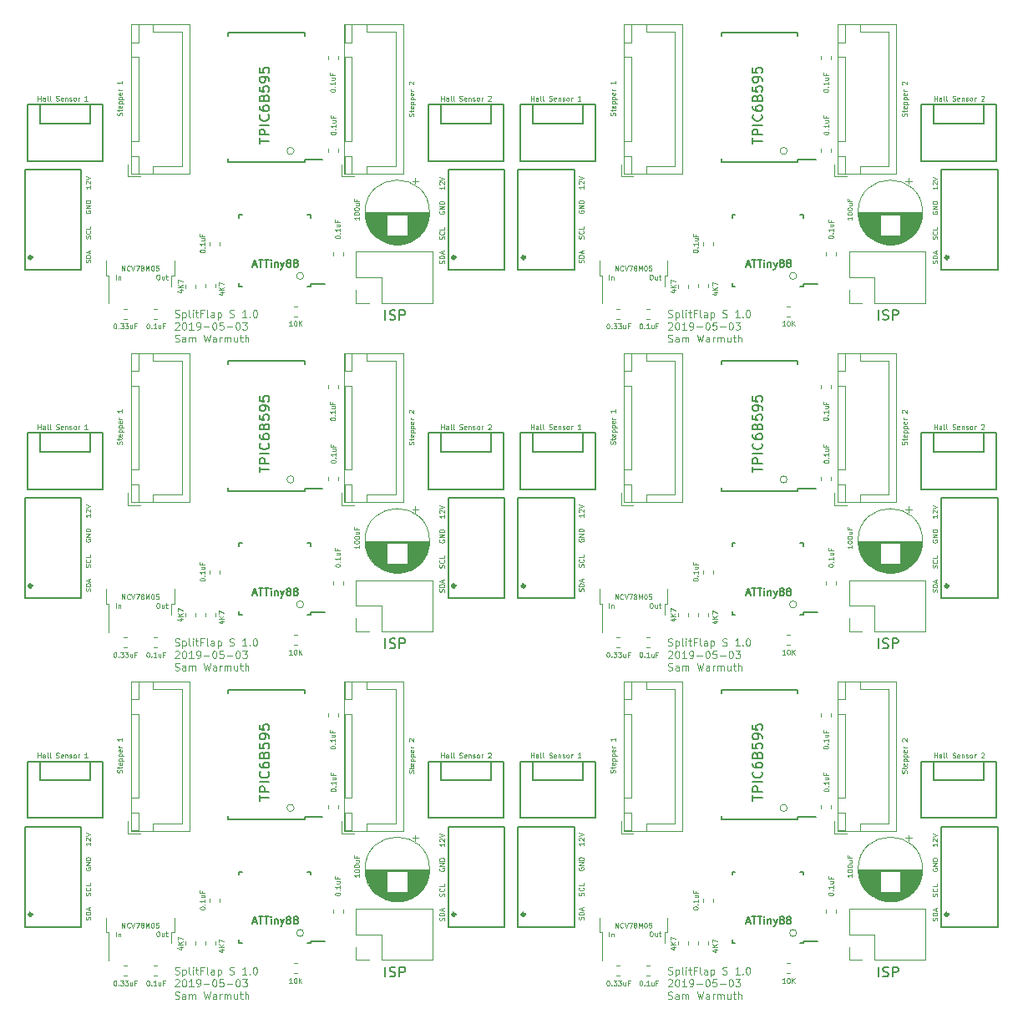
<source format=gbr>
G04 #@! TF.GenerationSoftware,KiCad,Pcbnew,(5.1.0-0)*
G04 #@! TF.CreationDate,2019-05-03T14:04:24-05:00*
G04 #@! TF.ProjectId,panelized,70616e65-6c69-47a6-9564-2e6b69636164,rev?*
G04 #@! TF.SameCoordinates,Original*
G04 #@! TF.FileFunction,Legend,Top*
G04 #@! TF.FilePolarity,Positive*
%FSLAX46Y46*%
G04 Gerber Fmt 4.6, Leading zero omitted, Abs format (unit mm)*
G04 Created by KiCad (PCBNEW (5.1.0-0)) date 2019-05-03 14:04:24*
%MOMM*%
%LPD*%
G04 APERTURE LIST*
%ADD10C,0.120000*%
%ADD11C,0.125000*%
%ADD12C,0.150000*%
%ADD13C,0.152400*%
%ADD14C,0.127000*%
%ADD15C,0.300000*%
G04 APERTURE END LIST*
D10*
X127791210Y-46609200D02*
G75*
G03X127791210Y-46609200I-359210J0D01*
G01*
X128756410Y-59283800D02*
G75*
G03X128756410Y-59283800I-359210J0D01*
G01*
X177778410Y-46609200D02*
G75*
G03X177778410Y-46609200I-359210J0D01*
G01*
X178743610Y-59283800D02*
G75*
G03X178743610Y-59283800I-359210J0D01*
G01*
D11*
X143001380Y-58011342D02*
X143025190Y-57939914D01*
X143025190Y-57820866D01*
X143001380Y-57773247D01*
X142977571Y-57749438D01*
X142929952Y-57725628D01*
X142882333Y-57725628D01*
X142834714Y-57749438D01*
X142810904Y-57773247D01*
X142787095Y-57820866D01*
X142763285Y-57916104D01*
X142739476Y-57963723D01*
X142715666Y-57987533D01*
X142668047Y-58011342D01*
X142620428Y-58011342D01*
X142572809Y-57987533D01*
X142549000Y-57963723D01*
X142525190Y-57916104D01*
X142525190Y-57797057D01*
X142549000Y-57725628D01*
X143025190Y-57511342D02*
X142525190Y-57511342D01*
X142525190Y-57392295D01*
X142549000Y-57320866D01*
X142596619Y-57273247D01*
X142644238Y-57249438D01*
X142739476Y-57225628D01*
X142810904Y-57225628D01*
X142906142Y-57249438D01*
X142953761Y-57273247D01*
X143001380Y-57320866D01*
X143025190Y-57392295D01*
X143025190Y-57511342D01*
X142882333Y-57035152D02*
X142882333Y-56797057D01*
X143025190Y-57082771D02*
X142525190Y-56916104D01*
X143025190Y-56749438D01*
X142549000Y-52730552D02*
X142525190Y-52778171D01*
X142525190Y-52849600D01*
X142549000Y-52921028D01*
X142596619Y-52968647D01*
X142644238Y-52992457D01*
X142739476Y-53016266D01*
X142810904Y-53016266D01*
X142906142Y-52992457D01*
X142953761Y-52968647D01*
X143001380Y-52921028D01*
X143025190Y-52849600D01*
X143025190Y-52801980D01*
X143001380Y-52730552D01*
X142977571Y-52706742D01*
X142810904Y-52706742D01*
X142810904Y-52801980D01*
X143025190Y-52492457D02*
X142525190Y-52492457D01*
X143025190Y-52206742D01*
X142525190Y-52206742D01*
X143025190Y-51968647D02*
X142525190Y-51968647D01*
X142525190Y-51849600D01*
X142549000Y-51778171D01*
X142596619Y-51730552D01*
X142644238Y-51706742D01*
X142739476Y-51682933D01*
X142810904Y-51682933D01*
X142906142Y-51706742D01*
X142953761Y-51730552D01*
X143001380Y-51778171D01*
X143025190Y-51849600D01*
X143025190Y-51968647D01*
X143001380Y-55561038D02*
X143025190Y-55489609D01*
X143025190Y-55370561D01*
X143001380Y-55322942D01*
X142977571Y-55299133D01*
X142929952Y-55275323D01*
X142882333Y-55275323D01*
X142834714Y-55299133D01*
X142810904Y-55322942D01*
X142787095Y-55370561D01*
X142763285Y-55465800D01*
X142739476Y-55513419D01*
X142715666Y-55537228D01*
X142668047Y-55561038D01*
X142620428Y-55561038D01*
X142572809Y-55537228D01*
X142549000Y-55513419D01*
X142525190Y-55465800D01*
X142525190Y-55346752D01*
X142549000Y-55275323D01*
X142977571Y-54775323D02*
X143001380Y-54799133D01*
X143025190Y-54870561D01*
X143025190Y-54918180D01*
X143001380Y-54989609D01*
X142953761Y-55037228D01*
X142906142Y-55061038D01*
X142810904Y-55084847D01*
X142739476Y-55084847D01*
X142644238Y-55061038D01*
X142596619Y-55037228D01*
X142549000Y-54989609D01*
X142525190Y-54918180D01*
X142525190Y-54870561D01*
X142549000Y-54799133D01*
X142572809Y-54775323D01*
X143025190Y-54322942D02*
X143025190Y-54561038D01*
X142525190Y-54561038D01*
X107160390Y-50119123D02*
X107160390Y-50404838D01*
X107160390Y-50261980D02*
X106660390Y-50261980D01*
X106731819Y-50309600D01*
X106779438Y-50357219D01*
X106803247Y-50404838D01*
X106708009Y-49928647D02*
X106684200Y-49904838D01*
X106660390Y-49857219D01*
X106660390Y-49738171D01*
X106684200Y-49690552D01*
X106708009Y-49666742D01*
X106755628Y-49642933D01*
X106803247Y-49642933D01*
X106874676Y-49666742D01*
X107160390Y-49952457D01*
X107160390Y-49642933D01*
X106660390Y-49500076D02*
X107160390Y-49333409D01*
X106660390Y-49166742D01*
D12*
X123640142Y-58164200D02*
X123997285Y-58164200D01*
X123568714Y-58378485D02*
X123818714Y-57628485D01*
X124068714Y-58378485D01*
X124211571Y-57628485D02*
X124640142Y-57628485D01*
X124425857Y-58378485D02*
X124425857Y-57628485D01*
X124783000Y-57628485D02*
X125211571Y-57628485D01*
X124997285Y-58378485D02*
X124997285Y-57628485D01*
X125461571Y-58378485D02*
X125461571Y-57878485D01*
X125461571Y-57628485D02*
X125425857Y-57664200D01*
X125461571Y-57699914D01*
X125497285Y-57664200D01*
X125461571Y-57628485D01*
X125461571Y-57699914D01*
X125818714Y-57878485D02*
X125818714Y-58378485D01*
X125818714Y-57949914D02*
X125854428Y-57914200D01*
X125925857Y-57878485D01*
X126033000Y-57878485D01*
X126104428Y-57914200D01*
X126140142Y-57985628D01*
X126140142Y-58378485D01*
X126425857Y-57878485D02*
X126604428Y-58378485D01*
X126783000Y-57878485D02*
X126604428Y-58378485D01*
X126533000Y-58557057D01*
X126497285Y-58592771D01*
X126425857Y-58628485D01*
X127175857Y-57949914D02*
X127104428Y-57914200D01*
X127068714Y-57878485D01*
X127033000Y-57807057D01*
X127033000Y-57771342D01*
X127068714Y-57699914D01*
X127104428Y-57664200D01*
X127175857Y-57628485D01*
X127318714Y-57628485D01*
X127390142Y-57664200D01*
X127425857Y-57699914D01*
X127461571Y-57771342D01*
X127461571Y-57807057D01*
X127425857Y-57878485D01*
X127390142Y-57914200D01*
X127318714Y-57949914D01*
X127175857Y-57949914D01*
X127104428Y-57985628D01*
X127068714Y-58021342D01*
X127033000Y-58092771D01*
X127033000Y-58235628D01*
X127068714Y-58307057D01*
X127104428Y-58342771D01*
X127175857Y-58378485D01*
X127318714Y-58378485D01*
X127390142Y-58342771D01*
X127425857Y-58307057D01*
X127461571Y-58235628D01*
X127461571Y-58092771D01*
X127425857Y-58021342D01*
X127390142Y-57985628D01*
X127318714Y-57949914D01*
X127890142Y-57949914D02*
X127818714Y-57914200D01*
X127783000Y-57878485D01*
X127747285Y-57807057D01*
X127747285Y-57771342D01*
X127783000Y-57699914D01*
X127818714Y-57664200D01*
X127890142Y-57628485D01*
X128033000Y-57628485D01*
X128104428Y-57664200D01*
X128140142Y-57699914D01*
X128175857Y-57771342D01*
X128175857Y-57807057D01*
X128140142Y-57878485D01*
X128104428Y-57914200D01*
X128033000Y-57949914D01*
X127890142Y-57949914D01*
X127818714Y-57985628D01*
X127783000Y-58021342D01*
X127747285Y-58092771D01*
X127747285Y-58235628D01*
X127783000Y-58307057D01*
X127818714Y-58342771D01*
X127890142Y-58378485D01*
X128033000Y-58378485D01*
X128104428Y-58342771D01*
X128140142Y-58307057D01*
X128175857Y-58235628D01*
X128175857Y-58092771D01*
X128140142Y-58021342D01*
X128104428Y-57985628D01*
X128033000Y-57949914D01*
D11*
X131958790Y-55355428D02*
X131958790Y-55307809D01*
X131982600Y-55260190D01*
X132006409Y-55236380D01*
X132054028Y-55212571D01*
X132149266Y-55188761D01*
X132268314Y-55188761D01*
X132363552Y-55212571D01*
X132411171Y-55236380D01*
X132434980Y-55260190D01*
X132458790Y-55307809D01*
X132458790Y-55355428D01*
X132434980Y-55403047D01*
X132411171Y-55426857D01*
X132363552Y-55450666D01*
X132268314Y-55474476D01*
X132149266Y-55474476D01*
X132054028Y-55450666D01*
X132006409Y-55426857D01*
X131982600Y-55403047D01*
X131958790Y-55355428D01*
X132411171Y-54974476D02*
X132434980Y-54950666D01*
X132458790Y-54974476D01*
X132434980Y-54998285D01*
X132411171Y-54974476D01*
X132458790Y-54974476D01*
X132458790Y-54474476D02*
X132458790Y-54760190D01*
X132458790Y-54617333D02*
X131958790Y-54617333D01*
X132030219Y-54664952D01*
X132077838Y-54712571D01*
X132101647Y-54760190D01*
X132125457Y-54045904D02*
X132458790Y-54045904D01*
X132125457Y-54260190D02*
X132387361Y-54260190D01*
X132434980Y-54236380D01*
X132458790Y-54188761D01*
X132458790Y-54117333D01*
X132434980Y-54069714D01*
X132411171Y-54045904D01*
X132196885Y-53641142D02*
X132196885Y-53807809D01*
X132458790Y-53807809D02*
X131958790Y-53807809D01*
X131958790Y-53569714D01*
X134389190Y-53301209D02*
X134389190Y-53586923D01*
X134389190Y-53444066D02*
X133889190Y-53444066D01*
X133960619Y-53491685D01*
X134008238Y-53539304D01*
X134032047Y-53586923D01*
X133889190Y-52991685D02*
X133889190Y-52944066D01*
X133913000Y-52896447D01*
X133936809Y-52872638D01*
X133984428Y-52848828D01*
X134079666Y-52825019D01*
X134198714Y-52825019D01*
X134293952Y-52848828D01*
X134341571Y-52872638D01*
X134365380Y-52896447D01*
X134389190Y-52944066D01*
X134389190Y-52991685D01*
X134365380Y-53039304D01*
X134341571Y-53063114D01*
X134293952Y-53086923D01*
X134198714Y-53110733D01*
X134079666Y-53110733D01*
X133984428Y-53086923D01*
X133936809Y-53063114D01*
X133913000Y-53039304D01*
X133889190Y-52991685D01*
X133889190Y-52515495D02*
X133889190Y-52467876D01*
X133913000Y-52420257D01*
X133936809Y-52396447D01*
X133984428Y-52372638D01*
X134079666Y-52348828D01*
X134198714Y-52348828D01*
X134293952Y-52372638D01*
X134341571Y-52396447D01*
X134365380Y-52420257D01*
X134389190Y-52467876D01*
X134389190Y-52515495D01*
X134365380Y-52563114D01*
X134341571Y-52586923D01*
X134293952Y-52610733D01*
X134198714Y-52634542D01*
X134079666Y-52634542D01*
X133984428Y-52610733D01*
X133936809Y-52586923D01*
X133913000Y-52563114D01*
X133889190Y-52515495D01*
X134055857Y-51920257D02*
X134389190Y-51920257D01*
X134055857Y-52134542D02*
X134317761Y-52134542D01*
X134365380Y-52110733D01*
X134389190Y-52063114D01*
X134389190Y-51991685D01*
X134365380Y-51944066D01*
X134341571Y-51920257D01*
X134127285Y-51515495D02*
X134127285Y-51682161D01*
X134389190Y-51682161D02*
X133889190Y-51682161D01*
X133889190Y-51444066D01*
X113959733Y-59136990D02*
X114054971Y-59136990D01*
X114102590Y-59160800D01*
X114150209Y-59208419D01*
X114174019Y-59303657D01*
X114174019Y-59470323D01*
X114150209Y-59565561D01*
X114102590Y-59613180D01*
X114054971Y-59636990D01*
X113959733Y-59636990D01*
X113912114Y-59613180D01*
X113864495Y-59565561D01*
X113840685Y-59470323D01*
X113840685Y-59303657D01*
X113864495Y-59208419D01*
X113912114Y-59160800D01*
X113959733Y-59136990D01*
X114602590Y-59303657D02*
X114602590Y-59636990D01*
X114388304Y-59303657D02*
X114388304Y-59565561D01*
X114412114Y-59613180D01*
X114459733Y-59636990D01*
X114531161Y-59636990D01*
X114578780Y-59613180D01*
X114602590Y-59589371D01*
X114769257Y-59303657D02*
X114959733Y-59303657D01*
X114840685Y-59136990D02*
X114840685Y-59565561D01*
X114864495Y-59613180D01*
X114912114Y-59636990D01*
X114959733Y-59636990D01*
X106684200Y-52654352D02*
X106660390Y-52701971D01*
X106660390Y-52773400D01*
X106684200Y-52844828D01*
X106731819Y-52892447D01*
X106779438Y-52916257D01*
X106874676Y-52940066D01*
X106946104Y-52940066D01*
X107041342Y-52916257D01*
X107088961Y-52892447D01*
X107136580Y-52844828D01*
X107160390Y-52773400D01*
X107160390Y-52725780D01*
X107136580Y-52654352D01*
X107112771Y-52630542D01*
X106946104Y-52630542D01*
X106946104Y-52725780D01*
X107160390Y-52416257D02*
X106660390Y-52416257D01*
X107160390Y-52130542D01*
X106660390Y-52130542D01*
X107160390Y-51892447D02*
X106660390Y-51892447D01*
X106660390Y-51773400D01*
X106684200Y-51701971D01*
X106731819Y-51654352D01*
X106779438Y-51630542D01*
X106874676Y-51606733D01*
X106946104Y-51606733D01*
X107041342Y-51630542D01*
X107088961Y-51654352D01*
X107136580Y-51701971D01*
X107160390Y-51773400D01*
X107160390Y-51892447D01*
X143025190Y-50195323D02*
X143025190Y-50481038D01*
X143025190Y-50338180D02*
X142525190Y-50338180D01*
X142596619Y-50385800D01*
X142644238Y-50433419D01*
X142668047Y-50481038D01*
X142572809Y-50004847D02*
X142549000Y-49981038D01*
X142525190Y-49933419D01*
X142525190Y-49814371D01*
X142549000Y-49766752D01*
X142572809Y-49742942D01*
X142620428Y-49719133D01*
X142668047Y-49719133D01*
X142739476Y-49742942D01*
X143025190Y-50028657D01*
X143025190Y-49719133D01*
X142525190Y-49576276D02*
X143025190Y-49409609D01*
X142525190Y-49242942D01*
X107136580Y-55484838D02*
X107160390Y-55413409D01*
X107160390Y-55294361D01*
X107136580Y-55246742D01*
X107112771Y-55222933D01*
X107065152Y-55199123D01*
X107017533Y-55199123D01*
X106969914Y-55222933D01*
X106946104Y-55246742D01*
X106922295Y-55294361D01*
X106898485Y-55389600D01*
X106874676Y-55437219D01*
X106850866Y-55461028D01*
X106803247Y-55484838D01*
X106755628Y-55484838D01*
X106708009Y-55461028D01*
X106684200Y-55437219D01*
X106660390Y-55389600D01*
X106660390Y-55270552D01*
X106684200Y-55199123D01*
X107112771Y-54699123D02*
X107136580Y-54722933D01*
X107160390Y-54794361D01*
X107160390Y-54841980D01*
X107136580Y-54913409D01*
X107088961Y-54961028D01*
X107041342Y-54984838D01*
X106946104Y-55008647D01*
X106874676Y-55008647D01*
X106779438Y-54984838D01*
X106731819Y-54961028D01*
X106684200Y-54913409D01*
X106660390Y-54841980D01*
X106660390Y-54794361D01*
X106684200Y-54722933D01*
X106708009Y-54699123D01*
X107160390Y-54246742D02*
X107160390Y-54484838D01*
X106660390Y-54484838D01*
D12*
X137047609Y-63723980D02*
X137047609Y-62723980D01*
X137476180Y-63676361D02*
X137619038Y-63723980D01*
X137857133Y-63723980D01*
X137952371Y-63676361D01*
X137999990Y-63628742D01*
X138047609Y-63533504D01*
X138047609Y-63438266D01*
X137999990Y-63343028D01*
X137952371Y-63295409D01*
X137857133Y-63247790D01*
X137666657Y-63200171D01*
X137571419Y-63152552D01*
X137523800Y-63104933D01*
X137476180Y-63009695D01*
X137476180Y-62914457D01*
X137523800Y-62819219D01*
X137571419Y-62771600D01*
X137666657Y-62723980D01*
X137904752Y-62723980D01*
X138047609Y-62771600D01*
X138476180Y-63723980D02*
X138476180Y-62723980D01*
X138857133Y-62723980D01*
X138952371Y-62771600D01*
X138999990Y-62819219D01*
X139047609Y-62914457D01*
X139047609Y-63057314D01*
X138999990Y-63152552D01*
X138952371Y-63200171D01*
X138857133Y-63247790D01*
X138476180Y-63247790D01*
D11*
X109730609Y-59662390D02*
X109730609Y-59162390D01*
X109968704Y-59329057D02*
X109968704Y-59662390D01*
X109968704Y-59376676D02*
X109992514Y-59352866D01*
X110040133Y-59329057D01*
X110111561Y-59329057D01*
X110159180Y-59352866D01*
X110182990Y-59400485D01*
X110182990Y-59662390D01*
D12*
X173627342Y-58164200D02*
X173984485Y-58164200D01*
X173555914Y-58378485D02*
X173805914Y-57628485D01*
X174055914Y-58378485D01*
X174198771Y-57628485D02*
X174627342Y-57628485D01*
X174413057Y-58378485D02*
X174413057Y-57628485D01*
X174770200Y-57628485D02*
X175198771Y-57628485D01*
X174984485Y-58378485D02*
X174984485Y-57628485D01*
X175448771Y-58378485D02*
X175448771Y-57878485D01*
X175448771Y-57628485D02*
X175413057Y-57664200D01*
X175448771Y-57699914D01*
X175484485Y-57664200D01*
X175448771Y-57628485D01*
X175448771Y-57699914D01*
X175805914Y-57878485D02*
X175805914Y-58378485D01*
X175805914Y-57949914D02*
X175841628Y-57914200D01*
X175913057Y-57878485D01*
X176020200Y-57878485D01*
X176091628Y-57914200D01*
X176127342Y-57985628D01*
X176127342Y-58378485D01*
X176413057Y-57878485D02*
X176591628Y-58378485D01*
X176770200Y-57878485D02*
X176591628Y-58378485D01*
X176520200Y-58557057D01*
X176484485Y-58592771D01*
X176413057Y-58628485D01*
X177163057Y-57949914D02*
X177091628Y-57914200D01*
X177055914Y-57878485D01*
X177020200Y-57807057D01*
X177020200Y-57771342D01*
X177055914Y-57699914D01*
X177091628Y-57664200D01*
X177163057Y-57628485D01*
X177305914Y-57628485D01*
X177377342Y-57664200D01*
X177413057Y-57699914D01*
X177448771Y-57771342D01*
X177448771Y-57807057D01*
X177413057Y-57878485D01*
X177377342Y-57914200D01*
X177305914Y-57949914D01*
X177163057Y-57949914D01*
X177091628Y-57985628D01*
X177055914Y-58021342D01*
X177020200Y-58092771D01*
X177020200Y-58235628D01*
X177055914Y-58307057D01*
X177091628Y-58342771D01*
X177163057Y-58378485D01*
X177305914Y-58378485D01*
X177377342Y-58342771D01*
X177413057Y-58307057D01*
X177448771Y-58235628D01*
X177448771Y-58092771D01*
X177413057Y-58021342D01*
X177377342Y-57985628D01*
X177305914Y-57949914D01*
X177877342Y-57949914D02*
X177805914Y-57914200D01*
X177770200Y-57878485D01*
X177734485Y-57807057D01*
X177734485Y-57771342D01*
X177770200Y-57699914D01*
X177805914Y-57664200D01*
X177877342Y-57628485D01*
X178020200Y-57628485D01*
X178091628Y-57664200D01*
X178127342Y-57699914D01*
X178163057Y-57771342D01*
X178163057Y-57807057D01*
X178127342Y-57878485D01*
X178091628Y-57914200D01*
X178020200Y-57949914D01*
X177877342Y-57949914D01*
X177805914Y-57985628D01*
X177770200Y-58021342D01*
X177734485Y-58092771D01*
X177734485Y-58235628D01*
X177770200Y-58307057D01*
X177805914Y-58342771D01*
X177877342Y-58378485D01*
X178020200Y-58378485D01*
X178091628Y-58342771D01*
X178127342Y-58307057D01*
X178163057Y-58235628D01*
X178163057Y-58092771D01*
X178127342Y-58021342D01*
X178091628Y-57985628D01*
X178020200Y-57949914D01*
X124268380Y-45889771D02*
X124268380Y-45318342D01*
X125268380Y-45604057D02*
X124268380Y-45604057D01*
X125268380Y-44985009D02*
X124268380Y-44985009D01*
X124268380Y-44604057D01*
X124316000Y-44508819D01*
X124363619Y-44461200D01*
X124458857Y-44413580D01*
X124601714Y-44413580D01*
X124696952Y-44461200D01*
X124744571Y-44508819D01*
X124792190Y-44604057D01*
X124792190Y-44985009D01*
X125268380Y-43985009D02*
X124268380Y-43985009D01*
X125173142Y-42937390D02*
X125220761Y-42985009D01*
X125268380Y-43127866D01*
X125268380Y-43223104D01*
X125220761Y-43365961D01*
X125125523Y-43461200D01*
X125030285Y-43508819D01*
X124839809Y-43556438D01*
X124696952Y-43556438D01*
X124506476Y-43508819D01*
X124411238Y-43461200D01*
X124316000Y-43365961D01*
X124268380Y-43223104D01*
X124268380Y-43127866D01*
X124316000Y-42985009D01*
X124363619Y-42937390D01*
X124268380Y-42080247D02*
X124268380Y-42270723D01*
X124316000Y-42365961D01*
X124363619Y-42413580D01*
X124506476Y-42508819D01*
X124696952Y-42556438D01*
X125077904Y-42556438D01*
X125173142Y-42508819D01*
X125220761Y-42461200D01*
X125268380Y-42365961D01*
X125268380Y-42175485D01*
X125220761Y-42080247D01*
X125173142Y-42032628D01*
X125077904Y-41985009D01*
X124839809Y-41985009D01*
X124744571Y-42032628D01*
X124696952Y-42080247D01*
X124649333Y-42175485D01*
X124649333Y-42365961D01*
X124696952Y-42461200D01*
X124744571Y-42508819D01*
X124839809Y-42556438D01*
X124744571Y-41223104D02*
X124792190Y-41080247D01*
X124839809Y-41032628D01*
X124935047Y-40985009D01*
X125077904Y-40985009D01*
X125173142Y-41032628D01*
X125220761Y-41080247D01*
X125268380Y-41175485D01*
X125268380Y-41556438D01*
X124268380Y-41556438D01*
X124268380Y-41223104D01*
X124316000Y-41127866D01*
X124363619Y-41080247D01*
X124458857Y-41032628D01*
X124554095Y-41032628D01*
X124649333Y-41080247D01*
X124696952Y-41127866D01*
X124744571Y-41223104D01*
X124744571Y-41556438D01*
X124268380Y-40080247D02*
X124268380Y-40556438D01*
X124744571Y-40604057D01*
X124696952Y-40556438D01*
X124649333Y-40461200D01*
X124649333Y-40223104D01*
X124696952Y-40127866D01*
X124744571Y-40080247D01*
X124839809Y-40032628D01*
X125077904Y-40032628D01*
X125173142Y-40080247D01*
X125220761Y-40127866D01*
X125268380Y-40223104D01*
X125268380Y-40461200D01*
X125220761Y-40556438D01*
X125173142Y-40604057D01*
X125268380Y-39556438D02*
X125268380Y-39365961D01*
X125220761Y-39270723D01*
X125173142Y-39223104D01*
X125030285Y-39127866D01*
X124839809Y-39080247D01*
X124458857Y-39080247D01*
X124363619Y-39127866D01*
X124316000Y-39175485D01*
X124268380Y-39270723D01*
X124268380Y-39461200D01*
X124316000Y-39556438D01*
X124363619Y-39604057D01*
X124458857Y-39651676D01*
X124696952Y-39651676D01*
X124792190Y-39604057D01*
X124839809Y-39556438D01*
X124887428Y-39461200D01*
X124887428Y-39270723D01*
X124839809Y-39175485D01*
X124792190Y-39127866D01*
X124696952Y-39080247D01*
X124268380Y-38175485D02*
X124268380Y-38651676D01*
X124744571Y-38699295D01*
X124696952Y-38651676D01*
X124649333Y-38556438D01*
X124649333Y-38318342D01*
X124696952Y-38223104D01*
X124744571Y-38175485D01*
X124839809Y-38127866D01*
X125077904Y-38127866D01*
X125173142Y-38175485D01*
X125220761Y-38223104D01*
X125268380Y-38318342D01*
X125268380Y-38556438D01*
X125220761Y-38651676D01*
X125173142Y-38699295D01*
D11*
X142700095Y-41526790D02*
X142700095Y-41026790D01*
X142700095Y-41264885D02*
X142985809Y-41264885D01*
X142985809Y-41526790D02*
X142985809Y-41026790D01*
X143438190Y-41526790D02*
X143438190Y-41264885D01*
X143414380Y-41217266D01*
X143366761Y-41193457D01*
X143271523Y-41193457D01*
X143223904Y-41217266D01*
X143438190Y-41502980D02*
X143390571Y-41526790D01*
X143271523Y-41526790D01*
X143223904Y-41502980D01*
X143200095Y-41455361D01*
X143200095Y-41407742D01*
X143223904Y-41360123D01*
X143271523Y-41336314D01*
X143390571Y-41336314D01*
X143438190Y-41312504D01*
X143747714Y-41526790D02*
X143700095Y-41502980D01*
X143676285Y-41455361D01*
X143676285Y-41026790D01*
X144009619Y-41526790D02*
X143962000Y-41502980D01*
X143938190Y-41455361D01*
X143938190Y-41026790D01*
X144557238Y-41502980D02*
X144628666Y-41526790D01*
X144747714Y-41526790D01*
X144795333Y-41502980D01*
X144819142Y-41479171D01*
X144842952Y-41431552D01*
X144842952Y-41383933D01*
X144819142Y-41336314D01*
X144795333Y-41312504D01*
X144747714Y-41288695D01*
X144652476Y-41264885D01*
X144604857Y-41241076D01*
X144581047Y-41217266D01*
X144557238Y-41169647D01*
X144557238Y-41122028D01*
X144581047Y-41074409D01*
X144604857Y-41050600D01*
X144652476Y-41026790D01*
X144771523Y-41026790D01*
X144842952Y-41050600D01*
X145247714Y-41502980D02*
X145200095Y-41526790D01*
X145104857Y-41526790D01*
X145057238Y-41502980D01*
X145033428Y-41455361D01*
X145033428Y-41264885D01*
X145057238Y-41217266D01*
X145104857Y-41193457D01*
X145200095Y-41193457D01*
X145247714Y-41217266D01*
X145271523Y-41264885D01*
X145271523Y-41312504D01*
X145033428Y-41360123D01*
X145485809Y-41193457D02*
X145485809Y-41526790D01*
X145485809Y-41241076D02*
X145509619Y-41217266D01*
X145557238Y-41193457D01*
X145628666Y-41193457D01*
X145676285Y-41217266D01*
X145700095Y-41264885D01*
X145700095Y-41526790D01*
X145914380Y-41502980D02*
X145962000Y-41526790D01*
X146057238Y-41526790D01*
X146104857Y-41502980D01*
X146128666Y-41455361D01*
X146128666Y-41431552D01*
X146104857Y-41383933D01*
X146057238Y-41360123D01*
X145985809Y-41360123D01*
X145938190Y-41336314D01*
X145914380Y-41288695D01*
X145914380Y-41264885D01*
X145938190Y-41217266D01*
X145985809Y-41193457D01*
X146057238Y-41193457D01*
X146104857Y-41217266D01*
X146414380Y-41526790D02*
X146366761Y-41502980D01*
X146342952Y-41479171D01*
X146319142Y-41431552D01*
X146319142Y-41288695D01*
X146342952Y-41241076D01*
X146366761Y-41217266D01*
X146414380Y-41193457D01*
X146485809Y-41193457D01*
X146533428Y-41217266D01*
X146557238Y-41241076D01*
X146581047Y-41288695D01*
X146581047Y-41431552D01*
X146557238Y-41479171D01*
X146533428Y-41502980D01*
X146485809Y-41526790D01*
X146414380Y-41526790D01*
X146795333Y-41526790D02*
X146795333Y-41193457D01*
X146795333Y-41288695D02*
X146819142Y-41241076D01*
X146842952Y-41217266D01*
X146890571Y-41193457D01*
X146938190Y-41193457D01*
X147462000Y-41074409D02*
X147485809Y-41050600D01*
X147533428Y-41026790D01*
X147652476Y-41026790D01*
X147700095Y-41050600D01*
X147723904Y-41074409D01*
X147747714Y-41122028D01*
X147747714Y-41169647D01*
X147723904Y-41241076D01*
X147438190Y-41526790D01*
X147747714Y-41526790D01*
X131501590Y-44814428D02*
X131501590Y-44766809D01*
X131525400Y-44719190D01*
X131549209Y-44695380D01*
X131596828Y-44671571D01*
X131692066Y-44647761D01*
X131811114Y-44647761D01*
X131906352Y-44671571D01*
X131953971Y-44695380D01*
X131977780Y-44719190D01*
X132001590Y-44766809D01*
X132001590Y-44814428D01*
X131977780Y-44862047D01*
X131953971Y-44885857D01*
X131906352Y-44909666D01*
X131811114Y-44933476D01*
X131692066Y-44933476D01*
X131596828Y-44909666D01*
X131549209Y-44885857D01*
X131525400Y-44862047D01*
X131501590Y-44814428D01*
X131953971Y-44433476D02*
X131977780Y-44409666D01*
X132001590Y-44433476D01*
X131977780Y-44457285D01*
X131953971Y-44433476D01*
X132001590Y-44433476D01*
X132001590Y-43933476D02*
X132001590Y-44219190D01*
X132001590Y-44076333D02*
X131501590Y-44076333D01*
X131573019Y-44123952D01*
X131620638Y-44171571D01*
X131644447Y-44219190D01*
X131668257Y-43504904D02*
X132001590Y-43504904D01*
X131668257Y-43719190D02*
X131930161Y-43719190D01*
X131977780Y-43695380D01*
X132001590Y-43647761D01*
X132001590Y-43576333D01*
X131977780Y-43528714D01*
X131953971Y-43504904D01*
X131739685Y-43100142D02*
X131739685Y-43266809D01*
X132001590Y-43266809D02*
X131501590Y-43266809D01*
X131501590Y-43028714D01*
X156671400Y-52654352D02*
X156647590Y-52701971D01*
X156647590Y-52773400D01*
X156671400Y-52844828D01*
X156719019Y-52892447D01*
X156766638Y-52916257D01*
X156861876Y-52940066D01*
X156933304Y-52940066D01*
X157028542Y-52916257D01*
X157076161Y-52892447D01*
X157123780Y-52844828D01*
X157147590Y-52773400D01*
X157147590Y-52725780D01*
X157123780Y-52654352D01*
X157099971Y-52630542D01*
X156933304Y-52630542D01*
X156933304Y-52725780D01*
X157147590Y-52416257D02*
X156647590Y-52416257D01*
X157147590Y-52130542D01*
X156647590Y-52130542D01*
X157147590Y-51892447D02*
X156647590Y-51892447D01*
X156647590Y-51773400D01*
X156671400Y-51701971D01*
X156719019Y-51654352D01*
X156766638Y-51630542D01*
X156861876Y-51606733D01*
X156933304Y-51606733D01*
X157028542Y-51630542D01*
X157076161Y-51654352D01*
X157123780Y-51701971D01*
X157147590Y-51773400D01*
X157147590Y-51892447D01*
D12*
X187034809Y-63723980D02*
X187034809Y-62723980D01*
X187463380Y-63676361D02*
X187606238Y-63723980D01*
X187844333Y-63723980D01*
X187939571Y-63676361D01*
X187987190Y-63628742D01*
X188034809Y-63533504D01*
X188034809Y-63438266D01*
X187987190Y-63343028D01*
X187939571Y-63295409D01*
X187844333Y-63247790D01*
X187653857Y-63200171D01*
X187558619Y-63152552D01*
X187511000Y-63104933D01*
X187463380Y-63009695D01*
X187463380Y-62914457D01*
X187511000Y-62819219D01*
X187558619Y-62771600D01*
X187653857Y-62723980D01*
X187891952Y-62723980D01*
X188034809Y-62771600D01*
X188463380Y-63723980D02*
X188463380Y-62723980D01*
X188844333Y-62723980D01*
X188939571Y-62771600D01*
X188987190Y-62819219D01*
X189034809Y-62914457D01*
X189034809Y-63057314D01*
X188987190Y-63152552D01*
X188939571Y-63200171D01*
X188844333Y-63247790D01*
X188463380Y-63247790D01*
D11*
X107136580Y-57935142D02*
X107160390Y-57863714D01*
X107160390Y-57744666D01*
X107136580Y-57697047D01*
X107112771Y-57673238D01*
X107065152Y-57649428D01*
X107017533Y-57649428D01*
X106969914Y-57673238D01*
X106946104Y-57697047D01*
X106922295Y-57744666D01*
X106898485Y-57839904D01*
X106874676Y-57887523D01*
X106850866Y-57911333D01*
X106803247Y-57935142D01*
X106755628Y-57935142D01*
X106708009Y-57911333D01*
X106684200Y-57887523D01*
X106660390Y-57839904D01*
X106660390Y-57720857D01*
X106684200Y-57649428D01*
X107160390Y-57435142D02*
X106660390Y-57435142D01*
X106660390Y-57316095D01*
X106684200Y-57244666D01*
X106731819Y-57197047D01*
X106779438Y-57173238D01*
X106874676Y-57149428D01*
X106946104Y-57149428D01*
X107041342Y-57173238D01*
X107088961Y-57197047D01*
X107136580Y-57244666D01*
X107160390Y-57316095D01*
X107160390Y-57435142D01*
X107017533Y-56958952D02*
X107017533Y-56720857D01*
X107160390Y-57006571D02*
X106660390Y-56839904D01*
X107160390Y-56673238D01*
D12*
X174255580Y-45889771D02*
X174255580Y-45318342D01*
X175255580Y-45604057D02*
X174255580Y-45604057D01*
X175255580Y-44985009D02*
X174255580Y-44985009D01*
X174255580Y-44604057D01*
X174303200Y-44508819D01*
X174350819Y-44461200D01*
X174446057Y-44413580D01*
X174588914Y-44413580D01*
X174684152Y-44461200D01*
X174731771Y-44508819D01*
X174779390Y-44604057D01*
X174779390Y-44985009D01*
X175255580Y-43985009D02*
X174255580Y-43985009D01*
X175160342Y-42937390D02*
X175207961Y-42985009D01*
X175255580Y-43127866D01*
X175255580Y-43223104D01*
X175207961Y-43365961D01*
X175112723Y-43461200D01*
X175017485Y-43508819D01*
X174827009Y-43556438D01*
X174684152Y-43556438D01*
X174493676Y-43508819D01*
X174398438Y-43461200D01*
X174303200Y-43365961D01*
X174255580Y-43223104D01*
X174255580Y-43127866D01*
X174303200Y-42985009D01*
X174350819Y-42937390D01*
X174255580Y-42080247D02*
X174255580Y-42270723D01*
X174303200Y-42365961D01*
X174350819Y-42413580D01*
X174493676Y-42508819D01*
X174684152Y-42556438D01*
X175065104Y-42556438D01*
X175160342Y-42508819D01*
X175207961Y-42461200D01*
X175255580Y-42365961D01*
X175255580Y-42175485D01*
X175207961Y-42080247D01*
X175160342Y-42032628D01*
X175065104Y-41985009D01*
X174827009Y-41985009D01*
X174731771Y-42032628D01*
X174684152Y-42080247D01*
X174636533Y-42175485D01*
X174636533Y-42365961D01*
X174684152Y-42461200D01*
X174731771Y-42508819D01*
X174827009Y-42556438D01*
X174731771Y-41223104D02*
X174779390Y-41080247D01*
X174827009Y-41032628D01*
X174922247Y-40985009D01*
X175065104Y-40985009D01*
X175160342Y-41032628D01*
X175207961Y-41080247D01*
X175255580Y-41175485D01*
X175255580Y-41556438D01*
X174255580Y-41556438D01*
X174255580Y-41223104D01*
X174303200Y-41127866D01*
X174350819Y-41080247D01*
X174446057Y-41032628D01*
X174541295Y-41032628D01*
X174636533Y-41080247D01*
X174684152Y-41127866D01*
X174731771Y-41223104D01*
X174731771Y-41556438D01*
X174255580Y-40080247D02*
X174255580Y-40556438D01*
X174731771Y-40604057D01*
X174684152Y-40556438D01*
X174636533Y-40461200D01*
X174636533Y-40223104D01*
X174684152Y-40127866D01*
X174731771Y-40080247D01*
X174827009Y-40032628D01*
X175065104Y-40032628D01*
X175160342Y-40080247D01*
X175207961Y-40127866D01*
X175255580Y-40223104D01*
X175255580Y-40461200D01*
X175207961Y-40556438D01*
X175160342Y-40604057D01*
X175255580Y-39556438D02*
X175255580Y-39365961D01*
X175207961Y-39270723D01*
X175160342Y-39223104D01*
X175017485Y-39127866D01*
X174827009Y-39080247D01*
X174446057Y-39080247D01*
X174350819Y-39127866D01*
X174303200Y-39175485D01*
X174255580Y-39270723D01*
X174255580Y-39461200D01*
X174303200Y-39556438D01*
X174350819Y-39604057D01*
X174446057Y-39651676D01*
X174684152Y-39651676D01*
X174779390Y-39604057D01*
X174827009Y-39556438D01*
X174874628Y-39461200D01*
X174874628Y-39270723D01*
X174827009Y-39175485D01*
X174779390Y-39127866D01*
X174684152Y-39080247D01*
X174255580Y-38175485D02*
X174255580Y-38651676D01*
X174731771Y-38699295D01*
X174684152Y-38651676D01*
X174636533Y-38556438D01*
X174636533Y-38318342D01*
X174684152Y-38223104D01*
X174731771Y-38175485D01*
X174827009Y-38127866D01*
X175065104Y-38127866D01*
X175160342Y-38175485D01*
X175207961Y-38223104D01*
X175255580Y-38318342D01*
X175255580Y-38556438D01*
X175207961Y-38651676D01*
X175160342Y-38699295D01*
D11*
X168229990Y-56777828D02*
X168229990Y-56730209D01*
X168253800Y-56682590D01*
X168277609Y-56658780D01*
X168325228Y-56634971D01*
X168420466Y-56611161D01*
X168539514Y-56611161D01*
X168634752Y-56634971D01*
X168682371Y-56658780D01*
X168706180Y-56682590D01*
X168729990Y-56730209D01*
X168729990Y-56777828D01*
X168706180Y-56825447D01*
X168682371Y-56849257D01*
X168634752Y-56873066D01*
X168539514Y-56896876D01*
X168420466Y-56896876D01*
X168325228Y-56873066D01*
X168277609Y-56849257D01*
X168253800Y-56825447D01*
X168229990Y-56777828D01*
X168682371Y-56396876D02*
X168706180Y-56373066D01*
X168729990Y-56396876D01*
X168706180Y-56420685D01*
X168682371Y-56396876D01*
X168729990Y-56396876D01*
X168729990Y-55896876D02*
X168729990Y-56182590D01*
X168729990Y-56039733D02*
X168229990Y-56039733D01*
X168301419Y-56087352D01*
X168349038Y-56134971D01*
X168372847Y-56182590D01*
X168396657Y-55468304D02*
X168729990Y-55468304D01*
X168396657Y-55682590D02*
X168658561Y-55682590D01*
X168706180Y-55658780D01*
X168729990Y-55611161D01*
X168729990Y-55539733D01*
X168706180Y-55492114D01*
X168682371Y-55468304D01*
X168468085Y-55063542D02*
X168468085Y-55230209D01*
X168729990Y-55230209D02*
X168229990Y-55230209D01*
X168229990Y-54992114D01*
X109608476Y-64115390D02*
X109656095Y-64115390D01*
X109703714Y-64139200D01*
X109727523Y-64163009D01*
X109751333Y-64210628D01*
X109775142Y-64305866D01*
X109775142Y-64424914D01*
X109751333Y-64520152D01*
X109727523Y-64567771D01*
X109703714Y-64591580D01*
X109656095Y-64615390D01*
X109608476Y-64615390D01*
X109560857Y-64591580D01*
X109537047Y-64567771D01*
X109513238Y-64520152D01*
X109489428Y-64424914D01*
X109489428Y-64305866D01*
X109513238Y-64210628D01*
X109537047Y-64163009D01*
X109560857Y-64139200D01*
X109608476Y-64115390D01*
X109989428Y-64567771D02*
X110013238Y-64591580D01*
X109989428Y-64615390D01*
X109965619Y-64591580D01*
X109989428Y-64567771D01*
X109989428Y-64615390D01*
X110179904Y-64115390D02*
X110489428Y-64115390D01*
X110322761Y-64305866D01*
X110394190Y-64305866D01*
X110441809Y-64329676D01*
X110465619Y-64353485D01*
X110489428Y-64401104D01*
X110489428Y-64520152D01*
X110465619Y-64567771D01*
X110441809Y-64591580D01*
X110394190Y-64615390D01*
X110251333Y-64615390D01*
X110203714Y-64591580D01*
X110179904Y-64567771D01*
X110656095Y-64115390D02*
X110965619Y-64115390D01*
X110798952Y-64305866D01*
X110870380Y-64305866D01*
X110918000Y-64329676D01*
X110941809Y-64353485D01*
X110965619Y-64401104D01*
X110965619Y-64520152D01*
X110941809Y-64567771D01*
X110918000Y-64591580D01*
X110870380Y-64615390D01*
X110727523Y-64615390D01*
X110679904Y-64591580D01*
X110656095Y-64567771D01*
X111394190Y-64282057D02*
X111394190Y-64615390D01*
X111179904Y-64282057D02*
X111179904Y-64543961D01*
X111203714Y-64591580D01*
X111251333Y-64615390D01*
X111322761Y-64615390D01*
X111370380Y-64591580D01*
X111394190Y-64567771D01*
X111798952Y-64353485D02*
X111632285Y-64353485D01*
X111632285Y-64615390D02*
X111632285Y-64115390D01*
X111870380Y-64115390D01*
X192687295Y-41526790D02*
X192687295Y-41026790D01*
X192687295Y-41264885D02*
X192973009Y-41264885D01*
X192973009Y-41526790D02*
X192973009Y-41026790D01*
X193425390Y-41526790D02*
X193425390Y-41264885D01*
X193401580Y-41217266D01*
X193353961Y-41193457D01*
X193258723Y-41193457D01*
X193211104Y-41217266D01*
X193425390Y-41502980D02*
X193377771Y-41526790D01*
X193258723Y-41526790D01*
X193211104Y-41502980D01*
X193187295Y-41455361D01*
X193187295Y-41407742D01*
X193211104Y-41360123D01*
X193258723Y-41336314D01*
X193377771Y-41336314D01*
X193425390Y-41312504D01*
X193734914Y-41526790D02*
X193687295Y-41502980D01*
X193663485Y-41455361D01*
X193663485Y-41026790D01*
X193996819Y-41526790D02*
X193949200Y-41502980D01*
X193925390Y-41455361D01*
X193925390Y-41026790D01*
X194544438Y-41502980D02*
X194615866Y-41526790D01*
X194734914Y-41526790D01*
X194782533Y-41502980D01*
X194806342Y-41479171D01*
X194830152Y-41431552D01*
X194830152Y-41383933D01*
X194806342Y-41336314D01*
X194782533Y-41312504D01*
X194734914Y-41288695D01*
X194639676Y-41264885D01*
X194592057Y-41241076D01*
X194568247Y-41217266D01*
X194544438Y-41169647D01*
X194544438Y-41122028D01*
X194568247Y-41074409D01*
X194592057Y-41050600D01*
X194639676Y-41026790D01*
X194758723Y-41026790D01*
X194830152Y-41050600D01*
X195234914Y-41502980D02*
X195187295Y-41526790D01*
X195092057Y-41526790D01*
X195044438Y-41502980D01*
X195020628Y-41455361D01*
X195020628Y-41264885D01*
X195044438Y-41217266D01*
X195092057Y-41193457D01*
X195187295Y-41193457D01*
X195234914Y-41217266D01*
X195258723Y-41264885D01*
X195258723Y-41312504D01*
X195020628Y-41360123D01*
X195473009Y-41193457D02*
X195473009Y-41526790D01*
X195473009Y-41241076D02*
X195496819Y-41217266D01*
X195544438Y-41193457D01*
X195615866Y-41193457D01*
X195663485Y-41217266D01*
X195687295Y-41264885D01*
X195687295Y-41526790D01*
X195901580Y-41502980D02*
X195949200Y-41526790D01*
X196044438Y-41526790D01*
X196092057Y-41502980D01*
X196115866Y-41455361D01*
X196115866Y-41431552D01*
X196092057Y-41383933D01*
X196044438Y-41360123D01*
X195973009Y-41360123D01*
X195925390Y-41336314D01*
X195901580Y-41288695D01*
X195901580Y-41264885D01*
X195925390Y-41217266D01*
X195973009Y-41193457D01*
X196044438Y-41193457D01*
X196092057Y-41217266D01*
X196401580Y-41526790D02*
X196353961Y-41502980D01*
X196330152Y-41479171D01*
X196306342Y-41431552D01*
X196306342Y-41288695D01*
X196330152Y-41241076D01*
X196353961Y-41217266D01*
X196401580Y-41193457D01*
X196473009Y-41193457D01*
X196520628Y-41217266D01*
X196544438Y-41241076D01*
X196568247Y-41288695D01*
X196568247Y-41431552D01*
X196544438Y-41479171D01*
X196520628Y-41502980D01*
X196473009Y-41526790D01*
X196401580Y-41526790D01*
X196782533Y-41526790D02*
X196782533Y-41193457D01*
X196782533Y-41288695D02*
X196806342Y-41241076D01*
X196830152Y-41217266D01*
X196877771Y-41193457D01*
X196925390Y-41193457D01*
X197449200Y-41074409D02*
X197473009Y-41050600D01*
X197520628Y-41026790D01*
X197639676Y-41026790D01*
X197687295Y-41050600D01*
X197711104Y-41074409D01*
X197734914Y-41122028D01*
X197734914Y-41169647D01*
X197711104Y-41241076D01*
X197425390Y-41526790D01*
X197734914Y-41526790D01*
X162932571Y-64115390D02*
X162980190Y-64115390D01*
X163027809Y-64139200D01*
X163051619Y-64163009D01*
X163075428Y-64210628D01*
X163099238Y-64305866D01*
X163099238Y-64424914D01*
X163075428Y-64520152D01*
X163051619Y-64567771D01*
X163027809Y-64591580D01*
X162980190Y-64615390D01*
X162932571Y-64615390D01*
X162884952Y-64591580D01*
X162861142Y-64567771D01*
X162837333Y-64520152D01*
X162813523Y-64424914D01*
X162813523Y-64305866D01*
X162837333Y-64210628D01*
X162861142Y-64163009D01*
X162884952Y-64139200D01*
X162932571Y-64115390D01*
X163313523Y-64567771D02*
X163337333Y-64591580D01*
X163313523Y-64615390D01*
X163289714Y-64591580D01*
X163313523Y-64567771D01*
X163313523Y-64615390D01*
X163813523Y-64615390D02*
X163527809Y-64615390D01*
X163670666Y-64615390D02*
X163670666Y-64115390D01*
X163623047Y-64186819D01*
X163575428Y-64234438D01*
X163527809Y-64258247D01*
X164242095Y-64282057D02*
X164242095Y-64615390D01*
X164027809Y-64282057D02*
X164027809Y-64543961D01*
X164051619Y-64591580D01*
X164099238Y-64615390D01*
X164170666Y-64615390D01*
X164218285Y-64591580D01*
X164242095Y-64567771D01*
X164646857Y-64353485D02*
X164480190Y-64353485D01*
X164480190Y-64615390D02*
X164480190Y-64115390D01*
X164718285Y-64115390D01*
X110346761Y-58747990D02*
X110346761Y-58247990D01*
X110632476Y-58747990D01*
X110632476Y-58247990D01*
X111156285Y-58700371D02*
X111132476Y-58724180D01*
X111061047Y-58747990D01*
X111013428Y-58747990D01*
X110942000Y-58724180D01*
X110894380Y-58676561D01*
X110870571Y-58628942D01*
X110846761Y-58533704D01*
X110846761Y-58462276D01*
X110870571Y-58367038D01*
X110894380Y-58319419D01*
X110942000Y-58271800D01*
X111013428Y-58247990D01*
X111061047Y-58247990D01*
X111132476Y-58271800D01*
X111156285Y-58295609D01*
X111299142Y-58247990D02*
X111465809Y-58747990D01*
X111632476Y-58247990D01*
X111751523Y-58247990D02*
X112084857Y-58247990D01*
X111870571Y-58747990D01*
X112346761Y-58462276D02*
X112299142Y-58438466D01*
X112275333Y-58414657D01*
X112251523Y-58367038D01*
X112251523Y-58343228D01*
X112275333Y-58295609D01*
X112299142Y-58271800D01*
X112346761Y-58247990D01*
X112442000Y-58247990D01*
X112489619Y-58271800D01*
X112513428Y-58295609D01*
X112537238Y-58343228D01*
X112537238Y-58367038D01*
X112513428Y-58414657D01*
X112489619Y-58438466D01*
X112442000Y-58462276D01*
X112346761Y-58462276D01*
X112299142Y-58486085D01*
X112275333Y-58509895D01*
X112251523Y-58557514D01*
X112251523Y-58652752D01*
X112275333Y-58700371D01*
X112299142Y-58724180D01*
X112346761Y-58747990D01*
X112442000Y-58747990D01*
X112489619Y-58724180D01*
X112513428Y-58700371D01*
X112537238Y-58652752D01*
X112537238Y-58557514D01*
X112513428Y-58509895D01*
X112489619Y-58486085D01*
X112442000Y-58462276D01*
X112751523Y-58747990D02*
X112751523Y-58247990D01*
X112918190Y-58605133D01*
X113084857Y-58247990D01*
X113084857Y-58747990D01*
X113418190Y-58247990D02*
X113465809Y-58247990D01*
X113513428Y-58271800D01*
X113537238Y-58295609D01*
X113561047Y-58343228D01*
X113584857Y-58438466D01*
X113584857Y-58557514D01*
X113561047Y-58652752D01*
X113537238Y-58700371D01*
X113513428Y-58724180D01*
X113465809Y-58747990D01*
X113418190Y-58747990D01*
X113370571Y-58724180D01*
X113346761Y-58700371D01*
X113322952Y-58652752D01*
X113299142Y-58557514D01*
X113299142Y-58438466D01*
X113322952Y-58343228D01*
X113346761Y-58295609D01*
X113370571Y-58271800D01*
X113418190Y-58247990D01*
X114037238Y-58247990D02*
X113799142Y-58247990D01*
X113775333Y-58486085D01*
X113799142Y-58462276D01*
X113846761Y-58438466D01*
X113965809Y-58438466D01*
X114013428Y-58462276D01*
X114037238Y-58486085D01*
X114061047Y-58533704D01*
X114061047Y-58652752D01*
X114037238Y-58700371D01*
X114013428Y-58724180D01*
X113965809Y-58747990D01*
X113846761Y-58747990D01*
X113799142Y-58724180D01*
X113775333Y-58700371D01*
X189889780Y-43076000D02*
X189913590Y-43004571D01*
X189913590Y-42885523D01*
X189889780Y-42837904D01*
X189865971Y-42814095D01*
X189818352Y-42790285D01*
X189770733Y-42790285D01*
X189723114Y-42814095D01*
X189699304Y-42837904D01*
X189675495Y-42885523D01*
X189651685Y-42980761D01*
X189627876Y-43028380D01*
X189604066Y-43052190D01*
X189556447Y-43076000D01*
X189508828Y-43076000D01*
X189461209Y-43052190D01*
X189437400Y-43028380D01*
X189413590Y-42980761D01*
X189413590Y-42861714D01*
X189437400Y-42790285D01*
X189580257Y-42647428D02*
X189580257Y-42456952D01*
X189413590Y-42576000D02*
X189842161Y-42576000D01*
X189889780Y-42552190D01*
X189913590Y-42504571D01*
X189913590Y-42456952D01*
X189889780Y-42099809D02*
X189913590Y-42147428D01*
X189913590Y-42242666D01*
X189889780Y-42290285D01*
X189842161Y-42314095D01*
X189651685Y-42314095D01*
X189604066Y-42290285D01*
X189580257Y-42242666D01*
X189580257Y-42147428D01*
X189604066Y-42099809D01*
X189651685Y-42076000D01*
X189699304Y-42076000D01*
X189746923Y-42314095D01*
X189580257Y-41861714D02*
X190080257Y-41861714D01*
X189604066Y-41861714D02*
X189580257Y-41814095D01*
X189580257Y-41718857D01*
X189604066Y-41671238D01*
X189627876Y-41647428D01*
X189675495Y-41623619D01*
X189818352Y-41623619D01*
X189865971Y-41647428D01*
X189889780Y-41671238D01*
X189913590Y-41718857D01*
X189913590Y-41814095D01*
X189889780Y-41861714D01*
X189580257Y-41409333D02*
X190080257Y-41409333D01*
X189604066Y-41409333D02*
X189580257Y-41361714D01*
X189580257Y-41266476D01*
X189604066Y-41218857D01*
X189627876Y-41195047D01*
X189675495Y-41171238D01*
X189818352Y-41171238D01*
X189865971Y-41195047D01*
X189889780Y-41218857D01*
X189913590Y-41266476D01*
X189913590Y-41361714D01*
X189889780Y-41409333D01*
X189889780Y-40766476D02*
X189913590Y-40814095D01*
X189913590Y-40909333D01*
X189889780Y-40956952D01*
X189842161Y-40980761D01*
X189651685Y-40980761D01*
X189604066Y-40956952D01*
X189580257Y-40909333D01*
X189580257Y-40814095D01*
X189604066Y-40766476D01*
X189651685Y-40742666D01*
X189699304Y-40742666D01*
X189746923Y-40980761D01*
X189913590Y-40528380D02*
X189580257Y-40528380D01*
X189675495Y-40528380D02*
X189627876Y-40504571D01*
X189604066Y-40480761D01*
X189580257Y-40433142D01*
X189580257Y-40385523D01*
X189461209Y-39861714D02*
X189437400Y-39837904D01*
X189413590Y-39790285D01*
X189413590Y-39671238D01*
X189437400Y-39623619D01*
X189461209Y-39599809D01*
X189508828Y-39576000D01*
X189556447Y-39576000D01*
X189627876Y-39599809D01*
X189913590Y-39885523D01*
X189913590Y-39576000D01*
X118242790Y-56777828D02*
X118242790Y-56730209D01*
X118266600Y-56682590D01*
X118290409Y-56658780D01*
X118338028Y-56634971D01*
X118433266Y-56611161D01*
X118552314Y-56611161D01*
X118647552Y-56634971D01*
X118695171Y-56658780D01*
X118718980Y-56682590D01*
X118742790Y-56730209D01*
X118742790Y-56777828D01*
X118718980Y-56825447D01*
X118695171Y-56849257D01*
X118647552Y-56873066D01*
X118552314Y-56896876D01*
X118433266Y-56896876D01*
X118338028Y-56873066D01*
X118290409Y-56849257D01*
X118266600Y-56825447D01*
X118242790Y-56777828D01*
X118695171Y-56396876D02*
X118718980Y-56373066D01*
X118742790Y-56396876D01*
X118718980Y-56420685D01*
X118695171Y-56396876D01*
X118742790Y-56396876D01*
X118742790Y-55896876D02*
X118742790Y-56182590D01*
X118742790Y-56039733D02*
X118242790Y-56039733D01*
X118314219Y-56087352D01*
X118361838Y-56134971D01*
X118385647Y-56182590D01*
X118409457Y-55468304D02*
X118742790Y-55468304D01*
X118409457Y-55682590D02*
X118671361Y-55682590D01*
X118718980Y-55658780D01*
X118742790Y-55611161D01*
X118742790Y-55539733D01*
X118718980Y-55492114D01*
X118695171Y-55468304D01*
X118480885Y-55063542D02*
X118480885Y-55230209D01*
X118742790Y-55230209D02*
X118242790Y-55230209D01*
X118242790Y-54992114D01*
X139902580Y-43076000D02*
X139926390Y-43004571D01*
X139926390Y-42885523D01*
X139902580Y-42837904D01*
X139878771Y-42814095D01*
X139831152Y-42790285D01*
X139783533Y-42790285D01*
X139735914Y-42814095D01*
X139712104Y-42837904D01*
X139688295Y-42885523D01*
X139664485Y-42980761D01*
X139640676Y-43028380D01*
X139616866Y-43052190D01*
X139569247Y-43076000D01*
X139521628Y-43076000D01*
X139474009Y-43052190D01*
X139450200Y-43028380D01*
X139426390Y-42980761D01*
X139426390Y-42861714D01*
X139450200Y-42790285D01*
X139593057Y-42647428D02*
X139593057Y-42456952D01*
X139426390Y-42576000D02*
X139854961Y-42576000D01*
X139902580Y-42552190D01*
X139926390Y-42504571D01*
X139926390Y-42456952D01*
X139902580Y-42099809D02*
X139926390Y-42147428D01*
X139926390Y-42242666D01*
X139902580Y-42290285D01*
X139854961Y-42314095D01*
X139664485Y-42314095D01*
X139616866Y-42290285D01*
X139593057Y-42242666D01*
X139593057Y-42147428D01*
X139616866Y-42099809D01*
X139664485Y-42076000D01*
X139712104Y-42076000D01*
X139759723Y-42314095D01*
X139593057Y-41861714D02*
X140093057Y-41861714D01*
X139616866Y-41861714D02*
X139593057Y-41814095D01*
X139593057Y-41718857D01*
X139616866Y-41671238D01*
X139640676Y-41647428D01*
X139688295Y-41623619D01*
X139831152Y-41623619D01*
X139878771Y-41647428D01*
X139902580Y-41671238D01*
X139926390Y-41718857D01*
X139926390Y-41814095D01*
X139902580Y-41861714D01*
X139593057Y-41409333D02*
X140093057Y-41409333D01*
X139616866Y-41409333D02*
X139593057Y-41361714D01*
X139593057Y-41266476D01*
X139616866Y-41218857D01*
X139640676Y-41195047D01*
X139688295Y-41171238D01*
X139831152Y-41171238D01*
X139878771Y-41195047D01*
X139902580Y-41218857D01*
X139926390Y-41266476D01*
X139926390Y-41361714D01*
X139902580Y-41409333D01*
X139902580Y-40766476D02*
X139926390Y-40814095D01*
X139926390Y-40909333D01*
X139902580Y-40956952D01*
X139854961Y-40980761D01*
X139664485Y-40980761D01*
X139616866Y-40956952D01*
X139593057Y-40909333D01*
X139593057Y-40814095D01*
X139616866Y-40766476D01*
X139664485Y-40742666D01*
X139712104Y-40742666D01*
X139759723Y-40980761D01*
X139926390Y-40528380D02*
X139593057Y-40528380D01*
X139688295Y-40528380D02*
X139640676Y-40504571D01*
X139616866Y-40480761D01*
X139593057Y-40433142D01*
X139593057Y-40385523D01*
X139474009Y-39861714D02*
X139450200Y-39837904D01*
X139426390Y-39790285D01*
X139426390Y-39671238D01*
X139450200Y-39623619D01*
X139474009Y-39599809D01*
X139521628Y-39576000D01*
X139569247Y-39576000D01*
X139640676Y-39599809D01*
X139926390Y-39885523D01*
X139926390Y-39576000D01*
X131450790Y-40496428D02*
X131450790Y-40448809D01*
X131474600Y-40401190D01*
X131498409Y-40377380D01*
X131546028Y-40353571D01*
X131641266Y-40329761D01*
X131760314Y-40329761D01*
X131855552Y-40353571D01*
X131903171Y-40377380D01*
X131926980Y-40401190D01*
X131950790Y-40448809D01*
X131950790Y-40496428D01*
X131926980Y-40544047D01*
X131903171Y-40567857D01*
X131855552Y-40591666D01*
X131760314Y-40615476D01*
X131641266Y-40615476D01*
X131546028Y-40591666D01*
X131498409Y-40567857D01*
X131474600Y-40544047D01*
X131450790Y-40496428D01*
X131903171Y-40115476D02*
X131926980Y-40091666D01*
X131950790Y-40115476D01*
X131926980Y-40139285D01*
X131903171Y-40115476D01*
X131950790Y-40115476D01*
X131950790Y-39615476D02*
X131950790Y-39901190D01*
X131950790Y-39758333D02*
X131450790Y-39758333D01*
X131522219Y-39805952D01*
X131569838Y-39853571D01*
X131593647Y-39901190D01*
X131617457Y-39186904D02*
X131950790Y-39186904D01*
X131617457Y-39401190D02*
X131879361Y-39401190D01*
X131926980Y-39377380D01*
X131950790Y-39329761D01*
X131950790Y-39258333D01*
X131926980Y-39210714D01*
X131903171Y-39186904D01*
X131688885Y-38782142D02*
X131688885Y-38948809D01*
X131950790Y-38948809D02*
X131450790Y-38948809D01*
X131450790Y-38710714D01*
X115718107Y-63442771D02*
X115825250Y-63478485D01*
X116003821Y-63478485D01*
X116075250Y-63442771D01*
X116110964Y-63407057D01*
X116146678Y-63335628D01*
X116146678Y-63264200D01*
X116110964Y-63192771D01*
X116075250Y-63157057D01*
X116003821Y-63121342D01*
X115860964Y-63085628D01*
X115789535Y-63049914D01*
X115753821Y-63014200D01*
X115718107Y-62942771D01*
X115718107Y-62871342D01*
X115753821Y-62799914D01*
X115789535Y-62764200D01*
X115860964Y-62728485D01*
X116039535Y-62728485D01*
X116146678Y-62764200D01*
X116468107Y-62978485D02*
X116468107Y-63728485D01*
X116468107Y-63014200D02*
X116539535Y-62978485D01*
X116682392Y-62978485D01*
X116753821Y-63014200D01*
X116789535Y-63049914D01*
X116825250Y-63121342D01*
X116825250Y-63335628D01*
X116789535Y-63407057D01*
X116753821Y-63442771D01*
X116682392Y-63478485D01*
X116539535Y-63478485D01*
X116468107Y-63442771D01*
X117253821Y-63478485D02*
X117182392Y-63442771D01*
X117146678Y-63371342D01*
X117146678Y-62728485D01*
X117539535Y-63478485D02*
X117539535Y-62978485D01*
X117539535Y-62728485D02*
X117503821Y-62764200D01*
X117539535Y-62799914D01*
X117575250Y-62764200D01*
X117539535Y-62728485D01*
X117539535Y-62799914D01*
X117789535Y-62978485D02*
X118075250Y-62978485D01*
X117896678Y-62728485D02*
X117896678Y-63371342D01*
X117932392Y-63442771D01*
X118003821Y-63478485D01*
X118075250Y-63478485D01*
X118575250Y-63085628D02*
X118325250Y-63085628D01*
X118325250Y-63478485D02*
X118325250Y-62728485D01*
X118682392Y-62728485D01*
X119075250Y-63478485D02*
X119003821Y-63442771D01*
X118968107Y-63371342D01*
X118968107Y-62728485D01*
X119682392Y-63478485D02*
X119682392Y-63085628D01*
X119646678Y-63014200D01*
X119575250Y-62978485D01*
X119432392Y-62978485D01*
X119360964Y-63014200D01*
X119682392Y-63442771D02*
X119610964Y-63478485D01*
X119432392Y-63478485D01*
X119360964Y-63442771D01*
X119325250Y-63371342D01*
X119325250Y-63299914D01*
X119360964Y-63228485D01*
X119432392Y-63192771D01*
X119610964Y-63192771D01*
X119682392Y-63157057D01*
X120039535Y-62978485D02*
X120039535Y-63728485D01*
X120039535Y-63014200D02*
X120110964Y-62978485D01*
X120253821Y-62978485D01*
X120325250Y-63014200D01*
X120360964Y-63049914D01*
X120396678Y-63121342D01*
X120396678Y-63335628D01*
X120360964Y-63407057D01*
X120325250Y-63442771D01*
X120253821Y-63478485D01*
X120110964Y-63478485D01*
X120039535Y-63442771D01*
X121253821Y-63442771D02*
X121360964Y-63478485D01*
X121539535Y-63478485D01*
X121610964Y-63442771D01*
X121646678Y-63407057D01*
X121682392Y-63335628D01*
X121682392Y-63264200D01*
X121646678Y-63192771D01*
X121610964Y-63157057D01*
X121539535Y-63121342D01*
X121396678Y-63085628D01*
X121325250Y-63049914D01*
X121289535Y-63014200D01*
X121253821Y-62942771D01*
X121253821Y-62871342D01*
X121289535Y-62799914D01*
X121325250Y-62764200D01*
X121396678Y-62728485D01*
X121575250Y-62728485D01*
X121682392Y-62764200D01*
X122968107Y-63478485D02*
X122539535Y-63478485D01*
X122753821Y-63478485D02*
X122753821Y-62728485D01*
X122682392Y-62835628D01*
X122610964Y-62907057D01*
X122539535Y-62942771D01*
X123289535Y-63407057D02*
X123325250Y-63442771D01*
X123289535Y-63478485D01*
X123253821Y-63442771D01*
X123289535Y-63407057D01*
X123289535Y-63478485D01*
X123789535Y-62728485D02*
X123860964Y-62728485D01*
X123932392Y-62764200D01*
X123968107Y-62799914D01*
X124003821Y-62871342D01*
X124039535Y-63014200D01*
X124039535Y-63192771D01*
X124003821Y-63335628D01*
X123968107Y-63407057D01*
X123932392Y-63442771D01*
X123860964Y-63478485D01*
X123789535Y-63478485D01*
X123718107Y-63442771D01*
X123682392Y-63407057D01*
X123646678Y-63335628D01*
X123610964Y-63192771D01*
X123610964Y-63014200D01*
X123646678Y-62871342D01*
X123682392Y-62799914D01*
X123718107Y-62764200D01*
X123789535Y-62728485D01*
X115718107Y-64049914D02*
X115753821Y-64014200D01*
X115825250Y-63978485D01*
X116003821Y-63978485D01*
X116075250Y-64014200D01*
X116110964Y-64049914D01*
X116146678Y-64121342D01*
X116146678Y-64192771D01*
X116110964Y-64299914D01*
X115682392Y-64728485D01*
X116146678Y-64728485D01*
X116610964Y-63978485D02*
X116682392Y-63978485D01*
X116753821Y-64014200D01*
X116789535Y-64049914D01*
X116825250Y-64121342D01*
X116860964Y-64264200D01*
X116860964Y-64442771D01*
X116825250Y-64585628D01*
X116789535Y-64657057D01*
X116753821Y-64692771D01*
X116682392Y-64728485D01*
X116610964Y-64728485D01*
X116539535Y-64692771D01*
X116503821Y-64657057D01*
X116468107Y-64585628D01*
X116432392Y-64442771D01*
X116432392Y-64264200D01*
X116468107Y-64121342D01*
X116503821Y-64049914D01*
X116539535Y-64014200D01*
X116610964Y-63978485D01*
X117575250Y-64728485D02*
X117146678Y-64728485D01*
X117360964Y-64728485D02*
X117360964Y-63978485D01*
X117289535Y-64085628D01*
X117218107Y-64157057D01*
X117146678Y-64192771D01*
X117932392Y-64728485D02*
X118075250Y-64728485D01*
X118146678Y-64692771D01*
X118182392Y-64657057D01*
X118253821Y-64549914D01*
X118289535Y-64407057D01*
X118289535Y-64121342D01*
X118253821Y-64049914D01*
X118218107Y-64014200D01*
X118146678Y-63978485D01*
X118003821Y-63978485D01*
X117932392Y-64014200D01*
X117896678Y-64049914D01*
X117860964Y-64121342D01*
X117860964Y-64299914D01*
X117896678Y-64371342D01*
X117932392Y-64407057D01*
X118003821Y-64442771D01*
X118146678Y-64442771D01*
X118218107Y-64407057D01*
X118253821Y-64371342D01*
X118289535Y-64299914D01*
X118610964Y-64442771D02*
X119182392Y-64442771D01*
X119682392Y-63978485D02*
X119753821Y-63978485D01*
X119825250Y-64014200D01*
X119860964Y-64049914D01*
X119896678Y-64121342D01*
X119932392Y-64264200D01*
X119932392Y-64442771D01*
X119896678Y-64585628D01*
X119860964Y-64657057D01*
X119825250Y-64692771D01*
X119753821Y-64728485D01*
X119682392Y-64728485D01*
X119610964Y-64692771D01*
X119575250Y-64657057D01*
X119539535Y-64585628D01*
X119503821Y-64442771D01*
X119503821Y-64264200D01*
X119539535Y-64121342D01*
X119575250Y-64049914D01*
X119610964Y-64014200D01*
X119682392Y-63978485D01*
X120610964Y-63978485D02*
X120253821Y-63978485D01*
X120218107Y-64335628D01*
X120253821Y-64299914D01*
X120325250Y-64264200D01*
X120503821Y-64264200D01*
X120575250Y-64299914D01*
X120610964Y-64335628D01*
X120646678Y-64407057D01*
X120646678Y-64585628D01*
X120610964Y-64657057D01*
X120575250Y-64692771D01*
X120503821Y-64728485D01*
X120325250Y-64728485D01*
X120253821Y-64692771D01*
X120218107Y-64657057D01*
X120968107Y-64442771D02*
X121539535Y-64442771D01*
X122039535Y-63978485D02*
X122110964Y-63978485D01*
X122182392Y-64014200D01*
X122218107Y-64049914D01*
X122253821Y-64121342D01*
X122289535Y-64264200D01*
X122289535Y-64442771D01*
X122253821Y-64585628D01*
X122218107Y-64657057D01*
X122182392Y-64692771D01*
X122110964Y-64728485D01*
X122039535Y-64728485D01*
X121968107Y-64692771D01*
X121932392Y-64657057D01*
X121896678Y-64585628D01*
X121860964Y-64442771D01*
X121860964Y-64264200D01*
X121896678Y-64121342D01*
X121932392Y-64049914D01*
X121968107Y-64014200D01*
X122039535Y-63978485D01*
X122539535Y-63978485D02*
X123003821Y-63978485D01*
X122753821Y-64264200D01*
X122860964Y-64264200D01*
X122932392Y-64299914D01*
X122968107Y-64335628D01*
X123003821Y-64407057D01*
X123003821Y-64585628D01*
X122968107Y-64657057D01*
X122932392Y-64692771D01*
X122860964Y-64728485D01*
X122646678Y-64728485D01*
X122575250Y-64692771D01*
X122539535Y-64657057D01*
X115718107Y-65942771D02*
X115825250Y-65978485D01*
X116003821Y-65978485D01*
X116075250Y-65942771D01*
X116110964Y-65907057D01*
X116146678Y-65835628D01*
X116146678Y-65764200D01*
X116110964Y-65692771D01*
X116075250Y-65657057D01*
X116003821Y-65621342D01*
X115860964Y-65585628D01*
X115789535Y-65549914D01*
X115753821Y-65514200D01*
X115718107Y-65442771D01*
X115718107Y-65371342D01*
X115753821Y-65299914D01*
X115789535Y-65264200D01*
X115860964Y-65228485D01*
X116039535Y-65228485D01*
X116146678Y-65264200D01*
X116789535Y-65978485D02*
X116789535Y-65585628D01*
X116753821Y-65514200D01*
X116682392Y-65478485D01*
X116539535Y-65478485D01*
X116468107Y-65514200D01*
X116789535Y-65942771D02*
X116718107Y-65978485D01*
X116539535Y-65978485D01*
X116468107Y-65942771D01*
X116432392Y-65871342D01*
X116432392Y-65799914D01*
X116468107Y-65728485D01*
X116539535Y-65692771D01*
X116718107Y-65692771D01*
X116789535Y-65657057D01*
X117146678Y-65978485D02*
X117146678Y-65478485D01*
X117146678Y-65549914D02*
X117182392Y-65514200D01*
X117253821Y-65478485D01*
X117360964Y-65478485D01*
X117432392Y-65514200D01*
X117468107Y-65585628D01*
X117468107Y-65978485D01*
X117468107Y-65585628D02*
X117503821Y-65514200D01*
X117575250Y-65478485D01*
X117682392Y-65478485D01*
X117753821Y-65514200D01*
X117789535Y-65585628D01*
X117789535Y-65978485D01*
X118646678Y-65228485D02*
X118825250Y-65978485D01*
X118968107Y-65442771D01*
X119110964Y-65978485D01*
X119289535Y-65228485D01*
X119896678Y-65978485D02*
X119896678Y-65585628D01*
X119860964Y-65514200D01*
X119789535Y-65478485D01*
X119646678Y-65478485D01*
X119575250Y-65514200D01*
X119896678Y-65942771D02*
X119825250Y-65978485D01*
X119646678Y-65978485D01*
X119575250Y-65942771D01*
X119539535Y-65871342D01*
X119539535Y-65799914D01*
X119575250Y-65728485D01*
X119646678Y-65692771D01*
X119825250Y-65692771D01*
X119896678Y-65657057D01*
X120253821Y-65978485D02*
X120253821Y-65478485D01*
X120253821Y-65621342D02*
X120289535Y-65549914D01*
X120325250Y-65514200D01*
X120396678Y-65478485D01*
X120468107Y-65478485D01*
X120718107Y-65978485D02*
X120718107Y-65478485D01*
X120718107Y-65549914D02*
X120753821Y-65514200D01*
X120825250Y-65478485D01*
X120932392Y-65478485D01*
X121003821Y-65514200D01*
X121039535Y-65585628D01*
X121039535Y-65978485D01*
X121039535Y-65585628D02*
X121075250Y-65514200D01*
X121146678Y-65478485D01*
X121253821Y-65478485D01*
X121325250Y-65514200D01*
X121360964Y-65585628D01*
X121360964Y-65978485D01*
X122039535Y-65478485D02*
X122039535Y-65978485D01*
X121718107Y-65478485D02*
X121718107Y-65871342D01*
X121753821Y-65942771D01*
X121825250Y-65978485D01*
X121932392Y-65978485D01*
X122003821Y-65942771D01*
X122039535Y-65907057D01*
X122289535Y-65478485D02*
X122575250Y-65478485D01*
X122396678Y-65228485D02*
X122396678Y-65871342D01*
X122432392Y-65942771D01*
X122503821Y-65978485D01*
X122575250Y-65978485D01*
X122825250Y-65978485D02*
X122825250Y-65228485D01*
X123146678Y-65978485D02*
X123146678Y-65585628D01*
X123110964Y-65514200D01*
X123039535Y-65478485D01*
X122932392Y-65478485D01*
X122860964Y-65514200D01*
X122825250Y-65549914D01*
X157123780Y-57935142D02*
X157147590Y-57863714D01*
X157147590Y-57744666D01*
X157123780Y-57697047D01*
X157099971Y-57673238D01*
X157052352Y-57649428D01*
X157004733Y-57649428D01*
X156957114Y-57673238D01*
X156933304Y-57697047D01*
X156909495Y-57744666D01*
X156885685Y-57839904D01*
X156861876Y-57887523D01*
X156838066Y-57911333D01*
X156790447Y-57935142D01*
X156742828Y-57935142D01*
X156695209Y-57911333D01*
X156671400Y-57887523D01*
X156647590Y-57839904D01*
X156647590Y-57720857D01*
X156671400Y-57649428D01*
X157147590Y-57435142D02*
X156647590Y-57435142D01*
X156647590Y-57316095D01*
X156671400Y-57244666D01*
X156719019Y-57197047D01*
X156766638Y-57173238D01*
X156861876Y-57149428D01*
X156933304Y-57149428D01*
X157028542Y-57173238D01*
X157076161Y-57197047D01*
X157123780Y-57244666D01*
X157147590Y-57316095D01*
X157147590Y-57435142D01*
X157004733Y-56958952D02*
X157004733Y-56720857D01*
X157147590Y-57006571D02*
X156647590Y-56839904D01*
X157147590Y-56673238D01*
X101806095Y-41526790D02*
X101806095Y-41026790D01*
X101806095Y-41264885D02*
X102091809Y-41264885D01*
X102091809Y-41526790D02*
X102091809Y-41026790D01*
X102544190Y-41526790D02*
X102544190Y-41264885D01*
X102520380Y-41217266D01*
X102472761Y-41193457D01*
X102377523Y-41193457D01*
X102329904Y-41217266D01*
X102544190Y-41502980D02*
X102496571Y-41526790D01*
X102377523Y-41526790D01*
X102329904Y-41502980D01*
X102306095Y-41455361D01*
X102306095Y-41407742D01*
X102329904Y-41360123D01*
X102377523Y-41336314D01*
X102496571Y-41336314D01*
X102544190Y-41312504D01*
X102853714Y-41526790D02*
X102806095Y-41502980D01*
X102782285Y-41455361D01*
X102782285Y-41026790D01*
X103115619Y-41526790D02*
X103068000Y-41502980D01*
X103044190Y-41455361D01*
X103044190Y-41026790D01*
X103663238Y-41502980D02*
X103734666Y-41526790D01*
X103853714Y-41526790D01*
X103901333Y-41502980D01*
X103925142Y-41479171D01*
X103948952Y-41431552D01*
X103948952Y-41383933D01*
X103925142Y-41336314D01*
X103901333Y-41312504D01*
X103853714Y-41288695D01*
X103758476Y-41264885D01*
X103710857Y-41241076D01*
X103687047Y-41217266D01*
X103663238Y-41169647D01*
X103663238Y-41122028D01*
X103687047Y-41074409D01*
X103710857Y-41050600D01*
X103758476Y-41026790D01*
X103877523Y-41026790D01*
X103948952Y-41050600D01*
X104353714Y-41502980D02*
X104306095Y-41526790D01*
X104210857Y-41526790D01*
X104163238Y-41502980D01*
X104139428Y-41455361D01*
X104139428Y-41264885D01*
X104163238Y-41217266D01*
X104210857Y-41193457D01*
X104306095Y-41193457D01*
X104353714Y-41217266D01*
X104377523Y-41264885D01*
X104377523Y-41312504D01*
X104139428Y-41360123D01*
X104591809Y-41193457D02*
X104591809Y-41526790D01*
X104591809Y-41241076D02*
X104615619Y-41217266D01*
X104663238Y-41193457D01*
X104734666Y-41193457D01*
X104782285Y-41217266D01*
X104806095Y-41264885D01*
X104806095Y-41526790D01*
X105020380Y-41502980D02*
X105068000Y-41526790D01*
X105163238Y-41526790D01*
X105210857Y-41502980D01*
X105234666Y-41455361D01*
X105234666Y-41431552D01*
X105210857Y-41383933D01*
X105163238Y-41360123D01*
X105091809Y-41360123D01*
X105044190Y-41336314D01*
X105020380Y-41288695D01*
X105020380Y-41264885D01*
X105044190Y-41217266D01*
X105091809Y-41193457D01*
X105163238Y-41193457D01*
X105210857Y-41217266D01*
X105520380Y-41526790D02*
X105472761Y-41502980D01*
X105448952Y-41479171D01*
X105425142Y-41431552D01*
X105425142Y-41288695D01*
X105448952Y-41241076D01*
X105472761Y-41217266D01*
X105520380Y-41193457D01*
X105591809Y-41193457D01*
X105639428Y-41217266D01*
X105663238Y-41241076D01*
X105687047Y-41288695D01*
X105687047Y-41431552D01*
X105663238Y-41479171D01*
X105639428Y-41502980D01*
X105591809Y-41526790D01*
X105520380Y-41526790D01*
X105901333Y-41526790D02*
X105901333Y-41193457D01*
X105901333Y-41288695D02*
X105925142Y-41241076D01*
X105948952Y-41217266D01*
X105996571Y-41193457D01*
X106044190Y-41193457D01*
X106853714Y-41526790D02*
X106568000Y-41526790D01*
X106710857Y-41526790D02*
X106710857Y-41026790D01*
X106663238Y-41098219D01*
X106615619Y-41145838D01*
X106568000Y-41169647D01*
X127594761Y-64361390D02*
X127309047Y-64361390D01*
X127451904Y-64361390D02*
X127451904Y-63861390D01*
X127404285Y-63932819D01*
X127356666Y-63980438D01*
X127309047Y-64004247D01*
X127904285Y-63861390D02*
X127951904Y-63861390D01*
X127999523Y-63885200D01*
X128023333Y-63909009D01*
X128047142Y-63956628D01*
X128070952Y-64051866D01*
X128070952Y-64170914D01*
X128047142Y-64266152D01*
X128023333Y-64313771D01*
X127999523Y-64337580D01*
X127951904Y-64361390D01*
X127904285Y-64361390D01*
X127856666Y-64337580D01*
X127832857Y-64313771D01*
X127809047Y-64266152D01*
X127785238Y-64170914D01*
X127785238Y-64051866D01*
X127809047Y-63956628D01*
X127832857Y-63909009D01*
X127856666Y-63885200D01*
X127904285Y-63861390D01*
X128285238Y-64361390D02*
X128285238Y-63861390D01*
X128570952Y-64361390D02*
X128356666Y-64075676D01*
X128570952Y-63861390D02*
X128285238Y-64147104D01*
X110336980Y-43025200D02*
X110360790Y-42953771D01*
X110360790Y-42834723D01*
X110336980Y-42787104D01*
X110313171Y-42763295D01*
X110265552Y-42739485D01*
X110217933Y-42739485D01*
X110170314Y-42763295D01*
X110146504Y-42787104D01*
X110122695Y-42834723D01*
X110098885Y-42929961D01*
X110075076Y-42977580D01*
X110051266Y-43001390D01*
X110003647Y-43025200D01*
X109956028Y-43025200D01*
X109908409Y-43001390D01*
X109884600Y-42977580D01*
X109860790Y-42929961D01*
X109860790Y-42810914D01*
X109884600Y-42739485D01*
X110027457Y-42596628D02*
X110027457Y-42406152D01*
X109860790Y-42525200D02*
X110289361Y-42525200D01*
X110336980Y-42501390D01*
X110360790Y-42453771D01*
X110360790Y-42406152D01*
X110336980Y-42049009D02*
X110360790Y-42096628D01*
X110360790Y-42191866D01*
X110336980Y-42239485D01*
X110289361Y-42263295D01*
X110098885Y-42263295D01*
X110051266Y-42239485D01*
X110027457Y-42191866D01*
X110027457Y-42096628D01*
X110051266Y-42049009D01*
X110098885Y-42025200D01*
X110146504Y-42025200D01*
X110194123Y-42263295D01*
X110027457Y-41810914D02*
X110527457Y-41810914D01*
X110051266Y-41810914D02*
X110027457Y-41763295D01*
X110027457Y-41668057D01*
X110051266Y-41620438D01*
X110075076Y-41596628D01*
X110122695Y-41572819D01*
X110265552Y-41572819D01*
X110313171Y-41596628D01*
X110336980Y-41620438D01*
X110360790Y-41668057D01*
X110360790Y-41763295D01*
X110336980Y-41810914D01*
X110027457Y-41358533D02*
X110527457Y-41358533D01*
X110051266Y-41358533D02*
X110027457Y-41310914D01*
X110027457Y-41215676D01*
X110051266Y-41168057D01*
X110075076Y-41144247D01*
X110122695Y-41120438D01*
X110265552Y-41120438D01*
X110313171Y-41144247D01*
X110336980Y-41168057D01*
X110360790Y-41215676D01*
X110360790Y-41310914D01*
X110336980Y-41358533D01*
X110336980Y-40715676D02*
X110360790Y-40763295D01*
X110360790Y-40858533D01*
X110336980Y-40906152D01*
X110289361Y-40929961D01*
X110098885Y-40929961D01*
X110051266Y-40906152D01*
X110027457Y-40858533D01*
X110027457Y-40763295D01*
X110051266Y-40715676D01*
X110098885Y-40691866D01*
X110146504Y-40691866D01*
X110194123Y-40929961D01*
X110360790Y-40477580D02*
X110027457Y-40477580D01*
X110122695Y-40477580D02*
X110075076Y-40453771D01*
X110051266Y-40429961D01*
X110027457Y-40382342D01*
X110027457Y-40334723D01*
X110360790Y-39525200D02*
X110360790Y-39810914D01*
X110360790Y-39668057D02*
X109860790Y-39668057D01*
X109932219Y-39715676D01*
X109979838Y-39763295D01*
X110003647Y-39810914D01*
X112945371Y-64115390D02*
X112992990Y-64115390D01*
X113040609Y-64139200D01*
X113064419Y-64163009D01*
X113088228Y-64210628D01*
X113112038Y-64305866D01*
X113112038Y-64424914D01*
X113088228Y-64520152D01*
X113064419Y-64567771D01*
X113040609Y-64591580D01*
X112992990Y-64615390D01*
X112945371Y-64615390D01*
X112897752Y-64591580D01*
X112873942Y-64567771D01*
X112850133Y-64520152D01*
X112826323Y-64424914D01*
X112826323Y-64305866D01*
X112850133Y-64210628D01*
X112873942Y-64163009D01*
X112897752Y-64139200D01*
X112945371Y-64115390D01*
X113326323Y-64567771D02*
X113350133Y-64591580D01*
X113326323Y-64615390D01*
X113302514Y-64591580D01*
X113326323Y-64567771D01*
X113326323Y-64615390D01*
X113826323Y-64615390D02*
X113540609Y-64615390D01*
X113683466Y-64615390D02*
X113683466Y-64115390D01*
X113635847Y-64186819D01*
X113588228Y-64234438D01*
X113540609Y-64258247D01*
X114254895Y-64282057D02*
X114254895Y-64615390D01*
X114040609Y-64282057D02*
X114040609Y-64543961D01*
X114064419Y-64591580D01*
X114112038Y-64615390D01*
X114183466Y-64615390D01*
X114231085Y-64591580D01*
X114254895Y-64567771D01*
X114659657Y-64353485D02*
X114492990Y-64353485D01*
X114492990Y-64615390D02*
X114492990Y-64115390D01*
X114731085Y-64115390D01*
X116148857Y-60718057D02*
X116482190Y-60718057D01*
X115958380Y-60837104D02*
X116315523Y-60956152D01*
X116315523Y-60646628D01*
X116482190Y-60456152D02*
X115982190Y-60456152D01*
X116482190Y-60170438D02*
X116196476Y-60384723D01*
X115982190Y-60170438D02*
X116267904Y-60456152D01*
X115982190Y-60003771D02*
X115982190Y-59670438D01*
X116482190Y-59884723D01*
X120365257Y-60972057D02*
X120698590Y-60972057D01*
X120174780Y-61091104D02*
X120531923Y-61210152D01*
X120531923Y-60900628D01*
X120698590Y-60710152D02*
X120198590Y-60710152D01*
X120698590Y-60424438D02*
X120412876Y-60638723D01*
X120198590Y-60424438D02*
X120484304Y-60710152D01*
X120198590Y-60257771D02*
X120198590Y-59924438D01*
X120698590Y-60138723D01*
X181488790Y-44814428D02*
X181488790Y-44766809D01*
X181512600Y-44719190D01*
X181536409Y-44695380D01*
X181584028Y-44671571D01*
X181679266Y-44647761D01*
X181798314Y-44647761D01*
X181893552Y-44671571D01*
X181941171Y-44695380D01*
X181964980Y-44719190D01*
X181988790Y-44766809D01*
X181988790Y-44814428D01*
X181964980Y-44862047D01*
X181941171Y-44885857D01*
X181893552Y-44909666D01*
X181798314Y-44933476D01*
X181679266Y-44933476D01*
X181584028Y-44909666D01*
X181536409Y-44885857D01*
X181512600Y-44862047D01*
X181488790Y-44814428D01*
X181941171Y-44433476D02*
X181964980Y-44409666D01*
X181988790Y-44433476D01*
X181964980Y-44457285D01*
X181941171Y-44433476D01*
X181988790Y-44433476D01*
X181988790Y-43933476D02*
X181988790Y-44219190D01*
X181988790Y-44076333D02*
X181488790Y-44076333D01*
X181560219Y-44123952D01*
X181607838Y-44171571D01*
X181631647Y-44219190D01*
X181655457Y-43504904D02*
X181988790Y-43504904D01*
X181655457Y-43719190D02*
X181917361Y-43719190D01*
X181964980Y-43695380D01*
X181988790Y-43647761D01*
X181988790Y-43576333D01*
X181964980Y-43528714D01*
X181941171Y-43504904D01*
X181726885Y-43100142D02*
X181726885Y-43266809D01*
X181988790Y-43266809D02*
X181488790Y-43266809D01*
X181488790Y-43028714D01*
X192536200Y-52730552D02*
X192512390Y-52778171D01*
X192512390Y-52849600D01*
X192536200Y-52921028D01*
X192583819Y-52968647D01*
X192631438Y-52992457D01*
X192726676Y-53016266D01*
X192798104Y-53016266D01*
X192893342Y-52992457D01*
X192940961Y-52968647D01*
X192988580Y-52921028D01*
X193012390Y-52849600D01*
X193012390Y-52801980D01*
X192988580Y-52730552D01*
X192964771Y-52706742D01*
X192798104Y-52706742D01*
X192798104Y-52801980D01*
X193012390Y-52492457D02*
X192512390Y-52492457D01*
X193012390Y-52206742D01*
X192512390Y-52206742D01*
X193012390Y-51968647D02*
X192512390Y-51968647D01*
X192512390Y-51849600D01*
X192536200Y-51778171D01*
X192583819Y-51730552D01*
X192631438Y-51706742D01*
X192726676Y-51682933D01*
X192798104Y-51682933D01*
X192893342Y-51706742D01*
X192940961Y-51730552D01*
X192988580Y-51778171D01*
X193012390Y-51849600D01*
X193012390Y-51968647D01*
X170352457Y-60972057D02*
X170685790Y-60972057D01*
X170161980Y-61091104D02*
X170519123Y-61210152D01*
X170519123Y-60900628D01*
X170685790Y-60710152D02*
X170185790Y-60710152D01*
X170685790Y-60424438D02*
X170400076Y-60638723D01*
X170185790Y-60424438D02*
X170471504Y-60710152D01*
X170185790Y-60257771D02*
X170185790Y-59924438D01*
X170685790Y-60138723D01*
X159717809Y-59662390D02*
X159717809Y-59162390D01*
X159955904Y-59329057D02*
X159955904Y-59662390D01*
X159955904Y-59376676D02*
X159979714Y-59352866D01*
X160027333Y-59329057D01*
X160098761Y-59329057D01*
X160146380Y-59352866D01*
X160170190Y-59400485D01*
X160170190Y-59662390D01*
X192988580Y-55561038D02*
X193012390Y-55489609D01*
X193012390Y-55370561D01*
X192988580Y-55322942D01*
X192964771Y-55299133D01*
X192917152Y-55275323D01*
X192869533Y-55275323D01*
X192821914Y-55299133D01*
X192798104Y-55322942D01*
X192774295Y-55370561D01*
X192750485Y-55465800D01*
X192726676Y-55513419D01*
X192702866Y-55537228D01*
X192655247Y-55561038D01*
X192607628Y-55561038D01*
X192560009Y-55537228D01*
X192536200Y-55513419D01*
X192512390Y-55465800D01*
X192512390Y-55346752D01*
X192536200Y-55275323D01*
X192964771Y-54775323D02*
X192988580Y-54799133D01*
X193012390Y-54870561D01*
X193012390Y-54918180D01*
X192988580Y-54989609D01*
X192940961Y-55037228D01*
X192893342Y-55061038D01*
X192798104Y-55084847D01*
X192726676Y-55084847D01*
X192631438Y-55061038D01*
X192583819Y-55037228D01*
X192536200Y-54989609D01*
X192512390Y-54918180D01*
X192512390Y-54870561D01*
X192536200Y-54799133D01*
X192560009Y-54775323D01*
X193012390Y-54322942D02*
X193012390Y-54561038D01*
X192512390Y-54561038D01*
X177581961Y-64361390D02*
X177296247Y-64361390D01*
X177439104Y-64361390D02*
X177439104Y-63861390D01*
X177391485Y-63932819D01*
X177343866Y-63980438D01*
X177296247Y-64004247D01*
X177891485Y-63861390D02*
X177939104Y-63861390D01*
X177986723Y-63885200D01*
X178010533Y-63909009D01*
X178034342Y-63956628D01*
X178058152Y-64051866D01*
X178058152Y-64170914D01*
X178034342Y-64266152D01*
X178010533Y-64313771D01*
X177986723Y-64337580D01*
X177939104Y-64361390D01*
X177891485Y-64361390D01*
X177843866Y-64337580D01*
X177820057Y-64313771D01*
X177796247Y-64266152D01*
X177772438Y-64170914D01*
X177772438Y-64051866D01*
X177796247Y-63956628D01*
X177820057Y-63909009D01*
X177843866Y-63885200D01*
X177891485Y-63861390D01*
X178272438Y-64361390D02*
X178272438Y-63861390D01*
X178558152Y-64361390D02*
X178343866Y-64075676D01*
X178558152Y-63861390D02*
X178272438Y-64147104D01*
X181437990Y-40496428D02*
X181437990Y-40448809D01*
X181461800Y-40401190D01*
X181485609Y-40377380D01*
X181533228Y-40353571D01*
X181628466Y-40329761D01*
X181747514Y-40329761D01*
X181842752Y-40353571D01*
X181890371Y-40377380D01*
X181914180Y-40401190D01*
X181937990Y-40448809D01*
X181937990Y-40496428D01*
X181914180Y-40544047D01*
X181890371Y-40567857D01*
X181842752Y-40591666D01*
X181747514Y-40615476D01*
X181628466Y-40615476D01*
X181533228Y-40591666D01*
X181485609Y-40567857D01*
X181461800Y-40544047D01*
X181437990Y-40496428D01*
X181890371Y-40115476D02*
X181914180Y-40091666D01*
X181937990Y-40115476D01*
X181914180Y-40139285D01*
X181890371Y-40115476D01*
X181937990Y-40115476D01*
X181937990Y-39615476D02*
X181937990Y-39901190D01*
X181937990Y-39758333D02*
X181437990Y-39758333D01*
X181509419Y-39805952D01*
X181557038Y-39853571D01*
X181580847Y-39901190D01*
X181604657Y-39186904D02*
X181937990Y-39186904D01*
X181604657Y-39401190D02*
X181866561Y-39401190D01*
X181914180Y-39377380D01*
X181937990Y-39329761D01*
X181937990Y-39258333D01*
X181914180Y-39210714D01*
X181890371Y-39186904D01*
X181676085Y-38782142D02*
X181676085Y-38948809D01*
X181937990Y-38948809D02*
X181437990Y-38948809D01*
X181437990Y-38710714D01*
X157123780Y-55484838D02*
X157147590Y-55413409D01*
X157147590Y-55294361D01*
X157123780Y-55246742D01*
X157099971Y-55222933D01*
X157052352Y-55199123D01*
X157004733Y-55199123D01*
X156957114Y-55222933D01*
X156933304Y-55246742D01*
X156909495Y-55294361D01*
X156885685Y-55389600D01*
X156861876Y-55437219D01*
X156838066Y-55461028D01*
X156790447Y-55484838D01*
X156742828Y-55484838D01*
X156695209Y-55461028D01*
X156671400Y-55437219D01*
X156647590Y-55389600D01*
X156647590Y-55270552D01*
X156671400Y-55199123D01*
X157099971Y-54699123D02*
X157123780Y-54722933D01*
X157147590Y-54794361D01*
X157147590Y-54841980D01*
X157123780Y-54913409D01*
X157076161Y-54961028D01*
X157028542Y-54984838D01*
X156933304Y-55008647D01*
X156861876Y-55008647D01*
X156766638Y-54984838D01*
X156719019Y-54961028D01*
X156671400Y-54913409D01*
X156647590Y-54841980D01*
X156647590Y-54794361D01*
X156671400Y-54722933D01*
X156695209Y-54699123D01*
X157147590Y-54246742D02*
X157147590Y-54484838D01*
X156647590Y-54484838D01*
X166136057Y-60718057D02*
X166469390Y-60718057D01*
X165945580Y-60837104D02*
X166302723Y-60956152D01*
X166302723Y-60646628D01*
X166469390Y-60456152D02*
X165969390Y-60456152D01*
X166469390Y-60170438D02*
X166183676Y-60384723D01*
X165969390Y-60170438D02*
X166255104Y-60456152D01*
X165969390Y-60003771D02*
X165969390Y-59670438D01*
X166469390Y-59884723D01*
X184376390Y-53301209D02*
X184376390Y-53586923D01*
X184376390Y-53444066D02*
X183876390Y-53444066D01*
X183947819Y-53491685D01*
X183995438Y-53539304D01*
X184019247Y-53586923D01*
X183876390Y-52991685D02*
X183876390Y-52944066D01*
X183900200Y-52896447D01*
X183924009Y-52872638D01*
X183971628Y-52848828D01*
X184066866Y-52825019D01*
X184185914Y-52825019D01*
X184281152Y-52848828D01*
X184328771Y-52872638D01*
X184352580Y-52896447D01*
X184376390Y-52944066D01*
X184376390Y-52991685D01*
X184352580Y-53039304D01*
X184328771Y-53063114D01*
X184281152Y-53086923D01*
X184185914Y-53110733D01*
X184066866Y-53110733D01*
X183971628Y-53086923D01*
X183924009Y-53063114D01*
X183900200Y-53039304D01*
X183876390Y-52991685D01*
X183876390Y-52515495D02*
X183876390Y-52467876D01*
X183900200Y-52420257D01*
X183924009Y-52396447D01*
X183971628Y-52372638D01*
X184066866Y-52348828D01*
X184185914Y-52348828D01*
X184281152Y-52372638D01*
X184328771Y-52396447D01*
X184352580Y-52420257D01*
X184376390Y-52467876D01*
X184376390Y-52515495D01*
X184352580Y-52563114D01*
X184328771Y-52586923D01*
X184281152Y-52610733D01*
X184185914Y-52634542D01*
X184066866Y-52634542D01*
X183971628Y-52610733D01*
X183924009Y-52586923D01*
X183900200Y-52563114D01*
X183876390Y-52515495D01*
X184043057Y-51920257D02*
X184376390Y-51920257D01*
X184043057Y-52134542D02*
X184304961Y-52134542D01*
X184352580Y-52110733D01*
X184376390Y-52063114D01*
X184376390Y-51991685D01*
X184352580Y-51944066D01*
X184328771Y-51920257D01*
X184114485Y-51515495D02*
X184114485Y-51682161D01*
X184376390Y-51682161D02*
X183876390Y-51682161D01*
X183876390Y-51444066D01*
X157147590Y-50119123D02*
X157147590Y-50404838D01*
X157147590Y-50261980D02*
X156647590Y-50261980D01*
X156719019Y-50309600D01*
X156766638Y-50357219D01*
X156790447Y-50404838D01*
X156695209Y-49928647D02*
X156671400Y-49904838D01*
X156647590Y-49857219D01*
X156647590Y-49738171D01*
X156671400Y-49690552D01*
X156695209Y-49666742D01*
X156742828Y-49642933D01*
X156790447Y-49642933D01*
X156861876Y-49666742D01*
X157147590Y-49952457D01*
X157147590Y-49642933D01*
X156647590Y-49500076D02*
X157147590Y-49333409D01*
X156647590Y-49166742D01*
X160333961Y-58747990D02*
X160333961Y-58247990D01*
X160619676Y-58747990D01*
X160619676Y-58247990D01*
X161143485Y-58700371D02*
X161119676Y-58724180D01*
X161048247Y-58747990D01*
X161000628Y-58747990D01*
X160929200Y-58724180D01*
X160881580Y-58676561D01*
X160857771Y-58628942D01*
X160833961Y-58533704D01*
X160833961Y-58462276D01*
X160857771Y-58367038D01*
X160881580Y-58319419D01*
X160929200Y-58271800D01*
X161000628Y-58247990D01*
X161048247Y-58247990D01*
X161119676Y-58271800D01*
X161143485Y-58295609D01*
X161286342Y-58247990D02*
X161453009Y-58747990D01*
X161619676Y-58247990D01*
X161738723Y-58247990D02*
X162072057Y-58247990D01*
X161857771Y-58747990D01*
X162333961Y-58462276D02*
X162286342Y-58438466D01*
X162262533Y-58414657D01*
X162238723Y-58367038D01*
X162238723Y-58343228D01*
X162262533Y-58295609D01*
X162286342Y-58271800D01*
X162333961Y-58247990D01*
X162429200Y-58247990D01*
X162476819Y-58271800D01*
X162500628Y-58295609D01*
X162524438Y-58343228D01*
X162524438Y-58367038D01*
X162500628Y-58414657D01*
X162476819Y-58438466D01*
X162429200Y-58462276D01*
X162333961Y-58462276D01*
X162286342Y-58486085D01*
X162262533Y-58509895D01*
X162238723Y-58557514D01*
X162238723Y-58652752D01*
X162262533Y-58700371D01*
X162286342Y-58724180D01*
X162333961Y-58747990D01*
X162429200Y-58747990D01*
X162476819Y-58724180D01*
X162500628Y-58700371D01*
X162524438Y-58652752D01*
X162524438Y-58557514D01*
X162500628Y-58509895D01*
X162476819Y-58486085D01*
X162429200Y-58462276D01*
X162738723Y-58747990D02*
X162738723Y-58247990D01*
X162905390Y-58605133D01*
X163072057Y-58247990D01*
X163072057Y-58747990D01*
X163405390Y-58247990D02*
X163453009Y-58247990D01*
X163500628Y-58271800D01*
X163524438Y-58295609D01*
X163548247Y-58343228D01*
X163572057Y-58438466D01*
X163572057Y-58557514D01*
X163548247Y-58652752D01*
X163524438Y-58700371D01*
X163500628Y-58724180D01*
X163453009Y-58747990D01*
X163405390Y-58747990D01*
X163357771Y-58724180D01*
X163333961Y-58700371D01*
X163310152Y-58652752D01*
X163286342Y-58557514D01*
X163286342Y-58438466D01*
X163310152Y-58343228D01*
X163333961Y-58295609D01*
X163357771Y-58271800D01*
X163405390Y-58247990D01*
X164024438Y-58247990D02*
X163786342Y-58247990D01*
X163762533Y-58486085D01*
X163786342Y-58462276D01*
X163833961Y-58438466D01*
X163953009Y-58438466D01*
X164000628Y-58462276D01*
X164024438Y-58486085D01*
X164048247Y-58533704D01*
X164048247Y-58652752D01*
X164024438Y-58700371D01*
X164000628Y-58724180D01*
X163953009Y-58747990D01*
X163833961Y-58747990D01*
X163786342Y-58724180D01*
X163762533Y-58700371D01*
X163946933Y-59136990D02*
X164042171Y-59136990D01*
X164089790Y-59160800D01*
X164137409Y-59208419D01*
X164161219Y-59303657D01*
X164161219Y-59470323D01*
X164137409Y-59565561D01*
X164089790Y-59613180D01*
X164042171Y-59636990D01*
X163946933Y-59636990D01*
X163899314Y-59613180D01*
X163851695Y-59565561D01*
X163827885Y-59470323D01*
X163827885Y-59303657D01*
X163851695Y-59208419D01*
X163899314Y-59160800D01*
X163946933Y-59136990D01*
X164589790Y-59303657D02*
X164589790Y-59636990D01*
X164375504Y-59303657D02*
X164375504Y-59565561D01*
X164399314Y-59613180D01*
X164446933Y-59636990D01*
X164518361Y-59636990D01*
X164565980Y-59613180D01*
X164589790Y-59589371D01*
X164756457Y-59303657D02*
X164946933Y-59303657D01*
X164827885Y-59136990D02*
X164827885Y-59565561D01*
X164851695Y-59613180D01*
X164899314Y-59636990D01*
X164946933Y-59636990D01*
X151793295Y-41526790D02*
X151793295Y-41026790D01*
X151793295Y-41264885D02*
X152079009Y-41264885D01*
X152079009Y-41526790D02*
X152079009Y-41026790D01*
X152531390Y-41526790D02*
X152531390Y-41264885D01*
X152507580Y-41217266D01*
X152459961Y-41193457D01*
X152364723Y-41193457D01*
X152317104Y-41217266D01*
X152531390Y-41502980D02*
X152483771Y-41526790D01*
X152364723Y-41526790D01*
X152317104Y-41502980D01*
X152293295Y-41455361D01*
X152293295Y-41407742D01*
X152317104Y-41360123D01*
X152364723Y-41336314D01*
X152483771Y-41336314D01*
X152531390Y-41312504D01*
X152840914Y-41526790D02*
X152793295Y-41502980D01*
X152769485Y-41455361D01*
X152769485Y-41026790D01*
X153102819Y-41526790D02*
X153055200Y-41502980D01*
X153031390Y-41455361D01*
X153031390Y-41026790D01*
X153650438Y-41502980D02*
X153721866Y-41526790D01*
X153840914Y-41526790D01*
X153888533Y-41502980D01*
X153912342Y-41479171D01*
X153936152Y-41431552D01*
X153936152Y-41383933D01*
X153912342Y-41336314D01*
X153888533Y-41312504D01*
X153840914Y-41288695D01*
X153745676Y-41264885D01*
X153698057Y-41241076D01*
X153674247Y-41217266D01*
X153650438Y-41169647D01*
X153650438Y-41122028D01*
X153674247Y-41074409D01*
X153698057Y-41050600D01*
X153745676Y-41026790D01*
X153864723Y-41026790D01*
X153936152Y-41050600D01*
X154340914Y-41502980D02*
X154293295Y-41526790D01*
X154198057Y-41526790D01*
X154150438Y-41502980D01*
X154126628Y-41455361D01*
X154126628Y-41264885D01*
X154150438Y-41217266D01*
X154198057Y-41193457D01*
X154293295Y-41193457D01*
X154340914Y-41217266D01*
X154364723Y-41264885D01*
X154364723Y-41312504D01*
X154126628Y-41360123D01*
X154579009Y-41193457D02*
X154579009Y-41526790D01*
X154579009Y-41241076D02*
X154602819Y-41217266D01*
X154650438Y-41193457D01*
X154721866Y-41193457D01*
X154769485Y-41217266D01*
X154793295Y-41264885D01*
X154793295Y-41526790D01*
X155007580Y-41502980D02*
X155055200Y-41526790D01*
X155150438Y-41526790D01*
X155198057Y-41502980D01*
X155221866Y-41455361D01*
X155221866Y-41431552D01*
X155198057Y-41383933D01*
X155150438Y-41360123D01*
X155079009Y-41360123D01*
X155031390Y-41336314D01*
X155007580Y-41288695D01*
X155007580Y-41264885D01*
X155031390Y-41217266D01*
X155079009Y-41193457D01*
X155150438Y-41193457D01*
X155198057Y-41217266D01*
X155507580Y-41526790D02*
X155459961Y-41502980D01*
X155436152Y-41479171D01*
X155412342Y-41431552D01*
X155412342Y-41288695D01*
X155436152Y-41241076D01*
X155459961Y-41217266D01*
X155507580Y-41193457D01*
X155579009Y-41193457D01*
X155626628Y-41217266D01*
X155650438Y-41241076D01*
X155674247Y-41288695D01*
X155674247Y-41431552D01*
X155650438Y-41479171D01*
X155626628Y-41502980D01*
X155579009Y-41526790D01*
X155507580Y-41526790D01*
X155888533Y-41526790D02*
X155888533Y-41193457D01*
X155888533Y-41288695D02*
X155912342Y-41241076D01*
X155936152Y-41217266D01*
X155983771Y-41193457D01*
X156031390Y-41193457D01*
X156840914Y-41526790D02*
X156555200Y-41526790D01*
X156698057Y-41526790D02*
X156698057Y-41026790D01*
X156650438Y-41098219D01*
X156602819Y-41145838D01*
X156555200Y-41169647D01*
X160324180Y-43025200D02*
X160347990Y-42953771D01*
X160347990Y-42834723D01*
X160324180Y-42787104D01*
X160300371Y-42763295D01*
X160252752Y-42739485D01*
X160205133Y-42739485D01*
X160157514Y-42763295D01*
X160133704Y-42787104D01*
X160109895Y-42834723D01*
X160086085Y-42929961D01*
X160062276Y-42977580D01*
X160038466Y-43001390D01*
X159990847Y-43025200D01*
X159943228Y-43025200D01*
X159895609Y-43001390D01*
X159871800Y-42977580D01*
X159847990Y-42929961D01*
X159847990Y-42810914D01*
X159871800Y-42739485D01*
X160014657Y-42596628D02*
X160014657Y-42406152D01*
X159847990Y-42525200D02*
X160276561Y-42525200D01*
X160324180Y-42501390D01*
X160347990Y-42453771D01*
X160347990Y-42406152D01*
X160324180Y-42049009D02*
X160347990Y-42096628D01*
X160347990Y-42191866D01*
X160324180Y-42239485D01*
X160276561Y-42263295D01*
X160086085Y-42263295D01*
X160038466Y-42239485D01*
X160014657Y-42191866D01*
X160014657Y-42096628D01*
X160038466Y-42049009D01*
X160086085Y-42025200D01*
X160133704Y-42025200D01*
X160181323Y-42263295D01*
X160014657Y-41810914D02*
X160514657Y-41810914D01*
X160038466Y-41810914D02*
X160014657Y-41763295D01*
X160014657Y-41668057D01*
X160038466Y-41620438D01*
X160062276Y-41596628D01*
X160109895Y-41572819D01*
X160252752Y-41572819D01*
X160300371Y-41596628D01*
X160324180Y-41620438D01*
X160347990Y-41668057D01*
X160347990Y-41763295D01*
X160324180Y-41810914D01*
X160014657Y-41358533D02*
X160514657Y-41358533D01*
X160038466Y-41358533D02*
X160014657Y-41310914D01*
X160014657Y-41215676D01*
X160038466Y-41168057D01*
X160062276Y-41144247D01*
X160109895Y-41120438D01*
X160252752Y-41120438D01*
X160300371Y-41144247D01*
X160324180Y-41168057D01*
X160347990Y-41215676D01*
X160347990Y-41310914D01*
X160324180Y-41358533D01*
X160324180Y-40715676D02*
X160347990Y-40763295D01*
X160347990Y-40858533D01*
X160324180Y-40906152D01*
X160276561Y-40929961D01*
X160086085Y-40929961D01*
X160038466Y-40906152D01*
X160014657Y-40858533D01*
X160014657Y-40763295D01*
X160038466Y-40715676D01*
X160086085Y-40691866D01*
X160133704Y-40691866D01*
X160181323Y-40929961D01*
X160347990Y-40477580D02*
X160014657Y-40477580D01*
X160109895Y-40477580D02*
X160062276Y-40453771D01*
X160038466Y-40429961D01*
X160014657Y-40382342D01*
X160014657Y-40334723D01*
X160347990Y-39525200D02*
X160347990Y-39810914D01*
X160347990Y-39668057D02*
X159847990Y-39668057D01*
X159919419Y-39715676D01*
X159967038Y-39763295D01*
X159990847Y-39810914D01*
X192988580Y-58011342D02*
X193012390Y-57939914D01*
X193012390Y-57820866D01*
X192988580Y-57773247D01*
X192964771Y-57749438D01*
X192917152Y-57725628D01*
X192869533Y-57725628D01*
X192821914Y-57749438D01*
X192798104Y-57773247D01*
X192774295Y-57820866D01*
X192750485Y-57916104D01*
X192726676Y-57963723D01*
X192702866Y-57987533D01*
X192655247Y-58011342D01*
X192607628Y-58011342D01*
X192560009Y-57987533D01*
X192536200Y-57963723D01*
X192512390Y-57916104D01*
X192512390Y-57797057D01*
X192536200Y-57725628D01*
X193012390Y-57511342D02*
X192512390Y-57511342D01*
X192512390Y-57392295D01*
X192536200Y-57320866D01*
X192583819Y-57273247D01*
X192631438Y-57249438D01*
X192726676Y-57225628D01*
X192798104Y-57225628D01*
X192893342Y-57249438D01*
X192940961Y-57273247D01*
X192988580Y-57320866D01*
X193012390Y-57392295D01*
X193012390Y-57511342D01*
X192869533Y-57035152D02*
X192869533Y-56797057D01*
X193012390Y-57082771D02*
X192512390Y-56916104D01*
X193012390Y-56749438D01*
X159595676Y-64115390D02*
X159643295Y-64115390D01*
X159690914Y-64139200D01*
X159714723Y-64163009D01*
X159738533Y-64210628D01*
X159762342Y-64305866D01*
X159762342Y-64424914D01*
X159738533Y-64520152D01*
X159714723Y-64567771D01*
X159690914Y-64591580D01*
X159643295Y-64615390D01*
X159595676Y-64615390D01*
X159548057Y-64591580D01*
X159524247Y-64567771D01*
X159500438Y-64520152D01*
X159476628Y-64424914D01*
X159476628Y-64305866D01*
X159500438Y-64210628D01*
X159524247Y-64163009D01*
X159548057Y-64139200D01*
X159595676Y-64115390D01*
X159976628Y-64567771D02*
X160000438Y-64591580D01*
X159976628Y-64615390D01*
X159952819Y-64591580D01*
X159976628Y-64567771D01*
X159976628Y-64615390D01*
X160167104Y-64115390D02*
X160476628Y-64115390D01*
X160309961Y-64305866D01*
X160381390Y-64305866D01*
X160429009Y-64329676D01*
X160452819Y-64353485D01*
X160476628Y-64401104D01*
X160476628Y-64520152D01*
X160452819Y-64567771D01*
X160429009Y-64591580D01*
X160381390Y-64615390D01*
X160238533Y-64615390D01*
X160190914Y-64591580D01*
X160167104Y-64567771D01*
X160643295Y-64115390D02*
X160952819Y-64115390D01*
X160786152Y-64305866D01*
X160857580Y-64305866D01*
X160905200Y-64329676D01*
X160929009Y-64353485D01*
X160952819Y-64401104D01*
X160952819Y-64520152D01*
X160929009Y-64567771D01*
X160905200Y-64591580D01*
X160857580Y-64615390D01*
X160714723Y-64615390D01*
X160667104Y-64591580D01*
X160643295Y-64567771D01*
X161381390Y-64282057D02*
X161381390Y-64615390D01*
X161167104Y-64282057D02*
X161167104Y-64543961D01*
X161190914Y-64591580D01*
X161238533Y-64615390D01*
X161309961Y-64615390D01*
X161357580Y-64591580D01*
X161381390Y-64567771D01*
X161786152Y-64353485D02*
X161619485Y-64353485D01*
X161619485Y-64615390D02*
X161619485Y-64115390D01*
X161857580Y-64115390D01*
X165705307Y-63442771D02*
X165812450Y-63478485D01*
X165991021Y-63478485D01*
X166062450Y-63442771D01*
X166098164Y-63407057D01*
X166133878Y-63335628D01*
X166133878Y-63264200D01*
X166098164Y-63192771D01*
X166062450Y-63157057D01*
X165991021Y-63121342D01*
X165848164Y-63085628D01*
X165776735Y-63049914D01*
X165741021Y-63014200D01*
X165705307Y-62942771D01*
X165705307Y-62871342D01*
X165741021Y-62799914D01*
X165776735Y-62764200D01*
X165848164Y-62728485D01*
X166026735Y-62728485D01*
X166133878Y-62764200D01*
X166455307Y-62978485D02*
X166455307Y-63728485D01*
X166455307Y-63014200D02*
X166526735Y-62978485D01*
X166669592Y-62978485D01*
X166741021Y-63014200D01*
X166776735Y-63049914D01*
X166812450Y-63121342D01*
X166812450Y-63335628D01*
X166776735Y-63407057D01*
X166741021Y-63442771D01*
X166669592Y-63478485D01*
X166526735Y-63478485D01*
X166455307Y-63442771D01*
X167241021Y-63478485D02*
X167169592Y-63442771D01*
X167133878Y-63371342D01*
X167133878Y-62728485D01*
X167526735Y-63478485D02*
X167526735Y-62978485D01*
X167526735Y-62728485D02*
X167491021Y-62764200D01*
X167526735Y-62799914D01*
X167562450Y-62764200D01*
X167526735Y-62728485D01*
X167526735Y-62799914D01*
X167776735Y-62978485D02*
X168062450Y-62978485D01*
X167883878Y-62728485D02*
X167883878Y-63371342D01*
X167919592Y-63442771D01*
X167991021Y-63478485D01*
X168062450Y-63478485D01*
X168562450Y-63085628D02*
X168312450Y-63085628D01*
X168312450Y-63478485D02*
X168312450Y-62728485D01*
X168669592Y-62728485D01*
X169062450Y-63478485D02*
X168991021Y-63442771D01*
X168955307Y-63371342D01*
X168955307Y-62728485D01*
X169669592Y-63478485D02*
X169669592Y-63085628D01*
X169633878Y-63014200D01*
X169562450Y-62978485D01*
X169419592Y-62978485D01*
X169348164Y-63014200D01*
X169669592Y-63442771D02*
X169598164Y-63478485D01*
X169419592Y-63478485D01*
X169348164Y-63442771D01*
X169312450Y-63371342D01*
X169312450Y-63299914D01*
X169348164Y-63228485D01*
X169419592Y-63192771D01*
X169598164Y-63192771D01*
X169669592Y-63157057D01*
X170026735Y-62978485D02*
X170026735Y-63728485D01*
X170026735Y-63014200D02*
X170098164Y-62978485D01*
X170241021Y-62978485D01*
X170312450Y-63014200D01*
X170348164Y-63049914D01*
X170383878Y-63121342D01*
X170383878Y-63335628D01*
X170348164Y-63407057D01*
X170312450Y-63442771D01*
X170241021Y-63478485D01*
X170098164Y-63478485D01*
X170026735Y-63442771D01*
X171241021Y-63442771D02*
X171348164Y-63478485D01*
X171526735Y-63478485D01*
X171598164Y-63442771D01*
X171633878Y-63407057D01*
X171669592Y-63335628D01*
X171669592Y-63264200D01*
X171633878Y-63192771D01*
X171598164Y-63157057D01*
X171526735Y-63121342D01*
X171383878Y-63085628D01*
X171312450Y-63049914D01*
X171276735Y-63014200D01*
X171241021Y-62942771D01*
X171241021Y-62871342D01*
X171276735Y-62799914D01*
X171312450Y-62764200D01*
X171383878Y-62728485D01*
X171562450Y-62728485D01*
X171669592Y-62764200D01*
X172955307Y-63478485D02*
X172526735Y-63478485D01*
X172741021Y-63478485D02*
X172741021Y-62728485D01*
X172669592Y-62835628D01*
X172598164Y-62907057D01*
X172526735Y-62942771D01*
X173276735Y-63407057D02*
X173312450Y-63442771D01*
X173276735Y-63478485D01*
X173241021Y-63442771D01*
X173276735Y-63407057D01*
X173276735Y-63478485D01*
X173776735Y-62728485D02*
X173848164Y-62728485D01*
X173919592Y-62764200D01*
X173955307Y-62799914D01*
X173991021Y-62871342D01*
X174026735Y-63014200D01*
X174026735Y-63192771D01*
X173991021Y-63335628D01*
X173955307Y-63407057D01*
X173919592Y-63442771D01*
X173848164Y-63478485D01*
X173776735Y-63478485D01*
X173705307Y-63442771D01*
X173669592Y-63407057D01*
X173633878Y-63335628D01*
X173598164Y-63192771D01*
X173598164Y-63014200D01*
X173633878Y-62871342D01*
X173669592Y-62799914D01*
X173705307Y-62764200D01*
X173776735Y-62728485D01*
X165705307Y-64049914D02*
X165741021Y-64014200D01*
X165812450Y-63978485D01*
X165991021Y-63978485D01*
X166062450Y-64014200D01*
X166098164Y-64049914D01*
X166133878Y-64121342D01*
X166133878Y-64192771D01*
X166098164Y-64299914D01*
X165669592Y-64728485D01*
X166133878Y-64728485D01*
X166598164Y-63978485D02*
X166669592Y-63978485D01*
X166741021Y-64014200D01*
X166776735Y-64049914D01*
X166812450Y-64121342D01*
X166848164Y-64264200D01*
X166848164Y-64442771D01*
X166812450Y-64585628D01*
X166776735Y-64657057D01*
X166741021Y-64692771D01*
X166669592Y-64728485D01*
X166598164Y-64728485D01*
X166526735Y-64692771D01*
X166491021Y-64657057D01*
X166455307Y-64585628D01*
X166419592Y-64442771D01*
X166419592Y-64264200D01*
X166455307Y-64121342D01*
X166491021Y-64049914D01*
X166526735Y-64014200D01*
X166598164Y-63978485D01*
X167562450Y-64728485D02*
X167133878Y-64728485D01*
X167348164Y-64728485D02*
X167348164Y-63978485D01*
X167276735Y-64085628D01*
X167205307Y-64157057D01*
X167133878Y-64192771D01*
X167919592Y-64728485D02*
X168062450Y-64728485D01*
X168133878Y-64692771D01*
X168169592Y-64657057D01*
X168241021Y-64549914D01*
X168276735Y-64407057D01*
X168276735Y-64121342D01*
X168241021Y-64049914D01*
X168205307Y-64014200D01*
X168133878Y-63978485D01*
X167991021Y-63978485D01*
X167919592Y-64014200D01*
X167883878Y-64049914D01*
X167848164Y-64121342D01*
X167848164Y-64299914D01*
X167883878Y-64371342D01*
X167919592Y-64407057D01*
X167991021Y-64442771D01*
X168133878Y-64442771D01*
X168205307Y-64407057D01*
X168241021Y-64371342D01*
X168276735Y-64299914D01*
X168598164Y-64442771D02*
X169169592Y-64442771D01*
X169669592Y-63978485D02*
X169741021Y-63978485D01*
X169812450Y-64014200D01*
X169848164Y-64049914D01*
X169883878Y-64121342D01*
X169919592Y-64264200D01*
X169919592Y-64442771D01*
X169883878Y-64585628D01*
X169848164Y-64657057D01*
X169812450Y-64692771D01*
X169741021Y-64728485D01*
X169669592Y-64728485D01*
X169598164Y-64692771D01*
X169562450Y-64657057D01*
X169526735Y-64585628D01*
X169491021Y-64442771D01*
X169491021Y-64264200D01*
X169526735Y-64121342D01*
X169562450Y-64049914D01*
X169598164Y-64014200D01*
X169669592Y-63978485D01*
X170598164Y-63978485D02*
X170241021Y-63978485D01*
X170205307Y-64335628D01*
X170241021Y-64299914D01*
X170312450Y-64264200D01*
X170491021Y-64264200D01*
X170562450Y-64299914D01*
X170598164Y-64335628D01*
X170633878Y-64407057D01*
X170633878Y-64585628D01*
X170598164Y-64657057D01*
X170562450Y-64692771D01*
X170491021Y-64728485D01*
X170312450Y-64728485D01*
X170241021Y-64692771D01*
X170205307Y-64657057D01*
X170955307Y-64442771D02*
X171526735Y-64442771D01*
X172026735Y-63978485D02*
X172098164Y-63978485D01*
X172169592Y-64014200D01*
X172205307Y-64049914D01*
X172241021Y-64121342D01*
X172276735Y-64264200D01*
X172276735Y-64442771D01*
X172241021Y-64585628D01*
X172205307Y-64657057D01*
X172169592Y-64692771D01*
X172098164Y-64728485D01*
X172026735Y-64728485D01*
X171955307Y-64692771D01*
X171919592Y-64657057D01*
X171883878Y-64585628D01*
X171848164Y-64442771D01*
X171848164Y-64264200D01*
X171883878Y-64121342D01*
X171919592Y-64049914D01*
X171955307Y-64014200D01*
X172026735Y-63978485D01*
X172526735Y-63978485D02*
X172991021Y-63978485D01*
X172741021Y-64264200D01*
X172848164Y-64264200D01*
X172919592Y-64299914D01*
X172955307Y-64335628D01*
X172991021Y-64407057D01*
X172991021Y-64585628D01*
X172955307Y-64657057D01*
X172919592Y-64692771D01*
X172848164Y-64728485D01*
X172633878Y-64728485D01*
X172562450Y-64692771D01*
X172526735Y-64657057D01*
X165705307Y-65942771D02*
X165812450Y-65978485D01*
X165991021Y-65978485D01*
X166062450Y-65942771D01*
X166098164Y-65907057D01*
X166133878Y-65835628D01*
X166133878Y-65764200D01*
X166098164Y-65692771D01*
X166062450Y-65657057D01*
X165991021Y-65621342D01*
X165848164Y-65585628D01*
X165776735Y-65549914D01*
X165741021Y-65514200D01*
X165705307Y-65442771D01*
X165705307Y-65371342D01*
X165741021Y-65299914D01*
X165776735Y-65264200D01*
X165848164Y-65228485D01*
X166026735Y-65228485D01*
X166133878Y-65264200D01*
X166776735Y-65978485D02*
X166776735Y-65585628D01*
X166741021Y-65514200D01*
X166669592Y-65478485D01*
X166526735Y-65478485D01*
X166455307Y-65514200D01*
X166776735Y-65942771D02*
X166705307Y-65978485D01*
X166526735Y-65978485D01*
X166455307Y-65942771D01*
X166419592Y-65871342D01*
X166419592Y-65799914D01*
X166455307Y-65728485D01*
X166526735Y-65692771D01*
X166705307Y-65692771D01*
X166776735Y-65657057D01*
X167133878Y-65978485D02*
X167133878Y-65478485D01*
X167133878Y-65549914D02*
X167169592Y-65514200D01*
X167241021Y-65478485D01*
X167348164Y-65478485D01*
X167419592Y-65514200D01*
X167455307Y-65585628D01*
X167455307Y-65978485D01*
X167455307Y-65585628D02*
X167491021Y-65514200D01*
X167562450Y-65478485D01*
X167669592Y-65478485D01*
X167741021Y-65514200D01*
X167776735Y-65585628D01*
X167776735Y-65978485D01*
X168633878Y-65228485D02*
X168812450Y-65978485D01*
X168955307Y-65442771D01*
X169098164Y-65978485D01*
X169276735Y-65228485D01*
X169883878Y-65978485D02*
X169883878Y-65585628D01*
X169848164Y-65514200D01*
X169776735Y-65478485D01*
X169633878Y-65478485D01*
X169562450Y-65514200D01*
X169883878Y-65942771D02*
X169812450Y-65978485D01*
X169633878Y-65978485D01*
X169562450Y-65942771D01*
X169526735Y-65871342D01*
X169526735Y-65799914D01*
X169562450Y-65728485D01*
X169633878Y-65692771D01*
X169812450Y-65692771D01*
X169883878Y-65657057D01*
X170241021Y-65978485D02*
X170241021Y-65478485D01*
X170241021Y-65621342D02*
X170276735Y-65549914D01*
X170312450Y-65514200D01*
X170383878Y-65478485D01*
X170455307Y-65478485D01*
X170705307Y-65978485D02*
X170705307Y-65478485D01*
X170705307Y-65549914D02*
X170741021Y-65514200D01*
X170812450Y-65478485D01*
X170919592Y-65478485D01*
X170991021Y-65514200D01*
X171026735Y-65585628D01*
X171026735Y-65978485D01*
X171026735Y-65585628D02*
X171062450Y-65514200D01*
X171133878Y-65478485D01*
X171241021Y-65478485D01*
X171312450Y-65514200D01*
X171348164Y-65585628D01*
X171348164Y-65978485D01*
X172026735Y-65478485D02*
X172026735Y-65978485D01*
X171705307Y-65478485D02*
X171705307Y-65871342D01*
X171741021Y-65942771D01*
X171812450Y-65978485D01*
X171919592Y-65978485D01*
X171991021Y-65942771D01*
X172026735Y-65907057D01*
X172276735Y-65478485D02*
X172562450Y-65478485D01*
X172383878Y-65228485D02*
X172383878Y-65871342D01*
X172419592Y-65942771D01*
X172491021Y-65978485D01*
X172562450Y-65978485D01*
X172812450Y-65978485D02*
X172812450Y-65228485D01*
X173133878Y-65978485D02*
X173133878Y-65585628D01*
X173098164Y-65514200D01*
X173026735Y-65478485D01*
X172919592Y-65478485D01*
X172848164Y-65514200D01*
X172812450Y-65549914D01*
X193012390Y-50195323D02*
X193012390Y-50481038D01*
X193012390Y-50338180D02*
X192512390Y-50338180D01*
X192583819Y-50385800D01*
X192631438Y-50433419D01*
X192655247Y-50481038D01*
X192560009Y-50004847D02*
X192536200Y-49981038D01*
X192512390Y-49933419D01*
X192512390Y-49814371D01*
X192536200Y-49766752D01*
X192560009Y-49742942D01*
X192607628Y-49719133D01*
X192655247Y-49719133D01*
X192726676Y-49742942D01*
X193012390Y-50028657D01*
X193012390Y-49719133D01*
X192512390Y-49576276D02*
X193012390Y-49409609D01*
X192512390Y-49242942D01*
X181945990Y-55355428D02*
X181945990Y-55307809D01*
X181969800Y-55260190D01*
X181993609Y-55236380D01*
X182041228Y-55212571D01*
X182136466Y-55188761D01*
X182255514Y-55188761D01*
X182350752Y-55212571D01*
X182398371Y-55236380D01*
X182422180Y-55260190D01*
X182445990Y-55307809D01*
X182445990Y-55355428D01*
X182422180Y-55403047D01*
X182398371Y-55426857D01*
X182350752Y-55450666D01*
X182255514Y-55474476D01*
X182136466Y-55474476D01*
X182041228Y-55450666D01*
X181993609Y-55426857D01*
X181969800Y-55403047D01*
X181945990Y-55355428D01*
X182398371Y-54974476D02*
X182422180Y-54950666D01*
X182445990Y-54974476D01*
X182422180Y-54998285D01*
X182398371Y-54974476D01*
X182445990Y-54974476D01*
X182445990Y-54474476D02*
X182445990Y-54760190D01*
X182445990Y-54617333D02*
X181945990Y-54617333D01*
X182017419Y-54664952D01*
X182065038Y-54712571D01*
X182088847Y-54760190D01*
X182112657Y-54045904D02*
X182445990Y-54045904D01*
X182112657Y-54260190D02*
X182374561Y-54260190D01*
X182422180Y-54236380D01*
X182445990Y-54188761D01*
X182445990Y-54117333D01*
X182422180Y-54069714D01*
X182398371Y-54045904D01*
X182184085Y-53641142D02*
X182184085Y-53807809D01*
X182445990Y-53807809D02*
X181945990Y-53807809D01*
X181945990Y-53569714D01*
D10*
X127791210Y-79908600D02*
G75*
G03X127791210Y-79908600I-359210J0D01*
G01*
X128756410Y-92583200D02*
G75*
G03X128756410Y-92583200I-359210J0D01*
G01*
X177778410Y-79908600D02*
G75*
G03X177778410Y-79908600I-359210J0D01*
G01*
X178743610Y-92583200D02*
G75*
G03X178743610Y-92583200I-359210J0D01*
G01*
D11*
X157123780Y-88784238D02*
X157147590Y-88712809D01*
X157147590Y-88593761D01*
X157123780Y-88546142D01*
X157099971Y-88522333D01*
X157052352Y-88498523D01*
X157004733Y-88498523D01*
X156957114Y-88522333D01*
X156933304Y-88546142D01*
X156909495Y-88593761D01*
X156885685Y-88689000D01*
X156861876Y-88736619D01*
X156838066Y-88760428D01*
X156790447Y-88784238D01*
X156742828Y-88784238D01*
X156695209Y-88760428D01*
X156671400Y-88736619D01*
X156647590Y-88689000D01*
X156647590Y-88569952D01*
X156671400Y-88498523D01*
X157099971Y-87998523D02*
X157123780Y-88022333D01*
X157147590Y-88093761D01*
X157147590Y-88141380D01*
X157123780Y-88212809D01*
X157076161Y-88260428D01*
X157028542Y-88284238D01*
X156933304Y-88308047D01*
X156861876Y-88308047D01*
X156766638Y-88284238D01*
X156719019Y-88260428D01*
X156671400Y-88212809D01*
X156647590Y-88141380D01*
X156647590Y-88093761D01*
X156671400Y-88022333D01*
X156695209Y-87998523D01*
X157147590Y-87546142D02*
X157147590Y-87784238D01*
X156647590Y-87784238D01*
X160333961Y-92047390D02*
X160333961Y-91547390D01*
X160619676Y-92047390D01*
X160619676Y-91547390D01*
X161143485Y-91999771D02*
X161119676Y-92023580D01*
X161048247Y-92047390D01*
X161000628Y-92047390D01*
X160929200Y-92023580D01*
X160881580Y-91975961D01*
X160857771Y-91928342D01*
X160833961Y-91833104D01*
X160833961Y-91761676D01*
X160857771Y-91666438D01*
X160881580Y-91618819D01*
X160929200Y-91571200D01*
X161000628Y-91547390D01*
X161048247Y-91547390D01*
X161119676Y-91571200D01*
X161143485Y-91595009D01*
X161286342Y-91547390D02*
X161453009Y-92047390D01*
X161619676Y-91547390D01*
X161738723Y-91547390D02*
X162072057Y-91547390D01*
X161857771Y-92047390D01*
X162333961Y-91761676D02*
X162286342Y-91737866D01*
X162262533Y-91714057D01*
X162238723Y-91666438D01*
X162238723Y-91642628D01*
X162262533Y-91595009D01*
X162286342Y-91571200D01*
X162333961Y-91547390D01*
X162429200Y-91547390D01*
X162476819Y-91571200D01*
X162500628Y-91595009D01*
X162524438Y-91642628D01*
X162524438Y-91666438D01*
X162500628Y-91714057D01*
X162476819Y-91737866D01*
X162429200Y-91761676D01*
X162333961Y-91761676D01*
X162286342Y-91785485D01*
X162262533Y-91809295D01*
X162238723Y-91856914D01*
X162238723Y-91952152D01*
X162262533Y-91999771D01*
X162286342Y-92023580D01*
X162333961Y-92047390D01*
X162429200Y-92047390D01*
X162476819Y-92023580D01*
X162500628Y-91999771D01*
X162524438Y-91952152D01*
X162524438Y-91856914D01*
X162500628Y-91809295D01*
X162476819Y-91785485D01*
X162429200Y-91761676D01*
X162738723Y-92047390D02*
X162738723Y-91547390D01*
X162905390Y-91904533D01*
X163072057Y-91547390D01*
X163072057Y-92047390D01*
X163405390Y-91547390D02*
X163453009Y-91547390D01*
X163500628Y-91571200D01*
X163524438Y-91595009D01*
X163548247Y-91642628D01*
X163572057Y-91737866D01*
X163572057Y-91856914D01*
X163548247Y-91952152D01*
X163524438Y-91999771D01*
X163500628Y-92023580D01*
X163453009Y-92047390D01*
X163405390Y-92047390D01*
X163357771Y-92023580D01*
X163333961Y-91999771D01*
X163310152Y-91952152D01*
X163286342Y-91856914D01*
X163286342Y-91737866D01*
X163310152Y-91642628D01*
X163333961Y-91595009D01*
X163357771Y-91571200D01*
X163405390Y-91547390D01*
X164024438Y-91547390D02*
X163786342Y-91547390D01*
X163762533Y-91785485D01*
X163786342Y-91761676D01*
X163833961Y-91737866D01*
X163953009Y-91737866D01*
X164000628Y-91761676D01*
X164024438Y-91785485D01*
X164048247Y-91833104D01*
X164048247Y-91952152D01*
X164024438Y-91999771D01*
X164000628Y-92023580D01*
X163953009Y-92047390D01*
X163833961Y-92047390D01*
X163786342Y-92023580D01*
X163762533Y-91999771D01*
X181437990Y-73795828D02*
X181437990Y-73748209D01*
X181461800Y-73700590D01*
X181485609Y-73676780D01*
X181533228Y-73652971D01*
X181628466Y-73629161D01*
X181747514Y-73629161D01*
X181842752Y-73652971D01*
X181890371Y-73676780D01*
X181914180Y-73700590D01*
X181937990Y-73748209D01*
X181937990Y-73795828D01*
X181914180Y-73843447D01*
X181890371Y-73867257D01*
X181842752Y-73891066D01*
X181747514Y-73914876D01*
X181628466Y-73914876D01*
X181533228Y-73891066D01*
X181485609Y-73867257D01*
X181461800Y-73843447D01*
X181437990Y-73795828D01*
X181890371Y-73414876D02*
X181914180Y-73391066D01*
X181937990Y-73414876D01*
X181914180Y-73438685D01*
X181890371Y-73414876D01*
X181937990Y-73414876D01*
X181937990Y-72914876D02*
X181937990Y-73200590D01*
X181937990Y-73057733D02*
X181437990Y-73057733D01*
X181509419Y-73105352D01*
X181557038Y-73152971D01*
X181580847Y-73200590D01*
X181604657Y-72486304D02*
X181937990Y-72486304D01*
X181604657Y-72700590D02*
X181866561Y-72700590D01*
X181914180Y-72676780D01*
X181937990Y-72629161D01*
X181937990Y-72557733D01*
X181914180Y-72510114D01*
X181890371Y-72486304D01*
X181676085Y-72081542D02*
X181676085Y-72248209D01*
X181937990Y-72248209D02*
X181437990Y-72248209D01*
X181437990Y-72010114D01*
X192536200Y-86029952D02*
X192512390Y-86077571D01*
X192512390Y-86149000D01*
X192536200Y-86220428D01*
X192583819Y-86268047D01*
X192631438Y-86291857D01*
X192726676Y-86315666D01*
X192798104Y-86315666D01*
X192893342Y-86291857D01*
X192940961Y-86268047D01*
X192988580Y-86220428D01*
X193012390Y-86149000D01*
X193012390Y-86101380D01*
X192988580Y-86029952D01*
X192964771Y-86006142D01*
X192798104Y-86006142D01*
X192798104Y-86101380D01*
X193012390Y-85791857D02*
X192512390Y-85791857D01*
X193012390Y-85506142D01*
X192512390Y-85506142D01*
X193012390Y-85268047D02*
X192512390Y-85268047D01*
X192512390Y-85149000D01*
X192536200Y-85077571D01*
X192583819Y-85029952D01*
X192631438Y-85006142D01*
X192726676Y-84982333D01*
X192798104Y-84982333D01*
X192893342Y-85006142D01*
X192940961Y-85029952D01*
X192988580Y-85077571D01*
X193012390Y-85149000D01*
X193012390Y-85268047D01*
X159717809Y-92961790D02*
X159717809Y-92461790D01*
X159955904Y-92628457D02*
X159955904Y-92961790D01*
X159955904Y-92676076D02*
X159979714Y-92652266D01*
X160027333Y-92628457D01*
X160098761Y-92628457D01*
X160146380Y-92652266D01*
X160170190Y-92699885D01*
X160170190Y-92961790D01*
X192988580Y-91310742D02*
X193012390Y-91239314D01*
X193012390Y-91120266D01*
X192988580Y-91072647D01*
X192964771Y-91048838D01*
X192917152Y-91025028D01*
X192869533Y-91025028D01*
X192821914Y-91048838D01*
X192798104Y-91072647D01*
X192774295Y-91120266D01*
X192750485Y-91215504D01*
X192726676Y-91263123D01*
X192702866Y-91286933D01*
X192655247Y-91310742D01*
X192607628Y-91310742D01*
X192560009Y-91286933D01*
X192536200Y-91263123D01*
X192512390Y-91215504D01*
X192512390Y-91096457D01*
X192536200Y-91025028D01*
X193012390Y-90810742D02*
X192512390Y-90810742D01*
X192512390Y-90691695D01*
X192536200Y-90620266D01*
X192583819Y-90572647D01*
X192631438Y-90548838D01*
X192726676Y-90525028D01*
X192798104Y-90525028D01*
X192893342Y-90548838D01*
X192940961Y-90572647D01*
X192988580Y-90620266D01*
X193012390Y-90691695D01*
X193012390Y-90810742D01*
X192869533Y-90334552D02*
X192869533Y-90096457D01*
X193012390Y-90382171D02*
X192512390Y-90215504D01*
X193012390Y-90048838D01*
X181488790Y-78113828D02*
X181488790Y-78066209D01*
X181512600Y-78018590D01*
X181536409Y-77994780D01*
X181584028Y-77970971D01*
X181679266Y-77947161D01*
X181798314Y-77947161D01*
X181893552Y-77970971D01*
X181941171Y-77994780D01*
X181964980Y-78018590D01*
X181988790Y-78066209D01*
X181988790Y-78113828D01*
X181964980Y-78161447D01*
X181941171Y-78185257D01*
X181893552Y-78209066D01*
X181798314Y-78232876D01*
X181679266Y-78232876D01*
X181584028Y-78209066D01*
X181536409Y-78185257D01*
X181512600Y-78161447D01*
X181488790Y-78113828D01*
X181941171Y-77732876D02*
X181964980Y-77709066D01*
X181988790Y-77732876D01*
X181964980Y-77756685D01*
X181941171Y-77732876D01*
X181988790Y-77732876D01*
X181988790Y-77232876D02*
X181988790Y-77518590D01*
X181988790Y-77375733D02*
X181488790Y-77375733D01*
X181560219Y-77423352D01*
X181607838Y-77470971D01*
X181631647Y-77518590D01*
X181655457Y-76804304D02*
X181988790Y-76804304D01*
X181655457Y-77018590D02*
X181917361Y-77018590D01*
X181964980Y-76994780D01*
X181988790Y-76947161D01*
X181988790Y-76875733D01*
X181964980Y-76828114D01*
X181941171Y-76804304D01*
X181726885Y-76399542D02*
X181726885Y-76566209D01*
X181988790Y-76566209D02*
X181488790Y-76566209D01*
X181488790Y-76328114D01*
X166136057Y-94017457D02*
X166469390Y-94017457D01*
X165945580Y-94136504D02*
X166302723Y-94255552D01*
X166302723Y-93946028D01*
X166469390Y-93755552D02*
X165969390Y-93755552D01*
X166469390Y-93469838D02*
X166183676Y-93684123D01*
X165969390Y-93469838D02*
X166255104Y-93755552D01*
X165969390Y-93303171D02*
X165969390Y-92969838D01*
X166469390Y-93184123D01*
X165705307Y-96742171D02*
X165812450Y-96777885D01*
X165991021Y-96777885D01*
X166062450Y-96742171D01*
X166098164Y-96706457D01*
X166133878Y-96635028D01*
X166133878Y-96563600D01*
X166098164Y-96492171D01*
X166062450Y-96456457D01*
X165991021Y-96420742D01*
X165848164Y-96385028D01*
X165776735Y-96349314D01*
X165741021Y-96313600D01*
X165705307Y-96242171D01*
X165705307Y-96170742D01*
X165741021Y-96099314D01*
X165776735Y-96063600D01*
X165848164Y-96027885D01*
X166026735Y-96027885D01*
X166133878Y-96063600D01*
X166455307Y-96277885D02*
X166455307Y-97027885D01*
X166455307Y-96313600D02*
X166526735Y-96277885D01*
X166669592Y-96277885D01*
X166741021Y-96313600D01*
X166776735Y-96349314D01*
X166812450Y-96420742D01*
X166812450Y-96635028D01*
X166776735Y-96706457D01*
X166741021Y-96742171D01*
X166669592Y-96777885D01*
X166526735Y-96777885D01*
X166455307Y-96742171D01*
X167241021Y-96777885D02*
X167169592Y-96742171D01*
X167133878Y-96670742D01*
X167133878Y-96027885D01*
X167526735Y-96777885D02*
X167526735Y-96277885D01*
X167526735Y-96027885D02*
X167491021Y-96063600D01*
X167526735Y-96099314D01*
X167562450Y-96063600D01*
X167526735Y-96027885D01*
X167526735Y-96099314D01*
X167776735Y-96277885D02*
X168062450Y-96277885D01*
X167883878Y-96027885D02*
X167883878Y-96670742D01*
X167919592Y-96742171D01*
X167991021Y-96777885D01*
X168062450Y-96777885D01*
X168562450Y-96385028D02*
X168312450Y-96385028D01*
X168312450Y-96777885D02*
X168312450Y-96027885D01*
X168669592Y-96027885D01*
X169062450Y-96777885D02*
X168991021Y-96742171D01*
X168955307Y-96670742D01*
X168955307Y-96027885D01*
X169669592Y-96777885D02*
X169669592Y-96385028D01*
X169633878Y-96313600D01*
X169562450Y-96277885D01*
X169419592Y-96277885D01*
X169348164Y-96313600D01*
X169669592Y-96742171D02*
X169598164Y-96777885D01*
X169419592Y-96777885D01*
X169348164Y-96742171D01*
X169312450Y-96670742D01*
X169312450Y-96599314D01*
X169348164Y-96527885D01*
X169419592Y-96492171D01*
X169598164Y-96492171D01*
X169669592Y-96456457D01*
X170026735Y-96277885D02*
X170026735Y-97027885D01*
X170026735Y-96313600D02*
X170098164Y-96277885D01*
X170241021Y-96277885D01*
X170312450Y-96313600D01*
X170348164Y-96349314D01*
X170383878Y-96420742D01*
X170383878Y-96635028D01*
X170348164Y-96706457D01*
X170312450Y-96742171D01*
X170241021Y-96777885D01*
X170098164Y-96777885D01*
X170026735Y-96742171D01*
X171241021Y-96742171D02*
X171348164Y-96777885D01*
X171526735Y-96777885D01*
X171598164Y-96742171D01*
X171633878Y-96706457D01*
X171669592Y-96635028D01*
X171669592Y-96563600D01*
X171633878Y-96492171D01*
X171598164Y-96456457D01*
X171526735Y-96420742D01*
X171383878Y-96385028D01*
X171312450Y-96349314D01*
X171276735Y-96313600D01*
X171241021Y-96242171D01*
X171241021Y-96170742D01*
X171276735Y-96099314D01*
X171312450Y-96063600D01*
X171383878Y-96027885D01*
X171562450Y-96027885D01*
X171669592Y-96063600D01*
X172955307Y-96777885D02*
X172526735Y-96777885D01*
X172741021Y-96777885D02*
X172741021Y-96027885D01*
X172669592Y-96135028D01*
X172598164Y-96206457D01*
X172526735Y-96242171D01*
X173276735Y-96706457D02*
X173312450Y-96742171D01*
X173276735Y-96777885D01*
X173241021Y-96742171D01*
X173276735Y-96706457D01*
X173276735Y-96777885D01*
X173776735Y-96027885D02*
X173848164Y-96027885D01*
X173919592Y-96063600D01*
X173955307Y-96099314D01*
X173991021Y-96170742D01*
X174026735Y-96313600D01*
X174026735Y-96492171D01*
X173991021Y-96635028D01*
X173955307Y-96706457D01*
X173919592Y-96742171D01*
X173848164Y-96777885D01*
X173776735Y-96777885D01*
X173705307Y-96742171D01*
X173669592Y-96706457D01*
X173633878Y-96635028D01*
X173598164Y-96492171D01*
X173598164Y-96313600D01*
X173633878Y-96170742D01*
X173669592Y-96099314D01*
X173705307Y-96063600D01*
X173776735Y-96027885D01*
X165705307Y-97349314D02*
X165741021Y-97313600D01*
X165812450Y-97277885D01*
X165991021Y-97277885D01*
X166062450Y-97313600D01*
X166098164Y-97349314D01*
X166133878Y-97420742D01*
X166133878Y-97492171D01*
X166098164Y-97599314D01*
X165669592Y-98027885D01*
X166133878Y-98027885D01*
X166598164Y-97277885D02*
X166669592Y-97277885D01*
X166741021Y-97313600D01*
X166776735Y-97349314D01*
X166812450Y-97420742D01*
X166848164Y-97563600D01*
X166848164Y-97742171D01*
X166812450Y-97885028D01*
X166776735Y-97956457D01*
X166741021Y-97992171D01*
X166669592Y-98027885D01*
X166598164Y-98027885D01*
X166526735Y-97992171D01*
X166491021Y-97956457D01*
X166455307Y-97885028D01*
X166419592Y-97742171D01*
X166419592Y-97563600D01*
X166455307Y-97420742D01*
X166491021Y-97349314D01*
X166526735Y-97313600D01*
X166598164Y-97277885D01*
X167562450Y-98027885D02*
X167133878Y-98027885D01*
X167348164Y-98027885D02*
X167348164Y-97277885D01*
X167276735Y-97385028D01*
X167205307Y-97456457D01*
X167133878Y-97492171D01*
X167919592Y-98027885D02*
X168062450Y-98027885D01*
X168133878Y-97992171D01*
X168169592Y-97956457D01*
X168241021Y-97849314D01*
X168276735Y-97706457D01*
X168276735Y-97420742D01*
X168241021Y-97349314D01*
X168205307Y-97313600D01*
X168133878Y-97277885D01*
X167991021Y-97277885D01*
X167919592Y-97313600D01*
X167883878Y-97349314D01*
X167848164Y-97420742D01*
X167848164Y-97599314D01*
X167883878Y-97670742D01*
X167919592Y-97706457D01*
X167991021Y-97742171D01*
X168133878Y-97742171D01*
X168205307Y-97706457D01*
X168241021Y-97670742D01*
X168276735Y-97599314D01*
X168598164Y-97742171D02*
X169169592Y-97742171D01*
X169669592Y-97277885D02*
X169741021Y-97277885D01*
X169812450Y-97313600D01*
X169848164Y-97349314D01*
X169883878Y-97420742D01*
X169919592Y-97563600D01*
X169919592Y-97742171D01*
X169883878Y-97885028D01*
X169848164Y-97956457D01*
X169812450Y-97992171D01*
X169741021Y-98027885D01*
X169669592Y-98027885D01*
X169598164Y-97992171D01*
X169562450Y-97956457D01*
X169526735Y-97885028D01*
X169491021Y-97742171D01*
X169491021Y-97563600D01*
X169526735Y-97420742D01*
X169562450Y-97349314D01*
X169598164Y-97313600D01*
X169669592Y-97277885D01*
X170598164Y-97277885D02*
X170241021Y-97277885D01*
X170205307Y-97635028D01*
X170241021Y-97599314D01*
X170312450Y-97563600D01*
X170491021Y-97563600D01*
X170562450Y-97599314D01*
X170598164Y-97635028D01*
X170633878Y-97706457D01*
X170633878Y-97885028D01*
X170598164Y-97956457D01*
X170562450Y-97992171D01*
X170491021Y-98027885D01*
X170312450Y-98027885D01*
X170241021Y-97992171D01*
X170205307Y-97956457D01*
X170955307Y-97742171D02*
X171526735Y-97742171D01*
X172026735Y-97277885D02*
X172098164Y-97277885D01*
X172169592Y-97313600D01*
X172205307Y-97349314D01*
X172241021Y-97420742D01*
X172276735Y-97563600D01*
X172276735Y-97742171D01*
X172241021Y-97885028D01*
X172205307Y-97956457D01*
X172169592Y-97992171D01*
X172098164Y-98027885D01*
X172026735Y-98027885D01*
X171955307Y-97992171D01*
X171919592Y-97956457D01*
X171883878Y-97885028D01*
X171848164Y-97742171D01*
X171848164Y-97563600D01*
X171883878Y-97420742D01*
X171919592Y-97349314D01*
X171955307Y-97313600D01*
X172026735Y-97277885D01*
X172526735Y-97277885D02*
X172991021Y-97277885D01*
X172741021Y-97563600D01*
X172848164Y-97563600D01*
X172919592Y-97599314D01*
X172955307Y-97635028D01*
X172991021Y-97706457D01*
X172991021Y-97885028D01*
X172955307Y-97956457D01*
X172919592Y-97992171D01*
X172848164Y-98027885D01*
X172633878Y-98027885D01*
X172562450Y-97992171D01*
X172526735Y-97956457D01*
X165705307Y-99242171D02*
X165812450Y-99277885D01*
X165991021Y-99277885D01*
X166062450Y-99242171D01*
X166098164Y-99206457D01*
X166133878Y-99135028D01*
X166133878Y-99063600D01*
X166098164Y-98992171D01*
X166062450Y-98956457D01*
X165991021Y-98920742D01*
X165848164Y-98885028D01*
X165776735Y-98849314D01*
X165741021Y-98813600D01*
X165705307Y-98742171D01*
X165705307Y-98670742D01*
X165741021Y-98599314D01*
X165776735Y-98563600D01*
X165848164Y-98527885D01*
X166026735Y-98527885D01*
X166133878Y-98563600D01*
X166776735Y-99277885D02*
X166776735Y-98885028D01*
X166741021Y-98813600D01*
X166669592Y-98777885D01*
X166526735Y-98777885D01*
X166455307Y-98813600D01*
X166776735Y-99242171D02*
X166705307Y-99277885D01*
X166526735Y-99277885D01*
X166455307Y-99242171D01*
X166419592Y-99170742D01*
X166419592Y-99099314D01*
X166455307Y-99027885D01*
X166526735Y-98992171D01*
X166705307Y-98992171D01*
X166776735Y-98956457D01*
X167133878Y-99277885D02*
X167133878Y-98777885D01*
X167133878Y-98849314D02*
X167169592Y-98813600D01*
X167241021Y-98777885D01*
X167348164Y-98777885D01*
X167419592Y-98813600D01*
X167455307Y-98885028D01*
X167455307Y-99277885D01*
X167455307Y-98885028D02*
X167491021Y-98813600D01*
X167562450Y-98777885D01*
X167669592Y-98777885D01*
X167741021Y-98813600D01*
X167776735Y-98885028D01*
X167776735Y-99277885D01*
X168633878Y-98527885D02*
X168812450Y-99277885D01*
X168955307Y-98742171D01*
X169098164Y-99277885D01*
X169276735Y-98527885D01*
X169883878Y-99277885D02*
X169883878Y-98885028D01*
X169848164Y-98813600D01*
X169776735Y-98777885D01*
X169633878Y-98777885D01*
X169562450Y-98813600D01*
X169883878Y-99242171D02*
X169812450Y-99277885D01*
X169633878Y-99277885D01*
X169562450Y-99242171D01*
X169526735Y-99170742D01*
X169526735Y-99099314D01*
X169562450Y-99027885D01*
X169633878Y-98992171D01*
X169812450Y-98992171D01*
X169883878Y-98956457D01*
X170241021Y-99277885D02*
X170241021Y-98777885D01*
X170241021Y-98920742D02*
X170276735Y-98849314D01*
X170312450Y-98813600D01*
X170383878Y-98777885D01*
X170455307Y-98777885D01*
X170705307Y-99277885D02*
X170705307Y-98777885D01*
X170705307Y-98849314D02*
X170741021Y-98813600D01*
X170812450Y-98777885D01*
X170919592Y-98777885D01*
X170991021Y-98813600D01*
X171026735Y-98885028D01*
X171026735Y-99277885D01*
X171026735Y-98885028D02*
X171062450Y-98813600D01*
X171133878Y-98777885D01*
X171241021Y-98777885D01*
X171312450Y-98813600D01*
X171348164Y-98885028D01*
X171348164Y-99277885D01*
X172026735Y-98777885D02*
X172026735Y-99277885D01*
X171705307Y-98777885D02*
X171705307Y-99170742D01*
X171741021Y-99242171D01*
X171812450Y-99277885D01*
X171919592Y-99277885D01*
X171991021Y-99242171D01*
X172026735Y-99206457D01*
X172276735Y-98777885D02*
X172562450Y-98777885D01*
X172383878Y-98527885D02*
X172383878Y-99170742D01*
X172419592Y-99242171D01*
X172491021Y-99277885D01*
X172562450Y-99277885D01*
X172812450Y-99277885D02*
X172812450Y-98527885D01*
X173133878Y-99277885D02*
X173133878Y-98885028D01*
X173098164Y-98813600D01*
X173026735Y-98777885D01*
X172919592Y-98777885D01*
X172848164Y-98813600D01*
X172812450Y-98849314D01*
X170352457Y-94271457D02*
X170685790Y-94271457D01*
X170161980Y-94390504D02*
X170519123Y-94509552D01*
X170519123Y-94200028D01*
X170685790Y-94009552D02*
X170185790Y-94009552D01*
X170685790Y-93723838D02*
X170400076Y-93938123D01*
X170185790Y-93723838D02*
X170471504Y-94009552D01*
X170185790Y-93557171D02*
X170185790Y-93223838D01*
X170685790Y-93438123D01*
X192988580Y-88860438D02*
X193012390Y-88789009D01*
X193012390Y-88669961D01*
X192988580Y-88622342D01*
X192964771Y-88598533D01*
X192917152Y-88574723D01*
X192869533Y-88574723D01*
X192821914Y-88598533D01*
X192798104Y-88622342D01*
X192774295Y-88669961D01*
X192750485Y-88765200D01*
X192726676Y-88812819D01*
X192702866Y-88836628D01*
X192655247Y-88860438D01*
X192607628Y-88860438D01*
X192560009Y-88836628D01*
X192536200Y-88812819D01*
X192512390Y-88765200D01*
X192512390Y-88646152D01*
X192536200Y-88574723D01*
X192964771Y-88074723D02*
X192988580Y-88098533D01*
X193012390Y-88169961D01*
X193012390Y-88217580D01*
X192988580Y-88289009D01*
X192940961Y-88336628D01*
X192893342Y-88360438D01*
X192798104Y-88384247D01*
X192726676Y-88384247D01*
X192631438Y-88360438D01*
X192583819Y-88336628D01*
X192536200Y-88289009D01*
X192512390Y-88217580D01*
X192512390Y-88169961D01*
X192536200Y-88098533D01*
X192560009Y-88074723D01*
X193012390Y-87622342D02*
X193012390Y-87860438D01*
X192512390Y-87860438D01*
X184376390Y-86600609D02*
X184376390Y-86886323D01*
X184376390Y-86743466D02*
X183876390Y-86743466D01*
X183947819Y-86791085D01*
X183995438Y-86838704D01*
X184019247Y-86886323D01*
X183876390Y-86291085D02*
X183876390Y-86243466D01*
X183900200Y-86195847D01*
X183924009Y-86172038D01*
X183971628Y-86148228D01*
X184066866Y-86124419D01*
X184185914Y-86124419D01*
X184281152Y-86148228D01*
X184328771Y-86172038D01*
X184352580Y-86195847D01*
X184376390Y-86243466D01*
X184376390Y-86291085D01*
X184352580Y-86338704D01*
X184328771Y-86362514D01*
X184281152Y-86386323D01*
X184185914Y-86410133D01*
X184066866Y-86410133D01*
X183971628Y-86386323D01*
X183924009Y-86362514D01*
X183900200Y-86338704D01*
X183876390Y-86291085D01*
X183876390Y-85814895D02*
X183876390Y-85767276D01*
X183900200Y-85719657D01*
X183924009Y-85695847D01*
X183971628Y-85672038D01*
X184066866Y-85648228D01*
X184185914Y-85648228D01*
X184281152Y-85672038D01*
X184328771Y-85695847D01*
X184352580Y-85719657D01*
X184376390Y-85767276D01*
X184376390Y-85814895D01*
X184352580Y-85862514D01*
X184328771Y-85886323D01*
X184281152Y-85910133D01*
X184185914Y-85933942D01*
X184066866Y-85933942D01*
X183971628Y-85910133D01*
X183924009Y-85886323D01*
X183900200Y-85862514D01*
X183876390Y-85814895D01*
X184043057Y-85219657D02*
X184376390Y-85219657D01*
X184043057Y-85433942D02*
X184304961Y-85433942D01*
X184352580Y-85410133D01*
X184376390Y-85362514D01*
X184376390Y-85291085D01*
X184352580Y-85243466D01*
X184328771Y-85219657D01*
X184114485Y-84814895D02*
X184114485Y-84981561D01*
X184376390Y-84981561D02*
X183876390Y-84981561D01*
X183876390Y-84743466D01*
X193012390Y-83494723D02*
X193012390Y-83780438D01*
X193012390Y-83637580D02*
X192512390Y-83637580D01*
X192583819Y-83685200D01*
X192631438Y-83732819D01*
X192655247Y-83780438D01*
X192560009Y-83304247D02*
X192536200Y-83280438D01*
X192512390Y-83232819D01*
X192512390Y-83113771D01*
X192536200Y-83066152D01*
X192560009Y-83042342D01*
X192607628Y-83018533D01*
X192655247Y-83018533D01*
X192726676Y-83042342D01*
X193012390Y-83328057D01*
X193012390Y-83018533D01*
X192512390Y-82875676D02*
X193012390Y-82709009D01*
X192512390Y-82542342D01*
X163946933Y-92436390D02*
X164042171Y-92436390D01*
X164089790Y-92460200D01*
X164137409Y-92507819D01*
X164161219Y-92603057D01*
X164161219Y-92769723D01*
X164137409Y-92864961D01*
X164089790Y-92912580D01*
X164042171Y-92936390D01*
X163946933Y-92936390D01*
X163899314Y-92912580D01*
X163851695Y-92864961D01*
X163827885Y-92769723D01*
X163827885Y-92603057D01*
X163851695Y-92507819D01*
X163899314Y-92460200D01*
X163946933Y-92436390D01*
X164589790Y-92603057D02*
X164589790Y-92936390D01*
X164375504Y-92603057D02*
X164375504Y-92864961D01*
X164399314Y-92912580D01*
X164446933Y-92936390D01*
X164518361Y-92936390D01*
X164565980Y-92912580D01*
X164589790Y-92888771D01*
X164756457Y-92603057D02*
X164946933Y-92603057D01*
X164827885Y-92436390D02*
X164827885Y-92864961D01*
X164851695Y-92912580D01*
X164899314Y-92936390D01*
X164946933Y-92936390D01*
X181945990Y-88654828D02*
X181945990Y-88607209D01*
X181969800Y-88559590D01*
X181993609Y-88535780D01*
X182041228Y-88511971D01*
X182136466Y-88488161D01*
X182255514Y-88488161D01*
X182350752Y-88511971D01*
X182398371Y-88535780D01*
X182422180Y-88559590D01*
X182445990Y-88607209D01*
X182445990Y-88654828D01*
X182422180Y-88702447D01*
X182398371Y-88726257D01*
X182350752Y-88750066D01*
X182255514Y-88773876D01*
X182136466Y-88773876D01*
X182041228Y-88750066D01*
X181993609Y-88726257D01*
X181969800Y-88702447D01*
X181945990Y-88654828D01*
X182398371Y-88273876D02*
X182422180Y-88250066D01*
X182445990Y-88273876D01*
X182422180Y-88297685D01*
X182398371Y-88273876D01*
X182445990Y-88273876D01*
X182445990Y-87773876D02*
X182445990Y-88059590D01*
X182445990Y-87916733D02*
X181945990Y-87916733D01*
X182017419Y-87964352D01*
X182065038Y-88011971D01*
X182088847Y-88059590D01*
X182112657Y-87345304D02*
X182445990Y-87345304D01*
X182112657Y-87559590D02*
X182374561Y-87559590D01*
X182422180Y-87535780D01*
X182445990Y-87488161D01*
X182445990Y-87416733D01*
X182422180Y-87369114D01*
X182398371Y-87345304D01*
X182184085Y-86940542D02*
X182184085Y-87107209D01*
X182445990Y-87107209D02*
X181945990Y-87107209D01*
X181945990Y-86869114D01*
X157147590Y-83418523D02*
X157147590Y-83704238D01*
X157147590Y-83561380D02*
X156647590Y-83561380D01*
X156719019Y-83609000D01*
X156766638Y-83656619D01*
X156790447Y-83704238D01*
X156695209Y-83228047D02*
X156671400Y-83204238D01*
X156647590Y-83156619D01*
X156647590Y-83037571D01*
X156671400Y-82989952D01*
X156695209Y-82966142D01*
X156742828Y-82942333D01*
X156790447Y-82942333D01*
X156861876Y-82966142D01*
X157147590Y-83251857D01*
X157147590Y-82942333D01*
X156647590Y-82799476D02*
X157147590Y-82632809D01*
X156647590Y-82466142D01*
X177581961Y-97660790D02*
X177296247Y-97660790D01*
X177439104Y-97660790D02*
X177439104Y-97160790D01*
X177391485Y-97232219D01*
X177343866Y-97279838D01*
X177296247Y-97303647D01*
X177891485Y-97160790D02*
X177939104Y-97160790D01*
X177986723Y-97184600D01*
X178010533Y-97208409D01*
X178034342Y-97256028D01*
X178058152Y-97351266D01*
X178058152Y-97470314D01*
X178034342Y-97565552D01*
X178010533Y-97613171D01*
X177986723Y-97636980D01*
X177939104Y-97660790D01*
X177891485Y-97660790D01*
X177843866Y-97636980D01*
X177820057Y-97613171D01*
X177796247Y-97565552D01*
X177772438Y-97470314D01*
X177772438Y-97351266D01*
X177796247Y-97256028D01*
X177820057Y-97208409D01*
X177843866Y-97184600D01*
X177891485Y-97160790D01*
X178272438Y-97660790D02*
X178272438Y-97160790D01*
X178558152Y-97660790D02*
X178343866Y-97375076D01*
X178558152Y-97160790D02*
X178272438Y-97446504D01*
X160324180Y-76324600D02*
X160347990Y-76253171D01*
X160347990Y-76134123D01*
X160324180Y-76086504D01*
X160300371Y-76062695D01*
X160252752Y-76038885D01*
X160205133Y-76038885D01*
X160157514Y-76062695D01*
X160133704Y-76086504D01*
X160109895Y-76134123D01*
X160086085Y-76229361D01*
X160062276Y-76276980D01*
X160038466Y-76300790D01*
X159990847Y-76324600D01*
X159943228Y-76324600D01*
X159895609Y-76300790D01*
X159871800Y-76276980D01*
X159847990Y-76229361D01*
X159847990Y-76110314D01*
X159871800Y-76038885D01*
X160014657Y-75896028D02*
X160014657Y-75705552D01*
X159847990Y-75824600D02*
X160276561Y-75824600D01*
X160324180Y-75800790D01*
X160347990Y-75753171D01*
X160347990Y-75705552D01*
X160324180Y-75348409D02*
X160347990Y-75396028D01*
X160347990Y-75491266D01*
X160324180Y-75538885D01*
X160276561Y-75562695D01*
X160086085Y-75562695D01*
X160038466Y-75538885D01*
X160014657Y-75491266D01*
X160014657Y-75396028D01*
X160038466Y-75348409D01*
X160086085Y-75324600D01*
X160133704Y-75324600D01*
X160181323Y-75562695D01*
X160014657Y-75110314D02*
X160514657Y-75110314D01*
X160038466Y-75110314D02*
X160014657Y-75062695D01*
X160014657Y-74967457D01*
X160038466Y-74919838D01*
X160062276Y-74896028D01*
X160109895Y-74872219D01*
X160252752Y-74872219D01*
X160300371Y-74896028D01*
X160324180Y-74919838D01*
X160347990Y-74967457D01*
X160347990Y-75062695D01*
X160324180Y-75110314D01*
X160014657Y-74657933D02*
X160514657Y-74657933D01*
X160038466Y-74657933D02*
X160014657Y-74610314D01*
X160014657Y-74515076D01*
X160038466Y-74467457D01*
X160062276Y-74443647D01*
X160109895Y-74419838D01*
X160252752Y-74419838D01*
X160300371Y-74443647D01*
X160324180Y-74467457D01*
X160347990Y-74515076D01*
X160347990Y-74610314D01*
X160324180Y-74657933D01*
X160324180Y-74015076D02*
X160347990Y-74062695D01*
X160347990Y-74157933D01*
X160324180Y-74205552D01*
X160276561Y-74229361D01*
X160086085Y-74229361D01*
X160038466Y-74205552D01*
X160014657Y-74157933D01*
X160014657Y-74062695D01*
X160038466Y-74015076D01*
X160086085Y-73991266D01*
X160133704Y-73991266D01*
X160181323Y-74229361D01*
X160347990Y-73776980D02*
X160014657Y-73776980D01*
X160109895Y-73776980D02*
X160062276Y-73753171D01*
X160038466Y-73729361D01*
X160014657Y-73681742D01*
X160014657Y-73634123D01*
X160347990Y-72824600D02*
X160347990Y-73110314D01*
X160347990Y-72967457D02*
X159847990Y-72967457D01*
X159919419Y-73015076D01*
X159967038Y-73062695D01*
X159990847Y-73110314D01*
X151793295Y-74826190D02*
X151793295Y-74326190D01*
X151793295Y-74564285D02*
X152079009Y-74564285D01*
X152079009Y-74826190D02*
X152079009Y-74326190D01*
X152531390Y-74826190D02*
X152531390Y-74564285D01*
X152507580Y-74516666D01*
X152459961Y-74492857D01*
X152364723Y-74492857D01*
X152317104Y-74516666D01*
X152531390Y-74802380D02*
X152483771Y-74826190D01*
X152364723Y-74826190D01*
X152317104Y-74802380D01*
X152293295Y-74754761D01*
X152293295Y-74707142D01*
X152317104Y-74659523D01*
X152364723Y-74635714D01*
X152483771Y-74635714D01*
X152531390Y-74611904D01*
X152840914Y-74826190D02*
X152793295Y-74802380D01*
X152769485Y-74754761D01*
X152769485Y-74326190D01*
X153102819Y-74826190D02*
X153055200Y-74802380D01*
X153031390Y-74754761D01*
X153031390Y-74326190D01*
X153650438Y-74802380D02*
X153721866Y-74826190D01*
X153840914Y-74826190D01*
X153888533Y-74802380D01*
X153912342Y-74778571D01*
X153936152Y-74730952D01*
X153936152Y-74683333D01*
X153912342Y-74635714D01*
X153888533Y-74611904D01*
X153840914Y-74588095D01*
X153745676Y-74564285D01*
X153698057Y-74540476D01*
X153674247Y-74516666D01*
X153650438Y-74469047D01*
X153650438Y-74421428D01*
X153674247Y-74373809D01*
X153698057Y-74350000D01*
X153745676Y-74326190D01*
X153864723Y-74326190D01*
X153936152Y-74350000D01*
X154340914Y-74802380D02*
X154293295Y-74826190D01*
X154198057Y-74826190D01*
X154150438Y-74802380D01*
X154126628Y-74754761D01*
X154126628Y-74564285D01*
X154150438Y-74516666D01*
X154198057Y-74492857D01*
X154293295Y-74492857D01*
X154340914Y-74516666D01*
X154364723Y-74564285D01*
X154364723Y-74611904D01*
X154126628Y-74659523D01*
X154579009Y-74492857D02*
X154579009Y-74826190D01*
X154579009Y-74540476D02*
X154602819Y-74516666D01*
X154650438Y-74492857D01*
X154721866Y-74492857D01*
X154769485Y-74516666D01*
X154793295Y-74564285D01*
X154793295Y-74826190D01*
X155007580Y-74802380D02*
X155055200Y-74826190D01*
X155150438Y-74826190D01*
X155198057Y-74802380D01*
X155221866Y-74754761D01*
X155221866Y-74730952D01*
X155198057Y-74683333D01*
X155150438Y-74659523D01*
X155079009Y-74659523D01*
X155031390Y-74635714D01*
X155007580Y-74588095D01*
X155007580Y-74564285D01*
X155031390Y-74516666D01*
X155079009Y-74492857D01*
X155150438Y-74492857D01*
X155198057Y-74516666D01*
X155507580Y-74826190D02*
X155459961Y-74802380D01*
X155436152Y-74778571D01*
X155412342Y-74730952D01*
X155412342Y-74588095D01*
X155436152Y-74540476D01*
X155459961Y-74516666D01*
X155507580Y-74492857D01*
X155579009Y-74492857D01*
X155626628Y-74516666D01*
X155650438Y-74540476D01*
X155674247Y-74588095D01*
X155674247Y-74730952D01*
X155650438Y-74778571D01*
X155626628Y-74802380D01*
X155579009Y-74826190D01*
X155507580Y-74826190D01*
X155888533Y-74826190D02*
X155888533Y-74492857D01*
X155888533Y-74588095D02*
X155912342Y-74540476D01*
X155936152Y-74516666D01*
X155983771Y-74492857D01*
X156031390Y-74492857D01*
X156840914Y-74826190D02*
X156555200Y-74826190D01*
X156698057Y-74826190D02*
X156698057Y-74326190D01*
X156650438Y-74397619D01*
X156602819Y-74445238D01*
X156555200Y-74469047D01*
X159595676Y-97414790D02*
X159643295Y-97414790D01*
X159690914Y-97438600D01*
X159714723Y-97462409D01*
X159738533Y-97510028D01*
X159762342Y-97605266D01*
X159762342Y-97724314D01*
X159738533Y-97819552D01*
X159714723Y-97867171D01*
X159690914Y-97890980D01*
X159643295Y-97914790D01*
X159595676Y-97914790D01*
X159548057Y-97890980D01*
X159524247Y-97867171D01*
X159500438Y-97819552D01*
X159476628Y-97724314D01*
X159476628Y-97605266D01*
X159500438Y-97510028D01*
X159524247Y-97462409D01*
X159548057Y-97438600D01*
X159595676Y-97414790D01*
X159976628Y-97867171D02*
X160000438Y-97890980D01*
X159976628Y-97914790D01*
X159952819Y-97890980D01*
X159976628Y-97867171D01*
X159976628Y-97914790D01*
X160167104Y-97414790D02*
X160476628Y-97414790D01*
X160309961Y-97605266D01*
X160381390Y-97605266D01*
X160429009Y-97629076D01*
X160452819Y-97652885D01*
X160476628Y-97700504D01*
X160476628Y-97819552D01*
X160452819Y-97867171D01*
X160429009Y-97890980D01*
X160381390Y-97914790D01*
X160238533Y-97914790D01*
X160190914Y-97890980D01*
X160167104Y-97867171D01*
X160643295Y-97414790D02*
X160952819Y-97414790D01*
X160786152Y-97605266D01*
X160857580Y-97605266D01*
X160905200Y-97629076D01*
X160929009Y-97652885D01*
X160952819Y-97700504D01*
X160952819Y-97819552D01*
X160929009Y-97867171D01*
X160905200Y-97890980D01*
X160857580Y-97914790D01*
X160714723Y-97914790D01*
X160667104Y-97890980D01*
X160643295Y-97867171D01*
X161381390Y-97581457D02*
X161381390Y-97914790D01*
X161167104Y-97581457D02*
X161167104Y-97843361D01*
X161190914Y-97890980D01*
X161238533Y-97914790D01*
X161309961Y-97914790D01*
X161357580Y-97890980D01*
X161381390Y-97867171D01*
X161786152Y-97652885D02*
X161619485Y-97652885D01*
X161619485Y-97914790D02*
X161619485Y-97414790D01*
X161857580Y-97414790D01*
D12*
X173627342Y-91463600D02*
X173984485Y-91463600D01*
X173555914Y-91677885D02*
X173805914Y-90927885D01*
X174055914Y-91677885D01*
X174198771Y-90927885D02*
X174627342Y-90927885D01*
X174413057Y-91677885D02*
X174413057Y-90927885D01*
X174770200Y-90927885D02*
X175198771Y-90927885D01*
X174984485Y-91677885D02*
X174984485Y-90927885D01*
X175448771Y-91677885D02*
X175448771Y-91177885D01*
X175448771Y-90927885D02*
X175413057Y-90963600D01*
X175448771Y-90999314D01*
X175484485Y-90963600D01*
X175448771Y-90927885D01*
X175448771Y-90999314D01*
X175805914Y-91177885D02*
X175805914Y-91677885D01*
X175805914Y-91249314D02*
X175841628Y-91213600D01*
X175913057Y-91177885D01*
X176020200Y-91177885D01*
X176091628Y-91213600D01*
X176127342Y-91285028D01*
X176127342Y-91677885D01*
X176413057Y-91177885D02*
X176591628Y-91677885D01*
X176770200Y-91177885D02*
X176591628Y-91677885D01*
X176520200Y-91856457D01*
X176484485Y-91892171D01*
X176413057Y-91927885D01*
X177163057Y-91249314D02*
X177091628Y-91213600D01*
X177055914Y-91177885D01*
X177020200Y-91106457D01*
X177020200Y-91070742D01*
X177055914Y-90999314D01*
X177091628Y-90963600D01*
X177163057Y-90927885D01*
X177305914Y-90927885D01*
X177377342Y-90963600D01*
X177413057Y-90999314D01*
X177448771Y-91070742D01*
X177448771Y-91106457D01*
X177413057Y-91177885D01*
X177377342Y-91213600D01*
X177305914Y-91249314D01*
X177163057Y-91249314D01*
X177091628Y-91285028D01*
X177055914Y-91320742D01*
X177020200Y-91392171D01*
X177020200Y-91535028D01*
X177055914Y-91606457D01*
X177091628Y-91642171D01*
X177163057Y-91677885D01*
X177305914Y-91677885D01*
X177377342Y-91642171D01*
X177413057Y-91606457D01*
X177448771Y-91535028D01*
X177448771Y-91392171D01*
X177413057Y-91320742D01*
X177377342Y-91285028D01*
X177305914Y-91249314D01*
X177877342Y-91249314D02*
X177805914Y-91213600D01*
X177770200Y-91177885D01*
X177734485Y-91106457D01*
X177734485Y-91070742D01*
X177770200Y-90999314D01*
X177805914Y-90963600D01*
X177877342Y-90927885D01*
X178020200Y-90927885D01*
X178091628Y-90963600D01*
X178127342Y-90999314D01*
X178163057Y-91070742D01*
X178163057Y-91106457D01*
X178127342Y-91177885D01*
X178091628Y-91213600D01*
X178020200Y-91249314D01*
X177877342Y-91249314D01*
X177805914Y-91285028D01*
X177770200Y-91320742D01*
X177734485Y-91392171D01*
X177734485Y-91535028D01*
X177770200Y-91606457D01*
X177805914Y-91642171D01*
X177877342Y-91677885D01*
X178020200Y-91677885D01*
X178091628Y-91642171D01*
X178127342Y-91606457D01*
X178163057Y-91535028D01*
X178163057Y-91392171D01*
X178127342Y-91320742D01*
X178091628Y-91285028D01*
X178020200Y-91249314D01*
D11*
X192687295Y-74826190D02*
X192687295Y-74326190D01*
X192687295Y-74564285D02*
X192973009Y-74564285D01*
X192973009Y-74826190D02*
X192973009Y-74326190D01*
X193425390Y-74826190D02*
X193425390Y-74564285D01*
X193401580Y-74516666D01*
X193353961Y-74492857D01*
X193258723Y-74492857D01*
X193211104Y-74516666D01*
X193425390Y-74802380D02*
X193377771Y-74826190D01*
X193258723Y-74826190D01*
X193211104Y-74802380D01*
X193187295Y-74754761D01*
X193187295Y-74707142D01*
X193211104Y-74659523D01*
X193258723Y-74635714D01*
X193377771Y-74635714D01*
X193425390Y-74611904D01*
X193734914Y-74826190D02*
X193687295Y-74802380D01*
X193663485Y-74754761D01*
X193663485Y-74326190D01*
X193996819Y-74826190D02*
X193949200Y-74802380D01*
X193925390Y-74754761D01*
X193925390Y-74326190D01*
X194544438Y-74802380D02*
X194615866Y-74826190D01*
X194734914Y-74826190D01*
X194782533Y-74802380D01*
X194806342Y-74778571D01*
X194830152Y-74730952D01*
X194830152Y-74683333D01*
X194806342Y-74635714D01*
X194782533Y-74611904D01*
X194734914Y-74588095D01*
X194639676Y-74564285D01*
X194592057Y-74540476D01*
X194568247Y-74516666D01*
X194544438Y-74469047D01*
X194544438Y-74421428D01*
X194568247Y-74373809D01*
X194592057Y-74350000D01*
X194639676Y-74326190D01*
X194758723Y-74326190D01*
X194830152Y-74350000D01*
X195234914Y-74802380D02*
X195187295Y-74826190D01*
X195092057Y-74826190D01*
X195044438Y-74802380D01*
X195020628Y-74754761D01*
X195020628Y-74564285D01*
X195044438Y-74516666D01*
X195092057Y-74492857D01*
X195187295Y-74492857D01*
X195234914Y-74516666D01*
X195258723Y-74564285D01*
X195258723Y-74611904D01*
X195020628Y-74659523D01*
X195473009Y-74492857D02*
X195473009Y-74826190D01*
X195473009Y-74540476D02*
X195496819Y-74516666D01*
X195544438Y-74492857D01*
X195615866Y-74492857D01*
X195663485Y-74516666D01*
X195687295Y-74564285D01*
X195687295Y-74826190D01*
X195901580Y-74802380D02*
X195949200Y-74826190D01*
X196044438Y-74826190D01*
X196092057Y-74802380D01*
X196115866Y-74754761D01*
X196115866Y-74730952D01*
X196092057Y-74683333D01*
X196044438Y-74659523D01*
X195973009Y-74659523D01*
X195925390Y-74635714D01*
X195901580Y-74588095D01*
X195901580Y-74564285D01*
X195925390Y-74516666D01*
X195973009Y-74492857D01*
X196044438Y-74492857D01*
X196092057Y-74516666D01*
X196401580Y-74826190D02*
X196353961Y-74802380D01*
X196330152Y-74778571D01*
X196306342Y-74730952D01*
X196306342Y-74588095D01*
X196330152Y-74540476D01*
X196353961Y-74516666D01*
X196401580Y-74492857D01*
X196473009Y-74492857D01*
X196520628Y-74516666D01*
X196544438Y-74540476D01*
X196568247Y-74588095D01*
X196568247Y-74730952D01*
X196544438Y-74778571D01*
X196520628Y-74802380D01*
X196473009Y-74826190D01*
X196401580Y-74826190D01*
X196782533Y-74826190D02*
X196782533Y-74492857D01*
X196782533Y-74588095D02*
X196806342Y-74540476D01*
X196830152Y-74516666D01*
X196877771Y-74492857D01*
X196925390Y-74492857D01*
X197449200Y-74373809D02*
X197473009Y-74350000D01*
X197520628Y-74326190D01*
X197639676Y-74326190D01*
X197687295Y-74350000D01*
X197711104Y-74373809D01*
X197734914Y-74421428D01*
X197734914Y-74469047D01*
X197711104Y-74540476D01*
X197425390Y-74826190D01*
X197734914Y-74826190D01*
D12*
X187034809Y-97023380D02*
X187034809Y-96023380D01*
X187463380Y-96975761D02*
X187606238Y-97023380D01*
X187844333Y-97023380D01*
X187939571Y-96975761D01*
X187987190Y-96928142D01*
X188034809Y-96832904D01*
X188034809Y-96737666D01*
X187987190Y-96642428D01*
X187939571Y-96594809D01*
X187844333Y-96547190D01*
X187653857Y-96499571D01*
X187558619Y-96451952D01*
X187511000Y-96404333D01*
X187463380Y-96309095D01*
X187463380Y-96213857D01*
X187511000Y-96118619D01*
X187558619Y-96071000D01*
X187653857Y-96023380D01*
X187891952Y-96023380D01*
X188034809Y-96071000D01*
X188463380Y-97023380D02*
X188463380Y-96023380D01*
X188844333Y-96023380D01*
X188939571Y-96071000D01*
X188987190Y-96118619D01*
X189034809Y-96213857D01*
X189034809Y-96356714D01*
X188987190Y-96451952D01*
X188939571Y-96499571D01*
X188844333Y-96547190D01*
X188463380Y-96547190D01*
D11*
X162932571Y-97414790D02*
X162980190Y-97414790D01*
X163027809Y-97438600D01*
X163051619Y-97462409D01*
X163075428Y-97510028D01*
X163099238Y-97605266D01*
X163099238Y-97724314D01*
X163075428Y-97819552D01*
X163051619Y-97867171D01*
X163027809Y-97890980D01*
X162980190Y-97914790D01*
X162932571Y-97914790D01*
X162884952Y-97890980D01*
X162861142Y-97867171D01*
X162837333Y-97819552D01*
X162813523Y-97724314D01*
X162813523Y-97605266D01*
X162837333Y-97510028D01*
X162861142Y-97462409D01*
X162884952Y-97438600D01*
X162932571Y-97414790D01*
X163313523Y-97867171D02*
X163337333Y-97890980D01*
X163313523Y-97914790D01*
X163289714Y-97890980D01*
X163313523Y-97867171D01*
X163313523Y-97914790D01*
X163813523Y-97914790D02*
X163527809Y-97914790D01*
X163670666Y-97914790D02*
X163670666Y-97414790D01*
X163623047Y-97486219D01*
X163575428Y-97533838D01*
X163527809Y-97557647D01*
X164242095Y-97581457D02*
X164242095Y-97914790D01*
X164027809Y-97581457D02*
X164027809Y-97843361D01*
X164051619Y-97890980D01*
X164099238Y-97914790D01*
X164170666Y-97914790D01*
X164218285Y-97890980D01*
X164242095Y-97867171D01*
X164646857Y-97652885D02*
X164480190Y-97652885D01*
X164480190Y-97914790D02*
X164480190Y-97414790D01*
X164718285Y-97414790D01*
X156671400Y-85953752D02*
X156647590Y-86001371D01*
X156647590Y-86072800D01*
X156671400Y-86144228D01*
X156719019Y-86191847D01*
X156766638Y-86215657D01*
X156861876Y-86239466D01*
X156933304Y-86239466D01*
X157028542Y-86215657D01*
X157076161Y-86191847D01*
X157123780Y-86144228D01*
X157147590Y-86072800D01*
X157147590Y-86025180D01*
X157123780Y-85953752D01*
X157099971Y-85929942D01*
X156933304Y-85929942D01*
X156933304Y-86025180D01*
X157147590Y-85715657D02*
X156647590Y-85715657D01*
X157147590Y-85429942D01*
X156647590Y-85429942D01*
X157147590Y-85191847D02*
X156647590Y-85191847D01*
X156647590Y-85072800D01*
X156671400Y-85001371D01*
X156719019Y-84953752D01*
X156766638Y-84929942D01*
X156861876Y-84906133D01*
X156933304Y-84906133D01*
X157028542Y-84929942D01*
X157076161Y-84953752D01*
X157123780Y-85001371D01*
X157147590Y-85072800D01*
X157147590Y-85191847D01*
D12*
X174255580Y-79189171D02*
X174255580Y-78617742D01*
X175255580Y-78903457D02*
X174255580Y-78903457D01*
X175255580Y-78284409D02*
X174255580Y-78284409D01*
X174255580Y-77903457D01*
X174303200Y-77808219D01*
X174350819Y-77760600D01*
X174446057Y-77712980D01*
X174588914Y-77712980D01*
X174684152Y-77760600D01*
X174731771Y-77808219D01*
X174779390Y-77903457D01*
X174779390Y-78284409D01*
X175255580Y-77284409D02*
X174255580Y-77284409D01*
X175160342Y-76236790D02*
X175207961Y-76284409D01*
X175255580Y-76427266D01*
X175255580Y-76522504D01*
X175207961Y-76665361D01*
X175112723Y-76760600D01*
X175017485Y-76808219D01*
X174827009Y-76855838D01*
X174684152Y-76855838D01*
X174493676Y-76808219D01*
X174398438Y-76760600D01*
X174303200Y-76665361D01*
X174255580Y-76522504D01*
X174255580Y-76427266D01*
X174303200Y-76284409D01*
X174350819Y-76236790D01*
X174255580Y-75379647D02*
X174255580Y-75570123D01*
X174303200Y-75665361D01*
X174350819Y-75712980D01*
X174493676Y-75808219D01*
X174684152Y-75855838D01*
X175065104Y-75855838D01*
X175160342Y-75808219D01*
X175207961Y-75760600D01*
X175255580Y-75665361D01*
X175255580Y-75474885D01*
X175207961Y-75379647D01*
X175160342Y-75332028D01*
X175065104Y-75284409D01*
X174827009Y-75284409D01*
X174731771Y-75332028D01*
X174684152Y-75379647D01*
X174636533Y-75474885D01*
X174636533Y-75665361D01*
X174684152Y-75760600D01*
X174731771Y-75808219D01*
X174827009Y-75855838D01*
X174731771Y-74522504D02*
X174779390Y-74379647D01*
X174827009Y-74332028D01*
X174922247Y-74284409D01*
X175065104Y-74284409D01*
X175160342Y-74332028D01*
X175207961Y-74379647D01*
X175255580Y-74474885D01*
X175255580Y-74855838D01*
X174255580Y-74855838D01*
X174255580Y-74522504D01*
X174303200Y-74427266D01*
X174350819Y-74379647D01*
X174446057Y-74332028D01*
X174541295Y-74332028D01*
X174636533Y-74379647D01*
X174684152Y-74427266D01*
X174731771Y-74522504D01*
X174731771Y-74855838D01*
X174255580Y-73379647D02*
X174255580Y-73855838D01*
X174731771Y-73903457D01*
X174684152Y-73855838D01*
X174636533Y-73760600D01*
X174636533Y-73522504D01*
X174684152Y-73427266D01*
X174731771Y-73379647D01*
X174827009Y-73332028D01*
X175065104Y-73332028D01*
X175160342Y-73379647D01*
X175207961Y-73427266D01*
X175255580Y-73522504D01*
X175255580Y-73760600D01*
X175207961Y-73855838D01*
X175160342Y-73903457D01*
X175255580Y-72855838D02*
X175255580Y-72665361D01*
X175207961Y-72570123D01*
X175160342Y-72522504D01*
X175017485Y-72427266D01*
X174827009Y-72379647D01*
X174446057Y-72379647D01*
X174350819Y-72427266D01*
X174303200Y-72474885D01*
X174255580Y-72570123D01*
X174255580Y-72760600D01*
X174303200Y-72855838D01*
X174350819Y-72903457D01*
X174446057Y-72951076D01*
X174684152Y-72951076D01*
X174779390Y-72903457D01*
X174827009Y-72855838D01*
X174874628Y-72760600D01*
X174874628Y-72570123D01*
X174827009Y-72474885D01*
X174779390Y-72427266D01*
X174684152Y-72379647D01*
X174255580Y-71474885D02*
X174255580Y-71951076D01*
X174731771Y-71998695D01*
X174684152Y-71951076D01*
X174636533Y-71855838D01*
X174636533Y-71617742D01*
X174684152Y-71522504D01*
X174731771Y-71474885D01*
X174827009Y-71427266D01*
X175065104Y-71427266D01*
X175160342Y-71474885D01*
X175207961Y-71522504D01*
X175255580Y-71617742D01*
X175255580Y-71855838D01*
X175207961Y-71951076D01*
X175160342Y-71998695D01*
D11*
X168229990Y-90077228D02*
X168229990Y-90029609D01*
X168253800Y-89981990D01*
X168277609Y-89958180D01*
X168325228Y-89934371D01*
X168420466Y-89910561D01*
X168539514Y-89910561D01*
X168634752Y-89934371D01*
X168682371Y-89958180D01*
X168706180Y-89981990D01*
X168729990Y-90029609D01*
X168729990Y-90077228D01*
X168706180Y-90124847D01*
X168682371Y-90148657D01*
X168634752Y-90172466D01*
X168539514Y-90196276D01*
X168420466Y-90196276D01*
X168325228Y-90172466D01*
X168277609Y-90148657D01*
X168253800Y-90124847D01*
X168229990Y-90077228D01*
X168682371Y-89696276D02*
X168706180Y-89672466D01*
X168729990Y-89696276D01*
X168706180Y-89720085D01*
X168682371Y-89696276D01*
X168729990Y-89696276D01*
X168729990Y-89196276D02*
X168729990Y-89481990D01*
X168729990Y-89339133D02*
X168229990Y-89339133D01*
X168301419Y-89386752D01*
X168349038Y-89434371D01*
X168372847Y-89481990D01*
X168396657Y-88767704D02*
X168729990Y-88767704D01*
X168396657Y-88981990D02*
X168658561Y-88981990D01*
X168706180Y-88958180D01*
X168729990Y-88910561D01*
X168729990Y-88839133D01*
X168706180Y-88791514D01*
X168682371Y-88767704D01*
X168468085Y-88362942D02*
X168468085Y-88529609D01*
X168729990Y-88529609D02*
X168229990Y-88529609D01*
X168229990Y-88291514D01*
X157123780Y-91234542D02*
X157147590Y-91163114D01*
X157147590Y-91044066D01*
X157123780Y-90996447D01*
X157099971Y-90972638D01*
X157052352Y-90948828D01*
X157004733Y-90948828D01*
X156957114Y-90972638D01*
X156933304Y-90996447D01*
X156909495Y-91044066D01*
X156885685Y-91139304D01*
X156861876Y-91186923D01*
X156838066Y-91210733D01*
X156790447Y-91234542D01*
X156742828Y-91234542D01*
X156695209Y-91210733D01*
X156671400Y-91186923D01*
X156647590Y-91139304D01*
X156647590Y-91020257D01*
X156671400Y-90948828D01*
X157147590Y-90734542D02*
X156647590Y-90734542D01*
X156647590Y-90615495D01*
X156671400Y-90544066D01*
X156719019Y-90496447D01*
X156766638Y-90472638D01*
X156861876Y-90448828D01*
X156933304Y-90448828D01*
X157028542Y-90472638D01*
X157076161Y-90496447D01*
X157123780Y-90544066D01*
X157147590Y-90615495D01*
X157147590Y-90734542D01*
X157004733Y-90258352D02*
X157004733Y-90020257D01*
X157147590Y-90305971D02*
X156647590Y-90139304D01*
X157147590Y-89972638D01*
X189889780Y-76375400D02*
X189913590Y-76303971D01*
X189913590Y-76184923D01*
X189889780Y-76137304D01*
X189865971Y-76113495D01*
X189818352Y-76089685D01*
X189770733Y-76089685D01*
X189723114Y-76113495D01*
X189699304Y-76137304D01*
X189675495Y-76184923D01*
X189651685Y-76280161D01*
X189627876Y-76327780D01*
X189604066Y-76351590D01*
X189556447Y-76375400D01*
X189508828Y-76375400D01*
X189461209Y-76351590D01*
X189437400Y-76327780D01*
X189413590Y-76280161D01*
X189413590Y-76161114D01*
X189437400Y-76089685D01*
X189580257Y-75946828D02*
X189580257Y-75756352D01*
X189413590Y-75875400D02*
X189842161Y-75875400D01*
X189889780Y-75851590D01*
X189913590Y-75803971D01*
X189913590Y-75756352D01*
X189889780Y-75399209D02*
X189913590Y-75446828D01*
X189913590Y-75542066D01*
X189889780Y-75589685D01*
X189842161Y-75613495D01*
X189651685Y-75613495D01*
X189604066Y-75589685D01*
X189580257Y-75542066D01*
X189580257Y-75446828D01*
X189604066Y-75399209D01*
X189651685Y-75375400D01*
X189699304Y-75375400D01*
X189746923Y-75613495D01*
X189580257Y-75161114D02*
X190080257Y-75161114D01*
X189604066Y-75161114D02*
X189580257Y-75113495D01*
X189580257Y-75018257D01*
X189604066Y-74970638D01*
X189627876Y-74946828D01*
X189675495Y-74923019D01*
X189818352Y-74923019D01*
X189865971Y-74946828D01*
X189889780Y-74970638D01*
X189913590Y-75018257D01*
X189913590Y-75113495D01*
X189889780Y-75161114D01*
X189580257Y-74708733D02*
X190080257Y-74708733D01*
X189604066Y-74708733D02*
X189580257Y-74661114D01*
X189580257Y-74565876D01*
X189604066Y-74518257D01*
X189627876Y-74494447D01*
X189675495Y-74470638D01*
X189818352Y-74470638D01*
X189865971Y-74494447D01*
X189889780Y-74518257D01*
X189913590Y-74565876D01*
X189913590Y-74661114D01*
X189889780Y-74708733D01*
X189889780Y-74065876D02*
X189913590Y-74113495D01*
X189913590Y-74208733D01*
X189889780Y-74256352D01*
X189842161Y-74280161D01*
X189651685Y-74280161D01*
X189604066Y-74256352D01*
X189580257Y-74208733D01*
X189580257Y-74113495D01*
X189604066Y-74065876D01*
X189651685Y-74042066D01*
X189699304Y-74042066D01*
X189746923Y-74280161D01*
X189913590Y-73827780D02*
X189580257Y-73827780D01*
X189675495Y-73827780D02*
X189627876Y-73803971D01*
X189604066Y-73780161D01*
X189580257Y-73732542D01*
X189580257Y-73684923D01*
X189461209Y-73161114D02*
X189437400Y-73137304D01*
X189413590Y-73089685D01*
X189413590Y-72970638D01*
X189437400Y-72923019D01*
X189461209Y-72899209D01*
X189508828Y-72875400D01*
X189556447Y-72875400D01*
X189627876Y-72899209D01*
X189913590Y-73184923D01*
X189913590Y-72875400D01*
X112945371Y-97414790D02*
X112992990Y-97414790D01*
X113040609Y-97438600D01*
X113064419Y-97462409D01*
X113088228Y-97510028D01*
X113112038Y-97605266D01*
X113112038Y-97724314D01*
X113088228Y-97819552D01*
X113064419Y-97867171D01*
X113040609Y-97890980D01*
X112992990Y-97914790D01*
X112945371Y-97914790D01*
X112897752Y-97890980D01*
X112873942Y-97867171D01*
X112850133Y-97819552D01*
X112826323Y-97724314D01*
X112826323Y-97605266D01*
X112850133Y-97510028D01*
X112873942Y-97462409D01*
X112897752Y-97438600D01*
X112945371Y-97414790D01*
X113326323Y-97867171D02*
X113350133Y-97890980D01*
X113326323Y-97914790D01*
X113302514Y-97890980D01*
X113326323Y-97867171D01*
X113326323Y-97914790D01*
X113826323Y-97914790D02*
X113540609Y-97914790D01*
X113683466Y-97914790D02*
X113683466Y-97414790D01*
X113635847Y-97486219D01*
X113588228Y-97533838D01*
X113540609Y-97557647D01*
X114254895Y-97581457D02*
X114254895Y-97914790D01*
X114040609Y-97581457D02*
X114040609Y-97843361D01*
X114064419Y-97890980D01*
X114112038Y-97914790D01*
X114183466Y-97914790D01*
X114231085Y-97890980D01*
X114254895Y-97867171D01*
X114659657Y-97652885D02*
X114492990Y-97652885D01*
X114492990Y-97914790D02*
X114492990Y-97414790D01*
X114731085Y-97414790D01*
D12*
X124268380Y-79189171D02*
X124268380Y-78617742D01*
X125268380Y-78903457D02*
X124268380Y-78903457D01*
X125268380Y-78284409D02*
X124268380Y-78284409D01*
X124268380Y-77903457D01*
X124316000Y-77808219D01*
X124363619Y-77760600D01*
X124458857Y-77712980D01*
X124601714Y-77712980D01*
X124696952Y-77760600D01*
X124744571Y-77808219D01*
X124792190Y-77903457D01*
X124792190Y-78284409D01*
X125268380Y-77284409D02*
X124268380Y-77284409D01*
X125173142Y-76236790D02*
X125220761Y-76284409D01*
X125268380Y-76427266D01*
X125268380Y-76522504D01*
X125220761Y-76665361D01*
X125125523Y-76760600D01*
X125030285Y-76808219D01*
X124839809Y-76855838D01*
X124696952Y-76855838D01*
X124506476Y-76808219D01*
X124411238Y-76760600D01*
X124316000Y-76665361D01*
X124268380Y-76522504D01*
X124268380Y-76427266D01*
X124316000Y-76284409D01*
X124363619Y-76236790D01*
X124268380Y-75379647D02*
X124268380Y-75570123D01*
X124316000Y-75665361D01*
X124363619Y-75712980D01*
X124506476Y-75808219D01*
X124696952Y-75855838D01*
X125077904Y-75855838D01*
X125173142Y-75808219D01*
X125220761Y-75760600D01*
X125268380Y-75665361D01*
X125268380Y-75474885D01*
X125220761Y-75379647D01*
X125173142Y-75332028D01*
X125077904Y-75284409D01*
X124839809Y-75284409D01*
X124744571Y-75332028D01*
X124696952Y-75379647D01*
X124649333Y-75474885D01*
X124649333Y-75665361D01*
X124696952Y-75760600D01*
X124744571Y-75808219D01*
X124839809Y-75855838D01*
X124744571Y-74522504D02*
X124792190Y-74379647D01*
X124839809Y-74332028D01*
X124935047Y-74284409D01*
X125077904Y-74284409D01*
X125173142Y-74332028D01*
X125220761Y-74379647D01*
X125268380Y-74474885D01*
X125268380Y-74855838D01*
X124268380Y-74855838D01*
X124268380Y-74522504D01*
X124316000Y-74427266D01*
X124363619Y-74379647D01*
X124458857Y-74332028D01*
X124554095Y-74332028D01*
X124649333Y-74379647D01*
X124696952Y-74427266D01*
X124744571Y-74522504D01*
X124744571Y-74855838D01*
X124268380Y-73379647D02*
X124268380Y-73855838D01*
X124744571Y-73903457D01*
X124696952Y-73855838D01*
X124649333Y-73760600D01*
X124649333Y-73522504D01*
X124696952Y-73427266D01*
X124744571Y-73379647D01*
X124839809Y-73332028D01*
X125077904Y-73332028D01*
X125173142Y-73379647D01*
X125220761Y-73427266D01*
X125268380Y-73522504D01*
X125268380Y-73760600D01*
X125220761Y-73855838D01*
X125173142Y-73903457D01*
X125268380Y-72855838D02*
X125268380Y-72665361D01*
X125220761Y-72570123D01*
X125173142Y-72522504D01*
X125030285Y-72427266D01*
X124839809Y-72379647D01*
X124458857Y-72379647D01*
X124363619Y-72427266D01*
X124316000Y-72474885D01*
X124268380Y-72570123D01*
X124268380Y-72760600D01*
X124316000Y-72855838D01*
X124363619Y-72903457D01*
X124458857Y-72951076D01*
X124696952Y-72951076D01*
X124792190Y-72903457D01*
X124839809Y-72855838D01*
X124887428Y-72760600D01*
X124887428Y-72570123D01*
X124839809Y-72474885D01*
X124792190Y-72427266D01*
X124696952Y-72379647D01*
X124268380Y-71474885D02*
X124268380Y-71951076D01*
X124744571Y-71998695D01*
X124696952Y-71951076D01*
X124649333Y-71855838D01*
X124649333Y-71617742D01*
X124696952Y-71522504D01*
X124744571Y-71474885D01*
X124839809Y-71427266D01*
X125077904Y-71427266D01*
X125173142Y-71474885D01*
X125220761Y-71522504D01*
X125268380Y-71617742D01*
X125268380Y-71855838D01*
X125220761Y-71951076D01*
X125173142Y-71998695D01*
D11*
X109608476Y-97414790D02*
X109656095Y-97414790D01*
X109703714Y-97438600D01*
X109727523Y-97462409D01*
X109751333Y-97510028D01*
X109775142Y-97605266D01*
X109775142Y-97724314D01*
X109751333Y-97819552D01*
X109727523Y-97867171D01*
X109703714Y-97890980D01*
X109656095Y-97914790D01*
X109608476Y-97914790D01*
X109560857Y-97890980D01*
X109537047Y-97867171D01*
X109513238Y-97819552D01*
X109489428Y-97724314D01*
X109489428Y-97605266D01*
X109513238Y-97510028D01*
X109537047Y-97462409D01*
X109560857Y-97438600D01*
X109608476Y-97414790D01*
X109989428Y-97867171D02*
X110013238Y-97890980D01*
X109989428Y-97914790D01*
X109965619Y-97890980D01*
X109989428Y-97867171D01*
X109989428Y-97914790D01*
X110179904Y-97414790D02*
X110489428Y-97414790D01*
X110322761Y-97605266D01*
X110394190Y-97605266D01*
X110441809Y-97629076D01*
X110465619Y-97652885D01*
X110489428Y-97700504D01*
X110489428Y-97819552D01*
X110465619Y-97867171D01*
X110441809Y-97890980D01*
X110394190Y-97914790D01*
X110251333Y-97914790D01*
X110203714Y-97890980D01*
X110179904Y-97867171D01*
X110656095Y-97414790D02*
X110965619Y-97414790D01*
X110798952Y-97605266D01*
X110870380Y-97605266D01*
X110918000Y-97629076D01*
X110941809Y-97652885D01*
X110965619Y-97700504D01*
X110965619Y-97819552D01*
X110941809Y-97867171D01*
X110918000Y-97890980D01*
X110870380Y-97914790D01*
X110727523Y-97914790D01*
X110679904Y-97890980D01*
X110656095Y-97867171D01*
X111394190Y-97581457D02*
X111394190Y-97914790D01*
X111179904Y-97581457D02*
X111179904Y-97843361D01*
X111203714Y-97890980D01*
X111251333Y-97914790D01*
X111322761Y-97914790D01*
X111370380Y-97890980D01*
X111394190Y-97867171D01*
X111798952Y-97652885D02*
X111632285Y-97652885D01*
X111632285Y-97914790D02*
X111632285Y-97414790D01*
X111870380Y-97414790D01*
X127594761Y-97660790D02*
X127309047Y-97660790D01*
X127451904Y-97660790D02*
X127451904Y-97160790D01*
X127404285Y-97232219D01*
X127356666Y-97279838D01*
X127309047Y-97303647D01*
X127904285Y-97160790D02*
X127951904Y-97160790D01*
X127999523Y-97184600D01*
X128023333Y-97208409D01*
X128047142Y-97256028D01*
X128070952Y-97351266D01*
X128070952Y-97470314D01*
X128047142Y-97565552D01*
X128023333Y-97613171D01*
X127999523Y-97636980D01*
X127951904Y-97660790D01*
X127904285Y-97660790D01*
X127856666Y-97636980D01*
X127832857Y-97613171D01*
X127809047Y-97565552D01*
X127785238Y-97470314D01*
X127785238Y-97351266D01*
X127809047Y-97256028D01*
X127832857Y-97208409D01*
X127856666Y-97184600D01*
X127904285Y-97160790D01*
X128285238Y-97660790D02*
X128285238Y-97160790D01*
X128570952Y-97660790D02*
X128356666Y-97375076D01*
X128570952Y-97160790D02*
X128285238Y-97446504D01*
X120365257Y-94271457D02*
X120698590Y-94271457D01*
X120174780Y-94390504D02*
X120531923Y-94509552D01*
X120531923Y-94200028D01*
X120698590Y-94009552D02*
X120198590Y-94009552D01*
X120698590Y-93723838D02*
X120412876Y-93938123D01*
X120198590Y-93723838D02*
X120484304Y-94009552D01*
X120198590Y-93557171D02*
X120198590Y-93223838D01*
X120698590Y-93438123D01*
X116148857Y-94017457D02*
X116482190Y-94017457D01*
X115958380Y-94136504D02*
X116315523Y-94255552D01*
X116315523Y-93946028D01*
X116482190Y-93755552D02*
X115982190Y-93755552D01*
X116482190Y-93469838D02*
X116196476Y-93684123D01*
X115982190Y-93469838D02*
X116267904Y-93755552D01*
X115982190Y-93303171D02*
X115982190Y-92969838D01*
X116482190Y-93184123D01*
X131501590Y-78113828D02*
X131501590Y-78066209D01*
X131525400Y-78018590D01*
X131549209Y-77994780D01*
X131596828Y-77970971D01*
X131692066Y-77947161D01*
X131811114Y-77947161D01*
X131906352Y-77970971D01*
X131953971Y-77994780D01*
X131977780Y-78018590D01*
X132001590Y-78066209D01*
X132001590Y-78113828D01*
X131977780Y-78161447D01*
X131953971Y-78185257D01*
X131906352Y-78209066D01*
X131811114Y-78232876D01*
X131692066Y-78232876D01*
X131596828Y-78209066D01*
X131549209Y-78185257D01*
X131525400Y-78161447D01*
X131501590Y-78113828D01*
X131953971Y-77732876D02*
X131977780Y-77709066D01*
X132001590Y-77732876D01*
X131977780Y-77756685D01*
X131953971Y-77732876D01*
X132001590Y-77732876D01*
X132001590Y-77232876D02*
X132001590Y-77518590D01*
X132001590Y-77375733D02*
X131501590Y-77375733D01*
X131573019Y-77423352D01*
X131620638Y-77470971D01*
X131644447Y-77518590D01*
X131668257Y-76804304D02*
X132001590Y-76804304D01*
X131668257Y-77018590D02*
X131930161Y-77018590D01*
X131977780Y-76994780D01*
X132001590Y-76947161D01*
X132001590Y-76875733D01*
X131977780Y-76828114D01*
X131953971Y-76804304D01*
X131739685Y-76399542D02*
X131739685Y-76566209D01*
X132001590Y-76566209D02*
X131501590Y-76566209D01*
X131501590Y-76328114D01*
X101806095Y-74826190D02*
X101806095Y-74326190D01*
X101806095Y-74564285D02*
X102091809Y-74564285D01*
X102091809Y-74826190D02*
X102091809Y-74326190D01*
X102544190Y-74826190D02*
X102544190Y-74564285D01*
X102520380Y-74516666D01*
X102472761Y-74492857D01*
X102377523Y-74492857D01*
X102329904Y-74516666D01*
X102544190Y-74802380D02*
X102496571Y-74826190D01*
X102377523Y-74826190D01*
X102329904Y-74802380D01*
X102306095Y-74754761D01*
X102306095Y-74707142D01*
X102329904Y-74659523D01*
X102377523Y-74635714D01*
X102496571Y-74635714D01*
X102544190Y-74611904D01*
X102853714Y-74826190D02*
X102806095Y-74802380D01*
X102782285Y-74754761D01*
X102782285Y-74326190D01*
X103115619Y-74826190D02*
X103068000Y-74802380D01*
X103044190Y-74754761D01*
X103044190Y-74326190D01*
X103663238Y-74802380D02*
X103734666Y-74826190D01*
X103853714Y-74826190D01*
X103901333Y-74802380D01*
X103925142Y-74778571D01*
X103948952Y-74730952D01*
X103948952Y-74683333D01*
X103925142Y-74635714D01*
X103901333Y-74611904D01*
X103853714Y-74588095D01*
X103758476Y-74564285D01*
X103710857Y-74540476D01*
X103687047Y-74516666D01*
X103663238Y-74469047D01*
X103663238Y-74421428D01*
X103687047Y-74373809D01*
X103710857Y-74350000D01*
X103758476Y-74326190D01*
X103877523Y-74326190D01*
X103948952Y-74350000D01*
X104353714Y-74802380D02*
X104306095Y-74826190D01*
X104210857Y-74826190D01*
X104163238Y-74802380D01*
X104139428Y-74754761D01*
X104139428Y-74564285D01*
X104163238Y-74516666D01*
X104210857Y-74492857D01*
X104306095Y-74492857D01*
X104353714Y-74516666D01*
X104377523Y-74564285D01*
X104377523Y-74611904D01*
X104139428Y-74659523D01*
X104591809Y-74492857D02*
X104591809Y-74826190D01*
X104591809Y-74540476D02*
X104615619Y-74516666D01*
X104663238Y-74492857D01*
X104734666Y-74492857D01*
X104782285Y-74516666D01*
X104806095Y-74564285D01*
X104806095Y-74826190D01*
X105020380Y-74802380D02*
X105068000Y-74826190D01*
X105163238Y-74826190D01*
X105210857Y-74802380D01*
X105234666Y-74754761D01*
X105234666Y-74730952D01*
X105210857Y-74683333D01*
X105163238Y-74659523D01*
X105091809Y-74659523D01*
X105044190Y-74635714D01*
X105020380Y-74588095D01*
X105020380Y-74564285D01*
X105044190Y-74516666D01*
X105091809Y-74492857D01*
X105163238Y-74492857D01*
X105210857Y-74516666D01*
X105520380Y-74826190D02*
X105472761Y-74802380D01*
X105448952Y-74778571D01*
X105425142Y-74730952D01*
X105425142Y-74588095D01*
X105448952Y-74540476D01*
X105472761Y-74516666D01*
X105520380Y-74492857D01*
X105591809Y-74492857D01*
X105639428Y-74516666D01*
X105663238Y-74540476D01*
X105687047Y-74588095D01*
X105687047Y-74730952D01*
X105663238Y-74778571D01*
X105639428Y-74802380D01*
X105591809Y-74826190D01*
X105520380Y-74826190D01*
X105901333Y-74826190D02*
X105901333Y-74492857D01*
X105901333Y-74588095D02*
X105925142Y-74540476D01*
X105948952Y-74516666D01*
X105996571Y-74492857D01*
X106044190Y-74492857D01*
X106853714Y-74826190D02*
X106568000Y-74826190D01*
X106710857Y-74826190D02*
X106710857Y-74326190D01*
X106663238Y-74397619D01*
X106615619Y-74445238D01*
X106568000Y-74469047D01*
X118242790Y-90077228D02*
X118242790Y-90029609D01*
X118266600Y-89981990D01*
X118290409Y-89958180D01*
X118338028Y-89934371D01*
X118433266Y-89910561D01*
X118552314Y-89910561D01*
X118647552Y-89934371D01*
X118695171Y-89958180D01*
X118718980Y-89981990D01*
X118742790Y-90029609D01*
X118742790Y-90077228D01*
X118718980Y-90124847D01*
X118695171Y-90148657D01*
X118647552Y-90172466D01*
X118552314Y-90196276D01*
X118433266Y-90196276D01*
X118338028Y-90172466D01*
X118290409Y-90148657D01*
X118266600Y-90124847D01*
X118242790Y-90077228D01*
X118695171Y-89696276D02*
X118718980Y-89672466D01*
X118742790Y-89696276D01*
X118718980Y-89720085D01*
X118695171Y-89696276D01*
X118742790Y-89696276D01*
X118742790Y-89196276D02*
X118742790Y-89481990D01*
X118742790Y-89339133D02*
X118242790Y-89339133D01*
X118314219Y-89386752D01*
X118361838Y-89434371D01*
X118385647Y-89481990D01*
X118409457Y-88767704D02*
X118742790Y-88767704D01*
X118409457Y-88981990D02*
X118671361Y-88981990D01*
X118718980Y-88958180D01*
X118742790Y-88910561D01*
X118742790Y-88839133D01*
X118718980Y-88791514D01*
X118695171Y-88767704D01*
X118480885Y-88362942D02*
X118480885Y-88529609D01*
X118742790Y-88529609D02*
X118242790Y-88529609D01*
X118242790Y-88291514D01*
X107136580Y-91234542D02*
X107160390Y-91163114D01*
X107160390Y-91044066D01*
X107136580Y-90996447D01*
X107112771Y-90972638D01*
X107065152Y-90948828D01*
X107017533Y-90948828D01*
X106969914Y-90972638D01*
X106946104Y-90996447D01*
X106922295Y-91044066D01*
X106898485Y-91139304D01*
X106874676Y-91186923D01*
X106850866Y-91210733D01*
X106803247Y-91234542D01*
X106755628Y-91234542D01*
X106708009Y-91210733D01*
X106684200Y-91186923D01*
X106660390Y-91139304D01*
X106660390Y-91020257D01*
X106684200Y-90948828D01*
X107160390Y-90734542D02*
X106660390Y-90734542D01*
X106660390Y-90615495D01*
X106684200Y-90544066D01*
X106731819Y-90496447D01*
X106779438Y-90472638D01*
X106874676Y-90448828D01*
X106946104Y-90448828D01*
X107041342Y-90472638D01*
X107088961Y-90496447D01*
X107136580Y-90544066D01*
X107160390Y-90615495D01*
X107160390Y-90734542D01*
X107017533Y-90258352D02*
X107017533Y-90020257D01*
X107160390Y-90305971D02*
X106660390Y-90139304D01*
X107160390Y-89972638D01*
X142700095Y-74826190D02*
X142700095Y-74326190D01*
X142700095Y-74564285D02*
X142985809Y-74564285D01*
X142985809Y-74826190D02*
X142985809Y-74326190D01*
X143438190Y-74826190D02*
X143438190Y-74564285D01*
X143414380Y-74516666D01*
X143366761Y-74492857D01*
X143271523Y-74492857D01*
X143223904Y-74516666D01*
X143438190Y-74802380D02*
X143390571Y-74826190D01*
X143271523Y-74826190D01*
X143223904Y-74802380D01*
X143200095Y-74754761D01*
X143200095Y-74707142D01*
X143223904Y-74659523D01*
X143271523Y-74635714D01*
X143390571Y-74635714D01*
X143438190Y-74611904D01*
X143747714Y-74826190D02*
X143700095Y-74802380D01*
X143676285Y-74754761D01*
X143676285Y-74326190D01*
X144009619Y-74826190D02*
X143962000Y-74802380D01*
X143938190Y-74754761D01*
X143938190Y-74326190D01*
X144557238Y-74802380D02*
X144628666Y-74826190D01*
X144747714Y-74826190D01*
X144795333Y-74802380D01*
X144819142Y-74778571D01*
X144842952Y-74730952D01*
X144842952Y-74683333D01*
X144819142Y-74635714D01*
X144795333Y-74611904D01*
X144747714Y-74588095D01*
X144652476Y-74564285D01*
X144604857Y-74540476D01*
X144581047Y-74516666D01*
X144557238Y-74469047D01*
X144557238Y-74421428D01*
X144581047Y-74373809D01*
X144604857Y-74350000D01*
X144652476Y-74326190D01*
X144771523Y-74326190D01*
X144842952Y-74350000D01*
X145247714Y-74802380D02*
X145200095Y-74826190D01*
X145104857Y-74826190D01*
X145057238Y-74802380D01*
X145033428Y-74754761D01*
X145033428Y-74564285D01*
X145057238Y-74516666D01*
X145104857Y-74492857D01*
X145200095Y-74492857D01*
X145247714Y-74516666D01*
X145271523Y-74564285D01*
X145271523Y-74611904D01*
X145033428Y-74659523D01*
X145485809Y-74492857D02*
X145485809Y-74826190D01*
X145485809Y-74540476D02*
X145509619Y-74516666D01*
X145557238Y-74492857D01*
X145628666Y-74492857D01*
X145676285Y-74516666D01*
X145700095Y-74564285D01*
X145700095Y-74826190D01*
X145914380Y-74802380D02*
X145962000Y-74826190D01*
X146057238Y-74826190D01*
X146104857Y-74802380D01*
X146128666Y-74754761D01*
X146128666Y-74730952D01*
X146104857Y-74683333D01*
X146057238Y-74659523D01*
X145985809Y-74659523D01*
X145938190Y-74635714D01*
X145914380Y-74588095D01*
X145914380Y-74564285D01*
X145938190Y-74516666D01*
X145985809Y-74492857D01*
X146057238Y-74492857D01*
X146104857Y-74516666D01*
X146414380Y-74826190D02*
X146366761Y-74802380D01*
X146342952Y-74778571D01*
X146319142Y-74730952D01*
X146319142Y-74588095D01*
X146342952Y-74540476D01*
X146366761Y-74516666D01*
X146414380Y-74492857D01*
X146485809Y-74492857D01*
X146533428Y-74516666D01*
X146557238Y-74540476D01*
X146581047Y-74588095D01*
X146581047Y-74730952D01*
X146557238Y-74778571D01*
X146533428Y-74802380D01*
X146485809Y-74826190D01*
X146414380Y-74826190D01*
X146795333Y-74826190D02*
X146795333Y-74492857D01*
X146795333Y-74588095D02*
X146819142Y-74540476D01*
X146842952Y-74516666D01*
X146890571Y-74492857D01*
X146938190Y-74492857D01*
X147462000Y-74373809D02*
X147485809Y-74350000D01*
X147533428Y-74326190D01*
X147652476Y-74326190D01*
X147700095Y-74350000D01*
X147723904Y-74373809D01*
X147747714Y-74421428D01*
X147747714Y-74469047D01*
X147723904Y-74540476D01*
X147438190Y-74826190D01*
X147747714Y-74826190D01*
X139902580Y-76375400D02*
X139926390Y-76303971D01*
X139926390Y-76184923D01*
X139902580Y-76137304D01*
X139878771Y-76113495D01*
X139831152Y-76089685D01*
X139783533Y-76089685D01*
X139735914Y-76113495D01*
X139712104Y-76137304D01*
X139688295Y-76184923D01*
X139664485Y-76280161D01*
X139640676Y-76327780D01*
X139616866Y-76351590D01*
X139569247Y-76375400D01*
X139521628Y-76375400D01*
X139474009Y-76351590D01*
X139450200Y-76327780D01*
X139426390Y-76280161D01*
X139426390Y-76161114D01*
X139450200Y-76089685D01*
X139593057Y-75946828D02*
X139593057Y-75756352D01*
X139426390Y-75875400D02*
X139854961Y-75875400D01*
X139902580Y-75851590D01*
X139926390Y-75803971D01*
X139926390Y-75756352D01*
X139902580Y-75399209D02*
X139926390Y-75446828D01*
X139926390Y-75542066D01*
X139902580Y-75589685D01*
X139854961Y-75613495D01*
X139664485Y-75613495D01*
X139616866Y-75589685D01*
X139593057Y-75542066D01*
X139593057Y-75446828D01*
X139616866Y-75399209D01*
X139664485Y-75375400D01*
X139712104Y-75375400D01*
X139759723Y-75613495D01*
X139593057Y-75161114D02*
X140093057Y-75161114D01*
X139616866Y-75161114D02*
X139593057Y-75113495D01*
X139593057Y-75018257D01*
X139616866Y-74970638D01*
X139640676Y-74946828D01*
X139688295Y-74923019D01*
X139831152Y-74923019D01*
X139878771Y-74946828D01*
X139902580Y-74970638D01*
X139926390Y-75018257D01*
X139926390Y-75113495D01*
X139902580Y-75161114D01*
X139593057Y-74708733D02*
X140093057Y-74708733D01*
X139616866Y-74708733D02*
X139593057Y-74661114D01*
X139593057Y-74565876D01*
X139616866Y-74518257D01*
X139640676Y-74494447D01*
X139688295Y-74470638D01*
X139831152Y-74470638D01*
X139878771Y-74494447D01*
X139902580Y-74518257D01*
X139926390Y-74565876D01*
X139926390Y-74661114D01*
X139902580Y-74708733D01*
X139902580Y-74065876D02*
X139926390Y-74113495D01*
X139926390Y-74208733D01*
X139902580Y-74256352D01*
X139854961Y-74280161D01*
X139664485Y-74280161D01*
X139616866Y-74256352D01*
X139593057Y-74208733D01*
X139593057Y-74113495D01*
X139616866Y-74065876D01*
X139664485Y-74042066D01*
X139712104Y-74042066D01*
X139759723Y-74280161D01*
X139926390Y-73827780D02*
X139593057Y-73827780D01*
X139688295Y-73827780D02*
X139640676Y-73803971D01*
X139616866Y-73780161D01*
X139593057Y-73732542D01*
X139593057Y-73684923D01*
X139474009Y-73161114D02*
X139450200Y-73137304D01*
X139426390Y-73089685D01*
X139426390Y-72970638D01*
X139450200Y-72923019D01*
X139474009Y-72899209D01*
X139521628Y-72875400D01*
X139569247Y-72875400D01*
X139640676Y-72899209D01*
X139926390Y-73184923D01*
X139926390Y-72875400D01*
X110336980Y-76324600D02*
X110360790Y-76253171D01*
X110360790Y-76134123D01*
X110336980Y-76086504D01*
X110313171Y-76062695D01*
X110265552Y-76038885D01*
X110217933Y-76038885D01*
X110170314Y-76062695D01*
X110146504Y-76086504D01*
X110122695Y-76134123D01*
X110098885Y-76229361D01*
X110075076Y-76276980D01*
X110051266Y-76300790D01*
X110003647Y-76324600D01*
X109956028Y-76324600D01*
X109908409Y-76300790D01*
X109884600Y-76276980D01*
X109860790Y-76229361D01*
X109860790Y-76110314D01*
X109884600Y-76038885D01*
X110027457Y-75896028D02*
X110027457Y-75705552D01*
X109860790Y-75824600D02*
X110289361Y-75824600D01*
X110336980Y-75800790D01*
X110360790Y-75753171D01*
X110360790Y-75705552D01*
X110336980Y-75348409D02*
X110360790Y-75396028D01*
X110360790Y-75491266D01*
X110336980Y-75538885D01*
X110289361Y-75562695D01*
X110098885Y-75562695D01*
X110051266Y-75538885D01*
X110027457Y-75491266D01*
X110027457Y-75396028D01*
X110051266Y-75348409D01*
X110098885Y-75324600D01*
X110146504Y-75324600D01*
X110194123Y-75562695D01*
X110027457Y-75110314D02*
X110527457Y-75110314D01*
X110051266Y-75110314D02*
X110027457Y-75062695D01*
X110027457Y-74967457D01*
X110051266Y-74919838D01*
X110075076Y-74896028D01*
X110122695Y-74872219D01*
X110265552Y-74872219D01*
X110313171Y-74896028D01*
X110336980Y-74919838D01*
X110360790Y-74967457D01*
X110360790Y-75062695D01*
X110336980Y-75110314D01*
X110027457Y-74657933D02*
X110527457Y-74657933D01*
X110051266Y-74657933D02*
X110027457Y-74610314D01*
X110027457Y-74515076D01*
X110051266Y-74467457D01*
X110075076Y-74443647D01*
X110122695Y-74419838D01*
X110265552Y-74419838D01*
X110313171Y-74443647D01*
X110336980Y-74467457D01*
X110360790Y-74515076D01*
X110360790Y-74610314D01*
X110336980Y-74657933D01*
X110336980Y-74015076D02*
X110360790Y-74062695D01*
X110360790Y-74157933D01*
X110336980Y-74205552D01*
X110289361Y-74229361D01*
X110098885Y-74229361D01*
X110051266Y-74205552D01*
X110027457Y-74157933D01*
X110027457Y-74062695D01*
X110051266Y-74015076D01*
X110098885Y-73991266D01*
X110146504Y-73991266D01*
X110194123Y-74229361D01*
X110360790Y-73776980D02*
X110027457Y-73776980D01*
X110122695Y-73776980D02*
X110075076Y-73753171D01*
X110051266Y-73729361D01*
X110027457Y-73681742D01*
X110027457Y-73634123D01*
X110360790Y-72824600D02*
X110360790Y-73110314D01*
X110360790Y-72967457D02*
X109860790Y-72967457D01*
X109932219Y-73015076D01*
X109979838Y-73062695D01*
X110003647Y-73110314D01*
X110346761Y-92047390D02*
X110346761Y-91547390D01*
X110632476Y-92047390D01*
X110632476Y-91547390D01*
X111156285Y-91999771D02*
X111132476Y-92023580D01*
X111061047Y-92047390D01*
X111013428Y-92047390D01*
X110942000Y-92023580D01*
X110894380Y-91975961D01*
X110870571Y-91928342D01*
X110846761Y-91833104D01*
X110846761Y-91761676D01*
X110870571Y-91666438D01*
X110894380Y-91618819D01*
X110942000Y-91571200D01*
X111013428Y-91547390D01*
X111061047Y-91547390D01*
X111132476Y-91571200D01*
X111156285Y-91595009D01*
X111299142Y-91547390D02*
X111465809Y-92047390D01*
X111632476Y-91547390D01*
X111751523Y-91547390D02*
X112084857Y-91547390D01*
X111870571Y-92047390D01*
X112346761Y-91761676D02*
X112299142Y-91737866D01*
X112275333Y-91714057D01*
X112251523Y-91666438D01*
X112251523Y-91642628D01*
X112275333Y-91595009D01*
X112299142Y-91571200D01*
X112346761Y-91547390D01*
X112442000Y-91547390D01*
X112489619Y-91571200D01*
X112513428Y-91595009D01*
X112537238Y-91642628D01*
X112537238Y-91666438D01*
X112513428Y-91714057D01*
X112489619Y-91737866D01*
X112442000Y-91761676D01*
X112346761Y-91761676D01*
X112299142Y-91785485D01*
X112275333Y-91809295D01*
X112251523Y-91856914D01*
X112251523Y-91952152D01*
X112275333Y-91999771D01*
X112299142Y-92023580D01*
X112346761Y-92047390D01*
X112442000Y-92047390D01*
X112489619Y-92023580D01*
X112513428Y-91999771D01*
X112537238Y-91952152D01*
X112537238Y-91856914D01*
X112513428Y-91809295D01*
X112489619Y-91785485D01*
X112442000Y-91761676D01*
X112751523Y-92047390D02*
X112751523Y-91547390D01*
X112918190Y-91904533D01*
X113084857Y-91547390D01*
X113084857Y-92047390D01*
X113418190Y-91547390D02*
X113465809Y-91547390D01*
X113513428Y-91571200D01*
X113537238Y-91595009D01*
X113561047Y-91642628D01*
X113584857Y-91737866D01*
X113584857Y-91856914D01*
X113561047Y-91952152D01*
X113537238Y-91999771D01*
X113513428Y-92023580D01*
X113465809Y-92047390D01*
X113418190Y-92047390D01*
X113370571Y-92023580D01*
X113346761Y-91999771D01*
X113322952Y-91952152D01*
X113299142Y-91856914D01*
X113299142Y-91737866D01*
X113322952Y-91642628D01*
X113346761Y-91595009D01*
X113370571Y-91571200D01*
X113418190Y-91547390D01*
X114037238Y-91547390D02*
X113799142Y-91547390D01*
X113775333Y-91785485D01*
X113799142Y-91761676D01*
X113846761Y-91737866D01*
X113965809Y-91737866D01*
X114013428Y-91761676D01*
X114037238Y-91785485D01*
X114061047Y-91833104D01*
X114061047Y-91952152D01*
X114037238Y-91999771D01*
X114013428Y-92023580D01*
X113965809Y-92047390D01*
X113846761Y-92047390D01*
X113799142Y-92023580D01*
X113775333Y-91999771D01*
X115718107Y-96742171D02*
X115825250Y-96777885D01*
X116003821Y-96777885D01*
X116075250Y-96742171D01*
X116110964Y-96706457D01*
X116146678Y-96635028D01*
X116146678Y-96563600D01*
X116110964Y-96492171D01*
X116075250Y-96456457D01*
X116003821Y-96420742D01*
X115860964Y-96385028D01*
X115789535Y-96349314D01*
X115753821Y-96313600D01*
X115718107Y-96242171D01*
X115718107Y-96170742D01*
X115753821Y-96099314D01*
X115789535Y-96063600D01*
X115860964Y-96027885D01*
X116039535Y-96027885D01*
X116146678Y-96063600D01*
X116468107Y-96277885D02*
X116468107Y-97027885D01*
X116468107Y-96313600D02*
X116539535Y-96277885D01*
X116682392Y-96277885D01*
X116753821Y-96313600D01*
X116789535Y-96349314D01*
X116825250Y-96420742D01*
X116825250Y-96635028D01*
X116789535Y-96706457D01*
X116753821Y-96742171D01*
X116682392Y-96777885D01*
X116539535Y-96777885D01*
X116468107Y-96742171D01*
X117253821Y-96777885D02*
X117182392Y-96742171D01*
X117146678Y-96670742D01*
X117146678Y-96027885D01*
X117539535Y-96777885D02*
X117539535Y-96277885D01*
X117539535Y-96027885D02*
X117503821Y-96063600D01*
X117539535Y-96099314D01*
X117575250Y-96063600D01*
X117539535Y-96027885D01*
X117539535Y-96099314D01*
X117789535Y-96277885D02*
X118075250Y-96277885D01*
X117896678Y-96027885D02*
X117896678Y-96670742D01*
X117932392Y-96742171D01*
X118003821Y-96777885D01*
X118075250Y-96777885D01*
X118575250Y-96385028D02*
X118325250Y-96385028D01*
X118325250Y-96777885D02*
X118325250Y-96027885D01*
X118682392Y-96027885D01*
X119075250Y-96777885D02*
X119003821Y-96742171D01*
X118968107Y-96670742D01*
X118968107Y-96027885D01*
X119682392Y-96777885D02*
X119682392Y-96385028D01*
X119646678Y-96313600D01*
X119575250Y-96277885D01*
X119432392Y-96277885D01*
X119360964Y-96313600D01*
X119682392Y-96742171D02*
X119610964Y-96777885D01*
X119432392Y-96777885D01*
X119360964Y-96742171D01*
X119325250Y-96670742D01*
X119325250Y-96599314D01*
X119360964Y-96527885D01*
X119432392Y-96492171D01*
X119610964Y-96492171D01*
X119682392Y-96456457D01*
X120039535Y-96277885D02*
X120039535Y-97027885D01*
X120039535Y-96313600D02*
X120110964Y-96277885D01*
X120253821Y-96277885D01*
X120325250Y-96313600D01*
X120360964Y-96349314D01*
X120396678Y-96420742D01*
X120396678Y-96635028D01*
X120360964Y-96706457D01*
X120325250Y-96742171D01*
X120253821Y-96777885D01*
X120110964Y-96777885D01*
X120039535Y-96742171D01*
X121253821Y-96742171D02*
X121360964Y-96777885D01*
X121539535Y-96777885D01*
X121610964Y-96742171D01*
X121646678Y-96706457D01*
X121682392Y-96635028D01*
X121682392Y-96563600D01*
X121646678Y-96492171D01*
X121610964Y-96456457D01*
X121539535Y-96420742D01*
X121396678Y-96385028D01*
X121325250Y-96349314D01*
X121289535Y-96313600D01*
X121253821Y-96242171D01*
X121253821Y-96170742D01*
X121289535Y-96099314D01*
X121325250Y-96063600D01*
X121396678Y-96027885D01*
X121575250Y-96027885D01*
X121682392Y-96063600D01*
X122968107Y-96777885D02*
X122539535Y-96777885D01*
X122753821Y-96777885D02*
X122753821Y-96027885D01*
X122682392Y-96135028D01*
X122610964Y-96206457D01*
X122539535Y-96242171D01*
X123289535Y-96706457D02*
X123325250Y-96742171D01*
X123289535Y-96777885D01*
X123253821Y-96742171D01*
X123289535Y-96706457D01*
X123289535Y-96777885D01*
X123789535Y-96027885D02*
X123860964Y-96027885D01*
X123932392Y-96063600D01*
X123968107Y-96099314D01*
X124003821Y-96170742D01*
X124039535Y-96313600D01*
X124039535Y-96492171D01*
X124003821Y-96635028D01*
X123968107Y-96706457D01*
X123932392Y-96742171D01*
X123860964Y-96777885D01*
X123789535Y-96777885D01*
X123718107Y-96742171D01*
X123682392Y-96706457D01*
X123646678Y-96635028D01*
X123610964Y-96492171D01*
X123610964Y-96313600D01*
X123646678Y-96170742D01*
X123682392Y-96099314D01*
X123718107Y-96063600D01*
X123789535Y-96027885D01*
X115718107Y-97349314D02*
X115753821Y-97313600D01*
X115825250Y-97277885D01*
X116003821Y-97277885D01*
X116075250Y-97313600D01*
X116110964Y-97349314D01*
X116146678Y-97420742D01*
X116146678Y-97492171D01*
X116110964Y-97599314D01*
X115682392Y-98027885D01*
X116146678Y-98027885D01*
X116610964Y-97277885D02*
X116682392Y-97277885D01*
X116753821Y-97313600D01*
X116789535Y-97349314D01*
X116825250Y-97420742D01*
X116860964Y-97563600D01*
X116860964Y-97742171D01*
X116825250Y-97885028D01*
X116789535Y-97956457D01*
X116753821Y-97992171D01*
X116682392Y-98027885D01*
X116610964Y-98027885D01*
X116539535Y-97992171D01*
X116503821Y-97956457D01*
X116468107Y-97885028D01*
X116432392Y-97742171D01*
X116432392Y-97563600D01*
X116468107Y-97420742D01*
X116503821Y-97349314D01*
X116539535Y-97313600D01*
X116610964Y-97277885D01*
X117575250Y-98027885D02*
X117146678Y-98027885D01*
X117360964Y-98027885D02*
X117360964Y-97277885D01*
X117289535Y-97385028D01*
X117218107Y-97456457D01*
X117146678Y-97492171D01*
X117932392Y-98027885D02*
X118075250Y-98027885D01*
X118146678Y-97992171D01*
X118182392Y-97956457D01*
X118253821Y-97849314D01*
X118289535Y-97706457D01*
X118289535Y-97420742D01*
X118253821Y-97349314D01*
X118218107Y-97313600D01*
X118146678Y-97277885D01*
X118003821Y-97277885D01*
X117932392Y-97313600D01*
X117896678Y-97349314D01*
X117860964Y-97420742D01*
X117860964Y-97599314D01*
X117896678Y-97670742D01*
X117932392Y-97706457D01*
X118003821Y-97742171D01*
X118146678Y-97742171D01*
X118218107Y-97706457D01*
X118253821Y-97670742D01*
X118289535Y-97599314D01*
X118610964Y-97742171D02*
X119182392Y-97742171D01*
X119682392Y-97277885D02*
X119753821Y-97277885D01*
X119825250Y-97313600D01*
X119860964Y-97349314D01*
X119896678Y-97420742D01*
X119932392Y-97563600D01*
X119932392Y-97742171D01*
X119896678Y-97885028D01*
X119860964Y-97956457D01*
X119825250Y-97992171D01*
X119753821Y-98027885D01*
X119682392Y-98027885D01*
X119610964Y-97992171D01*
X119575250Y-97956457D01*
X119539535Y-97885028D01*
X119503821Y-97742171D01*
X119503821Y-97563600D01*
X119539535Y-97420742D01*
X119575250Y-97349314D01*
X119610964Y-97313600D01*
X119682392Y-97277885D01*
X120610964Y-97277885D02*
X120253821Y-97277885D01*
X120218107Y-97635028D01*
X120253821Y-97599314D01*
X120325250Y-97563600D01*
X120503821Y-97563600D01*
X120575250Y-97599314D01*
X120610964Y-97635028D01*
X120646678Y-97706457D01*
X120646678Y-97885028D01*
X120610964Y-97956457D01*
X120575250Y-97992171D01*
X120503821Y-98027885D01*
X120325250Y-98027885D01*
X120253821Y-97992171D01*
X120218107Y-97956457D01*
X120968107Y-97742171D02*
X121539535Y-97742171D01*
X122039535Y-97277885D02*
X122110964Y-97277885D01*
X122182392Y-97313600D01*
X122218107Y-97349314D01*
X122253821Y-97420742D01*
X122289535Y-97563600D01*
X122289535Y-97742171D01*
X122253821Y-97885028D01*
X122218107Y-97956457D01*
X122182392Y-97992171D01*
X122110964Y-98027885D01*
X122039535Y-98027885D01*
X121968107Y-97992171D01*
X121932392Y-97956457D01*
X121896678Y-97885028D01*
X121860964Y-97742171D01*
X121860964Y-97563600D01*
X121896678Y-97420742D01*
X121932392Y-97349314D01*
X121968107Y-97313600D01*
X122039535Y-97277885D01*
X122539535Y-97277885D02*
X123003821Y-97277885D01*
X122753821Y-97563600D01*
X122860964Y-97563600D01*
X122932392Y-97599314D01*
X122968107Y-97635028D01*
X123003821Y-97706457D01*
X123003821Y-97885028D01*
X122968107Y-97956457D01*
X122932392Y-97992171D01*
X122860964Y-98027885D01*
X122646678Y-98027885D01*
X122575250Y-97992171D01*
X122539535Y-97956457D01*
X115718107Y-99242171D02*
X115825250Y-99277885D01*
X116003821Y-99277885D01*
X116075250Y-99242171D01*
X116110964Y-99206457D01*
X116146678Y-99135028D01*
X116146678Y-99063600D01*
X116110964Y-98992171D01*
X116075250Y-98956457D01*
X116003821Y-98920742D01*
X115860964Y-98885028D01*
X115789535Y-98849314D01*
X115753821Y-98813600D01*
X115718107Y-98742171D01*
X115718107Y-98670742D01*
X115753821Y-98599314D01*
X115789535Y-98563600D01*
X115860964Y-98527885D01*
X116039535Y-98527885D01*
X116146678Y-98563600D01*
X116789535Y-99277885D02*
X116789535Y-98885028D01*
X116753821Y-98813600D01*
X116682392Y-98777885D01*
X116539535Y-98777885D01*
X116468107Y-98813600D01*
X116789535Y-99242171D02*
X116718107Y-99277885D01*
X116539535Y-99277885D01*
X116468107Y-99242171D01*
X116432392Y-99170742D01*
X116432392Y-99099314D01*
X116468107Y-99027885D01*
X116539535Y-98992171D01*
X116718107Y-98992171D01*
X116789535Y-98956457D01*
X117146678Y-99277885D02*
X117146678Y-98777885D01*
X117146678Y-98849314D02*
X117182392Y-98813600D01*
X117253821Y-98777885D01*
X117360964Y-98777885D01*
X117432392Y-98813600D01*
X117468107Y-98885028D01*
X117468107Y-99277885D01*
X117468107Y-98885028D02*
X117503821Y-98813600D01*
X117575250Y-98777885D01*
X117682392Y-98777885D01*
X117753821Y-98813600D01*
X117789535Y-98885028D01*
X117789535Y-99277885D01*
X118646678Y-98527885D02*
X118825250Y-99277885D01*
X118968107Y-98742171D01*
X119110964Y-99277885D01*
X119289535Y-98527885D01*
X119896678Y-99277885D02*
X119896678Y-98885028D01*
X119860964Y-98813600D01*
X119789535Y-98777885D01*
X119646678Y-98777885D01*
X119575250Y-98813600D01*
X119896678Y-99242171D02*
X119825250Y-99277885D01*
X119646678Y-99277885D01*
X119575250Y-99242171D01*
X119539535Y-99170742D01*
X119539535Y-99099314D01*
X119575250Y-99027885D01*
X119646678Y-98992171D01*
X119825250Y-98992171D01*
X119896678Y-98956457D01*
X120253821Y-99277885D02*
X120253821Y-98777885D01*
X120253821Y-98920742D02*
X120289535Y-98849314D01*
X120325250Y-98813600D01*
X120396678Y-98777885D01*
X120468107Y-98777885D01*
X120718107Y-99277885D02*
X120718107Y-98777885D01*
X120718107Y-98849314D02*
X120753821Y-98813600D01*
X120825250Y-98777885D01*
X120932392Y-98777885D01*
X121003821Y-98813600D01*
X121039535Y-98885028D01*
X121039535Y-99277885D01*
X121039535Y-98885028D02*
X121075250Y-98813600D01*
X121146678Y-98777885D01*
X121253821Y-98777885D01*
X121325250Y-98813600D01*
X121360964Y-98885028D01*
X121360964Y-99277885D01*
X122039535Y-98777885D02*
X122039535Y-99277885D01*
X121718107Y-98777885D02*
X121718107Y-99170742D01*
X121753821Y-99242171D01*
X121825250Y-99277885D01*
X121932392Y-99277885D01*
X122003821Y-99242171D01*
X122039535Y-99206457D01*
X122289535Y-98777885D02*
X122575250Y-98777885D01*
X122396678Y-98527885D02*
X122396678Y-99170742D01*
X122432392Y-99242171D01*
X122503821Y-99277885D01*
X122575250Y-99277885D01*
X122825250Y-99277885D02*
X122825250Y-98527885D01*
X123146678Y-99277885D02*
X123146678Y-98885028D01*
X123110964Y-98813600D01*
X123039535Y-98777885D01*
X122932392Y-98777885D01*
X122860964Y-98813600D01*
X122825250Y-98849314D01*
X131450790Y-73795828D02*
X131450790Y-73748209D01*
X131474600Y-73700590D01*
X131498409Y-73676780D01*
X131546028Y-73652971D01*
X131641266Y-73629161D01*
X131760314Y-73629161D01*
X131855552Y-73652971D01*
X131903171Y-73676780D01*
X131926980Y-73700590D01*
X131950790Y-73748209D01*
X131950790Y-73795828D01*
X131926980Y-73843447D01*
X131903171Y-73867257D01*
X131855552Y-73891066D01*
X131760314Y-73914876D01*
X131641266Y-73914876D01*
X131546028Y-73891066D01*
X131498409Y-73867257D01*
X131474600Y-73843447D01*
X131450790Y-73795828D01*
X131903171Y-73414876D02*
X131926980Y-73391066D01*
X131950790Y-73414876D01*
X131926980Y-73438685D01*
X131903171Y-73414876D01*
X131950790Y-73414876D01*
X131950790Y-72914876D02*
X131950790Y-73200590D01*
X131950790Y-73057733D02*
X131450790Y-73057733D01*
X131522219Y-73105352D01*
X131569838Y-73152971D01*
X131593647Y-73200590D01*
X131617457Y-72486304D02*
X131950790Y-72486304D01*
X131617457Y-72700590D02*
X131879361Y-72700590D01*
X131926980Y-72676780D01*
X131950790Y-72629161D01*
X131950790Y-72557733D01*
X131926980Y-72510114D01*
X131903171Y-72486304D01*
X131688885Y-72081542D02*
X131688885Y-72248209D01*
X131950790Y-72248209D02*
X131450790Y-72248209D01*
X131450790Y-72010114D01*
X131958790Y-88654828D02*
X131958790Y-88607209D01*
X131982600Y-88559590D01*
X132006409Y-88535780D01*
X132054028Y-88511971D01*
X132149266Y-88488161D01*
X132268314Y-88488161D01*
X132363552Y-88511971D01*
X132411171Y-88535780D01*
X132434980Y-88559590D01*
X132458790Y-88607209D01*
X132458790Y-88654828D01*
X132434980Y-88702447D01*
X132411171Y-88726257D01*
X132363552Y-88750066D01*
X132268314Y-88773876D01*
X132149266Y-88773876D01*
X132054028Y-88750066D01*
X132006409Y-88726257D01*
X131982600Y-88702447D01*
X131958790Y-88654828D01*
X132411171Y-88273876D02*
X132434980Y-88250066D01*
X132458790Y-88273876D01*
X132434980Y-88297685D01*
X132411171Y-88273876D01*
X132458790Y-88273876D01*
X132458790Y-87773876D02*
X132458790Y-88059590D01*
X132458790Y-87916733D02*
X131958790Y-87916733D01*
X132030219Y-87964352D01*
X132077838Y-88011971D01*
X132101647Y-88059590D01*
X132125457Y-87345304D02*
X132458790Y-87345304D01*
X132125457Y-87559590D02*
X132387361Y-87559590D01*
X132434980Y-87535780D01*
X132458790Y-87488161D01*
X132458790Y-87416733D01*
X132434980Y-87369114D01*
X132411171Y-87345304D01*
X132196885Y-86940542D02*
X132196885Y-87107209D01*
X132458790Y-87107209D02*
X131958790Y-87107209D01*
X131958790Y-86869114D01*
X109730609Y-92961790D02*
X109730609Y-92461790D01*
X109968704Y-92628457D02*
X109968704Y-92961790D01*
X109968704Y-92676076D02*
X109992514Y-92652266D01*
X110040133Y-92628457D01*
X110111561Y-92628457D01*
X110159180Y-92652266D01*
X110182990Y-92699885D01*
X110182990Y-92961790D01*
X113959733Y-92436390D02*
X114054971Y-92436390D01*
X114102590Y-92460200D01*
X114150209Y-92507819D01*
X114174019Y-92603057D01*
X114174019Y-92769723D01*
X114150209Y-92864961D01*
X114102590Y-92912580D01*
X114054971Y-92936390D01*
X113959733Y-92936390D01*
X113912114Y-92912580D01*
X113864495Y-92864961D01*
X113840685Y-92769723D01*
X113840685Y-92603057D01*
X113864495Y-92507819D01*
X113912114Y-92460200D01*
X113959733Y-92436390D01*
X114602590Y-92603057D02*
X114602590Y-92936390D01*
X114388304Y-92603057D02*
X114388304Y-92864961D01*
X114412114Y-92912580D01*
X114459733Y-92936390D01*
X114531161Y-92936390D01*
X114578780Y-92912580D01*
X114602590Y-92888771D01*
X114769257Y-92603057D02*
X114959733Y-92603057D01*
X114840685Y-92436390D02*
X114840685Y-92864961D01*
X114864495Y-92912580D01*
X114912114Y-92936390D01*
X114959733Y-92936390D01*
X107160390Y-83418523D02*
X107160390Y-83704238D01*
X107160390Y-83561380D02*
X106660390Y-83561380D01*
X106731819Y-83609000D01*
X106779438Y-83656619D01*
X106803247Y-83704238D01*
X106708009Y-83228047D02*
X106684200Y-83204238D01*
X106660390Y-83156619D01*
X106660390Y-83037571D01*
X106684200Y-82989952D01*
X106708009Y-82966142D01*
X106755628Y-82942333D01*
X106803247Y-82942333D01*
X106874676Y-82966142D01*
X107160390Y-83251857D01*
X107160390Y-82942333D01*
X106660390Y-82799476D02*
X107160390Y-82632809D01*
X106660390Y-82466142D01*
X106684200Y-85953752D02*
X106660390Y-86001371D01*
X106660390Y-86072800D01*
X106684200Y-86144228D01*
X106731819Y-86191847D01*
X106779438Y-86215657D01*
X106874676Y-86239466D01*
X106946104Y-86239466D01*
X107041342Y-86215657D01*
X107088961Y-86191847D01*
X107136580Y-86144228D01*
X107160390Y-86072800D01*
X107160390Y-86025180D01*
X107136580Y-85953752D01*
X107112771Y-85929942D01*
X106946104Y-85929942D01*
X106946104Y-86025180D01*
X107160390Y-85715657D02*
X106660390Y-85715657D01*
X107160390Y-85429942D01*
X106660390Y-85429942D01*
X107160390Y-85191847D02*
X106660390Y-85191847D01*
X106660390Y-85072800D01*
X106684200Y-85001371D01*
X106731819Y-84953752D01*
X106779438Y-84929942D01*
X106874676Y-84906133D01*
X106946104Y-84906133D01*
X107041342Y-84929942D01*
X107088961Y-84953752D01*
X107136580Y-85001371D01*
X107160390Y-85072800D01*
X107160390Y-85191847D01*
X107136580Y-88784238D02*
X107160390Y-88712809D01*
X107160390Y-88593761D01*
X107136580Y-88546142D01*
X107112771Y-88522333D01*
X107065152Y-88498523D01*
X107017533Y-88498523D01*
X106969914Y-88522333D01*
X106946104Y-88546142D01*
X106922295Y-88593761D01*
X106898485Y-88689000D01*
X106874676Y-88736619D01*
X106850866Y-88760428D01*
X106803247Y-88784238D01*
X106755628Y-88784238D01*
X106708009Y-88760428D01*
X106684200Y-88736619D01*
X106660390Y-88689000D01*
X106660390Y-88569952D01*
X106684200Y-88498523D01*
X107112771Y-87998523D02*
X107136580Y-88022333D01*
X107160390Y-88093761D01*
X107160390Y-88141380D01*
X107136580Y-88212809D01*
X107088961Y-88260428D01*
X107041342Y-88284238D01*
X106946104Y-88308047D01*
X106874676Y-88308047D01*
X106779438Y-88284238D01*
X106731819Y-88260428D01*
X106684200Y-88212809D01*
X106660390Y-88141380D01*
X106660390Y-88093761D01*
X106684200Y-88022333D01*
X106708009Y-87998523D01*
X107160390Y-87546142D02*
X107160390Y-87784238D01*
X106660390Y-87784238D01*
X134389190Y-86600609D02*
X134389190Y-86886323D01*
X134389190Y-86743466D02*
X133889190Y-86743466D01*
X133960619Y-86791085D01*
X134008238Y-86838704D01*
X134032047Y-86886323D01*
X133889190Y-86291085D02*
X133889190Y-86243466D01*
X133913000Y-86195847D01*
X133936809Y-86172038D01*
X133984428Y-86148228D01*
X134079666Y-86124419D01*
X134198714Y-86124419D01*
X134293952Y-86148228D01*
X134341571Y-86172038D01*
X134365380Y-86195847D01*
X134389190Y-86243466D01*
X134389190Y-86291085D01*
X134365380Y-86338704D01*
X134341571Y-86362514D01*
X134293952Y-86386323D01*
X134198714Y-86410133D01*
X134079666Y-86410133D01*
X133984428Y-86386323D01*
X133936809Y-86362514D01*
X133913000Y-86338704D01*
X133889190Y-86291085D01*
X133889190Y-85814895D02*
X133889190Y-85767276D01*
X133913000Y-85719657D01*
X133936809Y-85695847D01*
X133984428Y-85672038D01*
X134079666Y-85648228D01*
X134198714Y-85648228D01*
X134293952Y-85672038D01*
X134341571Y-85695847D01*
X134365380Y-85719657D01*
X134389190Y-85767276D01*
X134389190Y-85814895D01*
X134365380Y-85862514D01*
X134341571Y-85886323D01*
X134293952Y-85910133D01*
X134198714Y-85933942D01*
X134079666Y-85933942D01*
X133984428Y-85910133D01*
X133936809Y-85886323D01*
X133913000Y-85862514D01*
X133889190Y-85814895D01*
X134055857Y-85219657D02*
X134389190Y-85219657D01*
X134055857Y-85433942D02*
X134317761Y-85433942D01*
X134365380Y-85410133D01*
X134389190Y-85362514D01*
X134389190Y-85291085D01*
X134365380Y-85243466D01*
X134341571Y-85219657D01*
X134127285Y-84814895D02*
X134127285Y-84981561D01*
X134389190Y-84981561D02*
X133889190Y-84981561D01*
X133889190Y-84743466D01*
X143025190Y-83494723D02*
X143025190Y-83780438D01*
X143025190Y-83637580D02*
X142525190Y-83637580D01*
X142596619Y-83685200D01*
X142644238Y-83732819D01*
X142668047Y-83780438D01*
X142572809Y-83304247D02*
X142549000Y-83280438D01*
X142525190Y-83232819D01*
X142525190Y-83113771D01*
X142549000Y-83066152D01*
X142572809Y-83042342D01*
X142620428Y-83018533D01*
X142668047Y-83018533D01*
X142739476Y-83042342D01*
X143025190Y-83328057D01*
X143025190Y-83018533D01*
X142525190Y-82875676D02*
X143025190Y-82709009D01*
X142525190Y-82542342D01*
X142549000Y-86029952D02*
X142525190Y-86077571D01*
X142525190Y-86149000D01*
X142549000Y-86220428D01*
X142596619Y-86268047D01*
X142644238Y-86291857D01*
X142739476Y-86315666D01*
X142810904Y-86315666D01*
X142906142Y-86291857D01*
X142953761Y-86268047D01*
X143001380Y-86220428D01*
X143025190Y-86149000D01*
X143025190Y-86101380D01*
X143001380Y-86029952D01*
X142977571Y-86006142D01*
X142810904Y-86006142D01*
X142810904Y-86101380D01*
X143025190Y-85791857D02*
X142525190Y-85791857D01*
X143025190Y-85506142D01*
X142525190Y-85506142D01*
X143025190Y-85268047D02*
X142525190Y-85268047D01*
X142525190Y-85149000D01*
X142549000Y-85077571D01*
X142596619Y-85029952D01*
X142644238Y-85006142D01*
X142739476Y-84982333D01*
X142810904Y-84982333D01*
X142906142Y-85006142D01*
X142953761Y-85029952D01*
X143001380Y-85077571D01*
X143025190Y-85149000D01*
X143025190Y-85268047D01*
X143001380Y-88860438D02*
X143025190Y-88789009D01*
X143025190Y-88669961D01*
X143001380Y-88622342D01*
X142977571Y-88598533D01*
X142929952Y-88574723D01*
X142882333Y-88574723D01*
X142834714Y-88598533D01*
X142810904Y-88622342D01*
X142787095Y-88669961D01*
X142763285Y-88765200D01*
X142739476Y-88812819D01*
X142715666Y-88836628D01*
X142668047Y-88860438D01*
X142620428Y-88860438D01*
X142572809Y-88836628D01*
X142549000Y-88812819D01*
X142525190Y-88765200D01*
X142525190Y-88646152D01*
X142549000Y-88574723D01*
X142977571Y-88074723D02*
X143001380Y-88098533D01*
X143025190Y-88169961D01*
X143025190Y-88217580D01*
X143001380Y-88289009D01*
X142953761Y-88336628D01*
X142906142Y-88360438D01*
X142810904Y-88384247D01*
X142739476Y-88384247D01*
X142644238Y-88360438D01*
X142596619Y-88336628D01*
X142549000Y-88289009D01*
X142525190Y-88217580D01*
X142525190Y-88169961D01*
X142549000Y-88098533D01*
X142572809Y-88074723D01*
X143025190Y-87622342D02*
X143025190Y-87860438D01*
X142525190Y-87860438D01*
X143001380Y-91310742D02*
X143025190Y-91239314D01*
X143025190Y-91120266D01*
X143001380Y-91072647D01*
X142977571Y-91048838D01*
X142929952Y-91025028D01*
X142882333Y-91025028D01*
X142834714Y-91048838D01*
X142810904Y-91072647D01*
X142787095Y-91120266D01*
X142763285Y-91215504D01*
X142739476Y-91263123D01*
X142715666Y-91286933D01*
X142668047Y-91310742D01*
X142620428Y-91310742D01*
X142572809Y-91286933D01*
X142549000Y-91263123D01*
X142525190Y-91215504D01*
X142525190Y-91096457D01*
X142549000Y-91025028D01*
X143025190Y-90810742D02*
X142525190Y-90810742D01*
X142525190Y-90691695D01*
X142549000Y-90620266D01*
X142596619Y-90572647D01*
X142644238Y-90548838D01*
X142739476Y-90525028D01*
X142810904Y-90525028D01*
X142906142Y-90548838D01*
X142953761Y-90572647D01*
X143001380Y-90620266D01*
X143025190Y-90691695D01*
X143025190Y-90810742D01*
X142882333Y-90334552D02*
X142882333Y-90096457D01*
X143025190Y-90382171D02*
X142525190Y-90215504D01*
X143025190Y-90048838D01*
D12*
X123640142Y-91463600D02*
X123997285Y-91463600D01*
X123568714Y-91677885D02*
X123818714Y-90927885D01*
X124068714Y-91677885D01*
X124211571Y-90927885D02*
X124640142Y-90927885D01*
X124425857Y-91677885D02*
X124425857Y-90927885D01*
X124783000Y-90927885D02*
X125211571Y-90927885D01*
X124997285Y-91677885D02*
X124997285Y-90927885D01*
X125461571Y-91677885D02*
X125461571Y-91177885D01*
X125461571Y-90927885D02*
X125425857Y-90963600D01*
X125461571Y-90999314D01*
X125497285Y-90963600D01*
X125461571Y-90927885D01*
X125461571Y-90999314D01*
X125818714Y-91177885D02*
X125818714Y-91677885D01*
X125818714Y-91249314D02*
X125854428Y-91213600D01*
X125925857Y-91177885D01*
X126033000Y-91177885D01*
X126104428Y-91213600D01*
X126140142Y-91285028D01*
X126140142Y-91677885D01*
X126425857Y-91177885D02*
X126604428Y-91677885D01*
X126783000Y-91177885D02*
X126604428Y-91677885D01*
X126533000Y-91856457D01*
X126497285Y-91892171D01*
X126425857Y-91927885D01*
X127175857Y-91249314D02*
X127104428Y-91213600D01*
X127068714Y-91177885D01*
X127033000Y-91106457D01*
X127033000Y-91070742D01*
X127068714Y-90999314D01*
X127104428Y-90963600D01*
X127175857Y-90927885D01*
X127318714Y-90927885D01*
X127390142Y-90963600D01*
X127425857Y-90999314D01*
X127461571Y-91070742D01*
X127461571Y-91106457D01*
X127425857Y-91177885D01*
X127390142Y-91213600D01*
X127318714Y-91249314D01*
X127175857Y-91249314D01*
X127104428Y-91285028D01*
X127068714Y-91320742D01*
X127033000Y-91392171D01*
X127033000Y-91535028D01*
X127068714Y-91606457D01*
X127104428Y-91642171D01*
X127175857Y-91677885D01*
X127318714Y-91677885D01*
X127390142Y-91642171D01*
X127425857Y-91606457D01*
X127461571Y-91535028D01*
X127461571Y-91392171D01*
X127425857Y-91320742D01*
X127390142Y-91285028D01*
X127318714Y-91249314D01*
X127890142Y-91249314D02*
X127818714Y-91213600D01*
X127783000Y-91177885D01*
X127747285Y-91106457D01*
X127747285Y-91070742D01*
X127783000Y-90999314D01*
X127818714Y-90963600D01*
X127890142Y-90927885D01*
X128033000Y-90927885D01*
X128104428Y-90963600D01*
X128140142Y-90999314D01*
X128175857Y-91070742D01*
X128175857Y-91106457D01*
X128140142Y-91177885D01*
X128104428Y-91213600D01*
X128033000Y-91249314D01*
X127890142Y-91249314D01*
X127818714Y-91285028D01*
X127783000Y-91320742D01*
X127747285Y-91392171D01*
X127747285Y-91535028D01*
X127783000Y-91606457D01*
X127818714Y-91642171D01*
X127890142Y-91677885D01*
X128033000Y-91677885D01*
X128104428Y-91642171D01*
X128140142Y-91606457D01*
X128175857Y-91535028D01*
X128175857Y-91392171D01*
X128140142Y-91320742D01*
X128104428Y-91285028D01*
X128033000Y-91249314D01*
X137047609Y-97023380D02*
X137047609Y-96023380D01*
X137476180Y-96975761D02*
X137619038Y-97023380D01*
X137857133Y-97023380D01*
X137952371Y-96975761D01*
X137999990Y-96928142D01*
X138047609Y-96832904D01*
X138047609Y-96737666D01*
X137999990Y-96642428D01*
X137952371Y-96594809D01*
X137857133Y-96547190D01*
X137666657Y-96499571D01*
X137571419Y-96451952D01*
X137523800Y-96404333D01*
X137476180Y-96309095D01*
X137476180Y-96213857D01*
X137523800Y-96118619D01*
X137571419Y-96071000D01*
X137666657Y-96023380D01*
X137904752Y-96023380D01*
X138047609Y-96071000D01*
X138476180Y-97023380D02*
X138476180Y-96023380D01*
X138857133Y-96023380D01*
X138952371Y-96071000D01*
X138999990Y-96118619D01*
X139047609Y-96213857D01*
X139047609Y-96356714D01*
X138999990Y-96451952D01*
X138952371Y-96499571D01*
X138857133Y-96547190D01*
X138476180Y-96547190D01*
D10*
X177778410Y-113208000D02*
G75*
G03X177778410Y-113208000I-359210J0D01*
G01*
X178743610Y-125882600D02*
G75*
G03X178743610Y-125882600I-359210J0D01*
G01*
D11*
X162932571Y-130714190D02*
X162980190Y-130714190D01*
X163027809Y-130738000D01*
X163051619Y-130761809D01*
X163075428Y-130809428D01*
X163099238Y-130904666D01*
X163099238Y-131023714D01*
X163075428Y-131118952D01*
X163051619Y-131166571D01*
X163027809Y-131190380D01*
X162980190Y-131214190D01*
X162932571Y-131214190D01*
X162884952Y-131190380D01*
X162861142Y-131166571D01*
X162837333Y-131118952D01*
X162813523Y-131023714D01*
X162813523Y-130904666D01*
X162837333Y-130809428D01*
X162861142Y-130761809D01*
X162884952Y-130738000D01*
X162932571Y-130714190D01*
X163313523Y-131166571D02*
X163337333Y-131190380D01*
X163313523Y-131214190D01*
X163289714Y-131190380D01*
X163313523Y-131166571D01*
X163313523Y-131214190D01*
X163813523Y-131214190D02*
X163527809Y-131214190D01*
X163670666Y-131214190D02*
X163670666Y-130714190D01*
X163623047Y-130785619D01*
X163575428Y-130833238D01*
X163527809Y-130857047D01*
X164242095Y-130880857D02*
X164242095Y-131214190D01*
X164027809Y-130880857D02*
X164027809Y-131142761D01*
X164051619Y-131190380D01*
X164099238Y-131214190D01*
X164170666Y-131214190D01*
X164218285Y-131190380D01*
X164242095Y-131166571D01*
X164646857Y-130952285D02*
X164480190Y-130952285D01*
X164480190Y-131214190D02*
X164480190Y-130714190D01*
X164718285Y-130714190D01*
D12*
X174255580Y-112488571D02*
X174255580Y-111917142D01*
X175255580Y-112202857D02*
X174255580Y-112202857D01*
X175255580Y-111583809D02*
X174255580Y-111583809D01*
X174255580Y-111202857D01*
X174303200Y-111107619D01*
X174350819Y-111060000D01*
X174446057Y-111012380D01*
X174588914Y-111012380D01*
X174684152Y-111060000D01*
X174731771Y-111107619D01*
X174779390Y-111202857D01*
X174779390Y-111583809D01*
X175255580Y-110583809D02*
X174255580Y-110583809D01*
X175160342Y-109536190D02*
X175207961Y-109583809D01*
X175255580Y-109726666D01*
X175255580Y-109821904D01*
X175207961Y-109964761D01*
X175112723Y-110060000D01*
X175017485Y-110107619D01*
X174827009Y-110155238D01*
X174684152Y-110155238D01*
X174493676Y-110107619D01*
X174398438Y-110060000D01*
X174303200Y-109964761D01*
X174255580Y-109821904D01*
X174255580Y-109726666D01*
X174303200Y-109583809D01*
X174350819Y-109536190D01*
X174255580Y-108679047D02*
X174255580Y-108869523D01*
X174303200Y-108964761D01*
X174350819Y-109012380D01*
X174493676Y-109107619D01*
X174684152Y-109155238D01*
X175065104Y-109155238D01*
X175160342Y-109107619D01*
X175207961Y-109060000D01*
X175255580Y-108964761D01*
X175255580Y-108774285D01*
X175207961Y-108679047D01*
X175160342Y-108631428D01*
X175065104Y-108583809D01*
X174827009Y-108583809D01*
X174731771Y-108631428D01*
X174684152Y-108679047D01*
X174636533Y-108774285D01*
X174636533Y-108964761D01*
X174684152Y-109060000D01*
X174731771Y-109107619D01*
X174827009Y-109155238D01*
X174731771Y-107821904D02*
X174779390Y-107679047D01*
X174827009Y-107631428D01*
X174922247Y-107583809D01*
X175065104Y-107583809D01*
X175160342Y-107631428D01*
X175207961Y-107679047D01*
X175255580Y-107774285D01*
X175255580Y-108155238D01*
X174255580Y-108155238D01*
X174255580Y-107821904D01*
X174303200Y-107726666D01*
X174350819Y-107679047D01*
X174446057Y-107631428D01*
X174541295Y-107631428D01*
X174636533Y-107679047D01*
X174684152Y-107726666D01*
X174731771Y-107821904D01*
X174731771Y-108155238D01*
X174255580Y-106679047D02*
X174255580Y-107155238D01*
X174731771Y-107202857D01*
X174684152Y-107155238D01*
X174636533Y-107060000D01*
X174636533Y-106821904D01*
X174684152Y-106726666D01*
X174731771Y-106679047D01*
X174827009Y-106631428D01*
X175065104Y-106631428D01*
X175160342Y-106679047D01*
X175207961Y-106726666D01*
X175255580Y-106821904D01*
X175255580Y-107060000D01*
X175207961Y-107155238D01*
X175160342Y-107202857D01*
X175255580Y-106155238D02*
X175255580Y-105964761D01*
X175207961Y-105869523D01*
X175160342Y-105821904D01*
X175017485Y-105726666D01*
X174827009Y-105679047D01*
X174446057Y-105679047D01*
X174350819Y-105726666D01*
X174303200Y-105774285D01*
X174255580Y-105869523D01*
X174255580Y-106060000D01*
X174303200Y-106155238D01*
X174350819Y-106202857D01*
X174446057Y-106250476D01*
X174684152Y-106250476D01*
X174779390Y-106202857D01*
X174827009Y-106155238D01*
X174874628Y-106060000D01*
X174874628Y-105869523D01*
X174827009Y-105774285D01*
X174779390Y-105726666D01*
X
... [177172 chars truncated]
</source>
